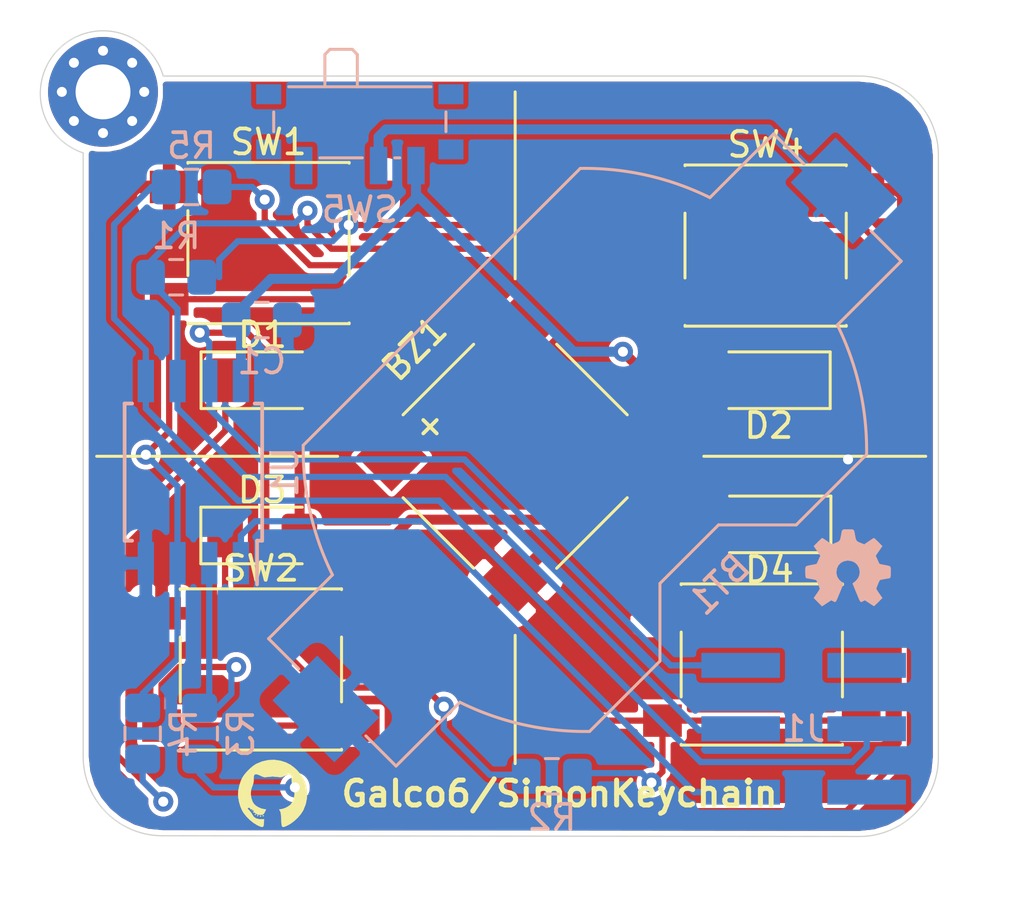
<source format=kicad_pcb>
(kicad_pcb (version 20171130) (host pcbnew 5.1.5)

  (general
    (thickness 1.6)
    (drawings 13)
    (tracks 165)
    (zones 0)
    (modules 22)
    (nets 18)
  )

  (page A4)
  (layers
    (0 F.Cu signal)
    (31 B.Cu signal)
    (32 B.Adhes user)
    (33 F.Adhes user)
    (34 B.Paste user)
    (35 F.Paste user)
    (36 B.SilkS user)
    (37 F.SilkS user)
    (38 B.Mask user)
    (39 F.Mask user)
    (40 Dwgs.User user)
    (41 Cmts.User user)
    (42 Eco1.User user)
    (43 Eco2.User user)
    (44 Edge.Cuts user)
    (45 Margin user)
    (46 B.CrtYd user)
    (47 F.CrtYd user)
    (48 B.Fab user)
    (49 F.Fab user)
  )

  (setup
    (last_trace_width 0.25)
    (user_trace_width 0.4)
    (trace_clearance 0.2)
    (zone_clearance 0.2)
    (zone_45_only no)
    (trace_min 0.2)
    (via_size 0.8)
    (via_drill 0.4)
    (via_min_size 0.4)
    (via_min_drill 0.3)
    (uvia_size 0.3)
    (uvia_drill 0.1)
    (uvias_allowed no)
    (uvia_min_size 0.2)
    (uvia_min_drill 0.1)
    (edge_width 0.05)
    (segment_width 0.2)
    (pcb_text_width 0.3)
    (pcb_text_size 1.5 1.5)
    (mod_edge_width 0.12)
    (mod_text_size 1 1)
    (mod_text_width 0.15)
    (pad_size 1.524 1.524)
    (pad_drill 0.762)
    (pad_to_mask_clearance 0.051)
    (solder_mask_min_width 0.25)
    (aux_axis_origin 0 0)
    (visible_elements FFFFFF7F)
    (pcbplotparams
      (layerselection 0x010fc_ffffffff)
      (usegerberextensions false)
      (usegerberattributes false)
      (usegerberadvancedattributes false)
      (creategerberjobfile false)
      (excludeedgelayer true)
      (linewidth 0.100000)
      (plotframeref false)
      (viasonmask false)
      (mode 1)
      (useauxorigin false)
      (hpglpennumber 1)
      (hpglpenspeed 20)
      (hpglpendiameter 15.000000)
      (psnegative false)
      (psa4output false)
      (plotreference true)
      (plotvalue true)
      (plotinvisibletext false)
      (padsonsilk false)
      (subtractmaskfromsilk false)
      (outputformat 1)
      (mirror false)
      (drillshape 1)
      (scaleselection 1)
      (outputdirectory ""))
  )

  (net 0 "")
  (net 1 "Net-(BZ1-Pad1)")
  (net 2 "Net-(D1-Pad1)")
  (net 3 "Net-(D2-Pad1)")
  (net 4 "Net-(D3-Pad1)")
  (net 5 "Net-(D4-Pad1)")
  (net 6 GND)
  (net 7 +3V3)
  (net 8 "Net-(R3-Pad2)")
  (net 9 "Net-(R4-Pad2)")
  (net 10 "Net-(J1-Pad6)")
  (net 11 "Net-(J1-Pad2)")
  (net 12 "Net-(SW5-Pad1)")
  (net 13 "Net-(BT1-Pad1)")
  (net 14 MISO)
  (net 15 SCK)
  (net 16 MOSI)
  (net 17 RST)

  (net_class Default "Esta es la clase de red por defecto."
    (clearance 0.2)
    (trace_width 0.25)
    (via_dia 0.8)
    (via_drill 0.4)
    (uvia_dia 0.3)
    (uvia_drill 0.1)
    (add_net +3V3)
    (add_net GND)
    (add_net MISO)
    (add_net MOSI)
    (add_net "Net-(BT1-Pad1)")
    (add_net "Net-(BZ1-Pad1)")
    (add_net "Net-(D1-Pad1)")
    (add_net "Net-(D2-Pad1)")
    (add_net "Net-(D3-Pad1)")
    (add_net "Net-(D4-Pad1)")
    (add_net "Net-(J1-Pad2)")
    (add_net "Net-(J1-Pad6)")
    (add_net "Net-(R3-Pad2)")
    (add_net "Net-(R4-Pad2)")
    (add_net "Net-(SW5-Pad1)")
    (add_net RST)
    (add_net SCK)
  )

  (module Symbol:OSHW-Logo_3x3mm_SilkScreen (layer B.Cu) (tedit 0) (tstamp 5E1DEFCD)
    (at 165.9255 85.852 180)
    (fp_text reference G*** (at 0 0) (layer B.SilkS) hide
      (effects (font (size 1.524 1.524) (thickness 0.3)) (justify mirror))
    )
    (fp_text value LOGO (at 0.75 0) (layer B.SilkS) hide
      (effects (font (size 1.524 1.524) (thickness 0.3)) (justify mirror))
    )
    (fp_poly (pts (xy 0.175773 1.63545) (xy 0.218141 1.61867) (xy 0.242742 1.581571) (xy 0.259011 1.516303)
      (xy 0.27638 1.415017) (xy 0.277503 1.408545) (xy 0.29788 1.300912) (xy 0.319275 1.228203)
      (xy 0.349313 1.179634) (xy 0.395619 1.144423) (xy 0.465815 1.111787) (xy 0.495963 1.099568)
      (xy 0.649511 1.038099) (xy 0.834596 1.165595) (xy 0.915287 1.220107) (xy 0.981719 1.262987)
      (xy 1.024845 1.288502) (xy 1.035779 1.293091) (xy 1.057894 1.277704) (xy 1.104391 1.236288)
      (xy 1.167496 1.17596) (xy 1.2117 1.132032) (xy 1.371525 0.970973) (xy 1.106755 0.585165)
      (xy 1.178212 0.425899) (xy 1.213553 0.348454) (xy 1.241692 0.289231) (xy 1.257349 0.259295)
      (xy 1.258395 0.257909) (xy 1.283709 0.249738) (xy 1.342539 0.236186) (xy 1.422935 0.21997)
      (xy 1.435969 0.217504) (xy 1.550689 0.1967) (xy 1.628051 0.180194) (xy 1.675327 0.160397)
      (xy 1.699784 0.12972) (xy 1.708693 0.080576) (xy 1.709321 0.005375) (xy 1.708728 -0.067242)
      (xy 1.706792 -0.181981) (xy 1.700496 -0.256471) (xy 1.689107 -0.296503) (xy 1.678379 -0.306887)
      (xy 1.641957 -0.316017) (xy 1.573633 -0.329432) (xy 1.487159 -0.344463) (xy 1.47328 -0.346723)
      (xy 1.386757 -0.36205) (xy 1.317813 -0.376792) (xy 1.27941 -0.388126) (xy 1.276864 -0.389502)
      (xy 1.258995 -0.416452) (xy 1.231182 -0.473498) (xy 1.198993 -0.547237) (xy 1.167999 -0.624267)
      (xy 1.143767 -0.691185) (xy 1.131866 -0.734589) (xy 1.131455 -0.739458) (xy 1.143901 -0.767577)
      (xy 1.17723 -0.823431) (xy 1.225427 -0.897214) (xy 1.251985 -0.935986) (xy 1.372515 -1.10936)
      (xy 1.20741 -1.274464) (xy 1.042306 -1.439569) (xy 0.858869 -1.31914) (xy 0.675433 -1.19871)
      (xy 0.590352 -1.239283) (xy 0.557059 -1.255665) (xy 0.531286 -1.265038) (xy 0.509448 -1.262458)
      (xy 0.487959 -1.242981) (xy 0.463236 -1.201662) (xy 0.431692 -1.133557) (xy 0.389744 -1.033723)
      (xy 0.333806 -0.897215) (xy 0.32272 -0.870184) (xy 0.182308 -0.528095) (xy 0.246773 -0.477639)
      (xy 0.357326 -0.375572) (xy 0.427224 -0.27064) (xy 0.46153 -0.153457) (xy 0.467147 -0.069273)
      (xy 0.446396 0.075734) (xy 0.387554 0.19938) (xy 0.295744 0.296602) (xy 0.176085 0.36234)
      (xy 0.033697 0.391531) (xy 0 0.392545) (xy -0.14668 0.372031) (xy -0.271752 0.313861)
      (xy -0.370096 0.223097) (xy -0.436593 0.104803) (xy -0.46612 -0.03596) (xy -0.467147 -0.069273)
      (xy -0.452631 -0.198966) (xy -0.405708 -0.310508) (xy -0.321315 -0.413282) (xy -0.246772 -0.477639)
      (xy -0.182307 -0.528095) (xy -0.32272 -0.870184) (xy -0.381375 -1.013374) (xy -0.425434 -1.119056)
      (xy -0.458484 -1.192173) (xy -0.484107 -1.23767) (xy -0.505891 -1.260489) (xy -0.527418 -1.265577)
      (xy -0.552275 -1.257876) (xy -0.584046 -1.24233) (xy -0.590351 -1.239283) (xy -0.675432 -1.19871)
      (xy -0.852827 -1.315173) (xy -0.931652 -1.3662) (xy -0.995019 -1.405864) (xy -1.033755 -1.428488)
      (xy -1.041048 -1.431636) (xy -1.060858 -1.416302) (xy -1.105456 -1.375013) (xy -1.167351 -1.314842)
      (xy -1.212023 -1.270251) (xy -1.372171 -1.108866) (xy -1.251813 -0.935739) (xy -1.19867 -0.856903)
      (xy -1.157524 -0.791306) (xy -1.134392 -0.748763) (xy -1.131454 -0.739458) (xy -1.14006 -0.70269)
      (xy -1.162167 -0.639594) (xy -1.192204 -0.563575) (xy -1.224604 -0.488034) (xy -1.253796 -0.426375)
      (xy -1.274214 -0.391999) (xy -1.276863 -0.389502) (xy -1.30883 -0.379022) (xy -1.373527 -0.364658)
      (xy -1.45799 -0.349231) (xy -1.473279 -0.346723) (xy -1.561309 -0.331681) (xy -1.63328 -0.317847)
      (xy -1.675441 -0.307893) (xy -1.678378 -0.306887) (xy -1.693552 -0.286523) (xy -1.703146 -0.235543)
      (xy -1.707893 -0.148159) (xy -1.708727 -0.067242) (xy -1.709567 0.030838) (xy -1.707242 0.097522)
      (xy -1.694481 0.140399) (xy -1.664017 0.167059) (xy -1.608579 0.185089) (xy -1.520899 0.202078)
      (xy -1.435968 0.217504) (xy -1.353391 0.233883) (xy -1.290607 0.248002) (xy -1.259566 0.257143)
      (xy -1.258394 0.257909) (xy -1.245402 0.281725) (xy -1.219024 0.336721) (xy -1.184541 0.411833)
      (xy -1.178212 0.425899) (xy -1.106754 0.585165) (xy -1.371524 0.970973) (xy -1.211699 1.132032)
      (xy -1.142186 1.200532) (xy -1.084445 1.254549) (xy -1.046249 1.286964) (xy -1.035778 1.293091)
      (xy -1.011016 1.280774) (xy -0.957509 1.247645) (xy -0.884305 1.199438) (xy -0.834596 1.165595)
      (xy -0.64951 1.038099) (xy -0.495963 1.099568) (xy -0.41607 1.13375) (xy -0.362619 1.166899)
      (xy -0.327986 1.209798) (xy -0.304547 1.273229) (xy -0.284678 1.367976) (xy -0.277502 1.408545)
      (xy -0.259814 1.511943) (xy -0.243722 1.578909) (xy -0.219794 1.617294) (xy -0.178595 1.634947)
      (xy -0.110692 1.639718) (xy -0.00665 1.639458) (xy 0 1.639454) (xy 0.106204 1.639761)
      (xy 0.175773 1.63545)) (layer B.SilkS) (width 0.01))
  )

  (module Button_Switch_SMD:SW_SPDT_PCM12 (layer B.Cu) (tedit 5E186851) (tstamp 5E171F72)
    (at 146.3675 68.199)
    (descr "Ultraminiature Surface Mount Slide Switch, right-angle, https://www.ckswitches.com/media/1424/pcm.pdf")
    (path /5E172D7C)
    (attr smd)
    (fp_text reference SW5 (at 0 3.2) (layer B.SilkS)
      (effects (font (size 1 1) (thickness 0.15)) (justify mirror))
    )
    (fp_text value SW_SPDT (at 0 -4.25) (layer B.Fab)
      (effects (font (size 1 1) (thickness 0.15)) (justify mirror))
    )
    (fp_line (start 3.45 -0.72) (end 3.45 0.07) (layer B.SilkS) (width 0.12))
    (fp_line (start -3.45 0.07) (end -3.45 -0.72) (layer B.SilkS) (width 0.12))
    (fp_line (start -1.6 1.12) (end 0.1 1.12) (layer B.SilkS) (width 0.12))
    (fp_line (start -2.85 -1.73) (end 2.85 -1.73) (layer B.SilkS) (width 0.12))
    (fp_line (start -0.1 -3.02) (end -0.1 -1.73) (layer B.SilkS) (width 0.12))
    (fp_line (start -1.2 -3.23) (end -0.3 -3.23) (layer B.SilkS) (width 0.12))
    (fp_line (start -1.4 -1.73) (end -1.4 -3.02) (layer B.SilkS) (width 0.12))
    (fp_line (start -0.1 -3.02) (end -0.3 -3.23) (layer B.SilkS) (width 0.12))
    (fp_line (start -1.4 -3.02) (end -1.2 -3.23) (layer B.SilkS) (width 0.12))
    (fp_line (start -4.4 -2.1) (end -4.4 2.45) (layer B.CrtYd) (width 0.05))
    (fp_line (start -1.65 -2.1) (end -4.4 -2.1) (layer B.CrtYd) (width 0.05))
    (fp_line (start -1.65 -3.4) (end -1.65 -2.1) (layer B.CrtYd) (width 0.05))
    (fp_line (start 1.65 -3.4) (end -1.65 -3.4) (layer B.CrtYd) (width 0.05))
    (fp_line (start 1.65 -2.1) (end 1.65 -3.4) (layer B.CrtYd) (width 0.05))
    (fp_line (start 4.4 -2.1) (end 1.65 -2.1) (layer B.CrtYd) (width 0.05))
    (fp_line (start 4.4 2.45) (end 4.4 -2.1) (layer B.CrtYd) (width 0.05))
    (fp_line (start -4.4 2.45) (end 4.4 2.45) (layer B.CrtYd) (width 0.05))
    (fp_line (start 1.4 1.12) (end 1.6 1.12) (layer B.SilkS) (width 0.12))
    (fp_line (start 3.35 1) (end -3.35 1) (layer B.Fab) (width 0.1))
    (fp_line (start 3.35 -1.6) (end 3.35 1) (layer B.Fab) (width 0.1))
    (fp_line (start -3.35 -1.6) (end 3.35 -1.6) (layer B.Fab) (width 0.1))
    (fp_line (start -3.35 1) (end -3.35 -1.6) (layer B.Fab) (width 0.1))
    (fp_line (start -0.1 -2.9) (end -0.1 -1.6) (layer B.Fab) (width 0.1))
    (fp_line (start -0.15 -2.95) (end -0.1 -2.9) (layer B.Fab) (width 0.1))
    (fp_line (start -0.35 -3.15) (end -0.15 -2.95) (layer B.Fab) (width 0.1))
    (fp_line (start -1.2 -3.15) (end -0.35 -3.15) (layer B.Fab) (width 0.1))
    (fp_line (start -1.4 -2.95) (end -1.2 -3.15) (layer B.Fab) (width 0.1))
    (fp_line (start -1.4 -1.65) (end -1.4 -2.95) (layer B.Fab) (width 0.1))
    (fp_text user %R (at 0 3.2) (layer B.Fab)
      (effects (font (size 1 1) (thickness 0.15)) (justify mirror))
    )
    (pad "" smd rect (at -3.65 0.78) (size 1 0.8) (layers B.Cu B.Paste B.Mask))
    (pad "" smd rect (at 3.65 0.78) (size 1 0.8) (layers B.Cu B.Paste B.Mask))
    (pad "" smd rect (at 3.65 -1.43) (size 1 0.8) (layers B.Cu B.Paste B.Mask))
    (pad "" smd rect (at -3.65 -1.43) (size 1 0.8) (layers B.Cu B.Paste B.Mask))
    (pad 3 smd rect (at 2.25 1.43) (size 0.7 1.5) (layers B.Cu B.Paste B.Mask)
      (net 7 +3V3))
    (pad 2 smd rect (at 0.75 1.43) (size 0.7 1.5) (layers B.Cu B.Paste B.Mask)
      (net 13 "Net-(BT1-Pad1)"))
    (pad 1 smd rect (at -2.25 1.43) (size 0.7 1.5) (layers B.Cu B.Paste B.Mask)
      (net 12 "Net-(SW5-Pad1)"))
    (model ${KISYS3DMOD}/Button_Switch_SMD.3dshapes/SW_SPDT_PCM12.wrl
      (at (xyz 0 0 0))
      (scale (xyz 1 1 1))
      (rotate (xyz 0 0 0))
    )
  )

  (module Symbol:Github_logo (layer F.Cu) (tedit 0) (tstamp 5E2B312C)
    (at 142.875 94.8055)
    (fp_text reference G*** (at 0 0) (layer F.SilkS) hide
      (effects (font (size 1.524 1.524) (thickness 0.3)))
    )
    (fp_text value LOGO (at 0.75 0) (layer F.SilkS) hide
      (effects (font (size 1.524 1.524) (thickness 0.3)))
    )
    (fp_poly (pts (xy -0.815879 0.654242) (xy -0.813115 0.681646) (xy -0.815879 0.68503) (xy -0.829606 0.681861)
      (xy -0.831273 0.669636) (xy -0.822824 0.65063) (xy -0.815879 0.654242)) (layer F.SilkS) (width 0.01))
    (fp_poly (pts (xy -0.670307 0.825753) (xy -0.669636 0.831273) (xy -0.687208 0.853693) (xy -0.692727 0.854364)
      (xy -0.715147 0.836792) (xy -0.715818 0.831273) (xy -0.698247 0.808853) (xy -0.692727 0.808182)
      (xy -0.670307 0.825753)) (layer F.SilkS) (width 0.01))
    (fp_poly (pts (xy -0.367859 0.866895) (xy -0.347384 0.889186) (xy -0.370704 0.900094) (xy -0.382363 0.900546)
      (xy -0.406145 0.889185) (xy -0.403858 0.877078) (xy -0.376185 0.863757) (xy -0.367859 0.866895)) (layer F.SilkS) (width 0.01))
    (fp_poly (pts (xy -0.577944 0.871935) (xy -0.577273 0.877455) (xy -0.594844 0.899875) (xy -0.600364 0.900546)
      (xy -0.622784 0.882974) (xy -0.623454 0.877455) (xy -0.605883 0.855035) (xy -0.600364 0.854364)
      (xy -0.577944 0.871935)) (layer F.SilkS) (width 0.01))
    (fp_poly (pts (xy -0.462489 0.895026) (xy -0.461818 0.900546) (xy -0.47939 0.922965) (xy -0.484909 0.923636)
      (xy -0.507329 0.906065) (xy -0.508 0.900546) (xy -0.490428 0.878126) (xy -0.484909 0.877455)
      (xy -0.462489 0.895026)) (layer F.SilkS) (width 0.01))
    (fp_poly (pts (xy 0.307419 -1.322924) (xy 0.332601 -1.316749) (xy 0.532521 -1.251691) (xy 0.707464 -1.162233)
      (xy 0.871058 -1.040488) (xy 0.970595 -0.947504) (xy 1.115784 -0.784153) (xy 1.223898 -0.617724)
      (xy 1.302825 -0.43459) (xy 1.33984 -0.30951) (xy 1.378329 -0.067496) (xy 1.37257 0.178032)
      (xy 1.32337 0.420457) (xy 1.231537 0.653161) (xy 1.219389 0.676886) (xy 1.127409 0.81903)
      (xy 1.003808 0.962542) (xy 0.861129 1.095279) (xy 0.711911 1.205097) (xy 0.62033 1.256981)
      (xy 0.520567 1.304867) (xy 0.449958 1.331407) (xy 0.403082 1.332262) (xy 0.374521 1.303096)
      (xy 0.358854 1.239572) (xy 0.350661 1.137352) (xy 0.346364 1.03773) (xy 0.339506 0.904342)
      (xy 0.330472 0.808773) (xy 0.318015 0.742666) (xy 0.30089 0.697669) (xy 0.293877 0.685838)
      (xy 0.267759 0.643001) (xy 0.270378 0.626326) (xy 0.304994 0.623458) (xy 0.310329 0.623455)
      (xy 0.399202 0.60903) (xy 0.504815 0.570965) (xy 0.610088 0.51707) (xy 0.697945 0.455156)
      (xy 0.717197 0.437349) (xy 0.799655 0.324305) (xy 0.853552 0.18526) (xy 0.877343 0.031665)
      (xy 0.869487 -0.12503) (xy 0.828442 -0.273375) (xy 0.816522 -0.300182) (xy 0.772964 -0.416124)
      (xy 0.760356 -0.52281) (xy 0.760756 -0.537314) (xy 0.76041 -0.620334) (xy 0.753886 -0.696244)
      (xy 0.750356 -0.716268) (xy 0.725328 -0.766195) (xy 0.676795 -0.784917) (xy 0.601398 -0.772464)
      (xy 0.495779 -0.728866) (xy 0.475336 -0.718743) (xy 0.405563 -0.685085) (xy 0.352575 -0.667259)
      (xy 0.298857 -0.662862) (xy 0.22689 -0.669495) (xy 0.1719 -0.677159) (xy -0.004559 -0.690368)
      (xy -0.1719 -0.677159) (xy -0.2618 -0.665384) (xy -0.323613 -0.663289) (xy -0.374854 -0.673277)
      (xy -0.433042 -0.697746) (xy -0.475336 -0.718743) (xy -0.586233 -0.767447) (xy -0.666357 -0.785011)
      (xy -0.719067 -0.771405) (xy -0.747721 -0.726599) (xy -0.750356 -0.716268) (xy -0.758692 -0.649893)
      (xy -0.761447 -0.566132) (xy -0.760756 -0.537314) (xy -0.769619 -0.430348) (xy -0.808807 -0.316784)
      (xy -0.816521 -0.300182) (xy -0.864144 -0.152113) (xy -0.877202 0.009097) (xy -0.856914 0.170363)
      (xy -0.804493 0.318599) (xy -0.750969 0.405469) (xy -0.672179 0.48093) (xy -0.564313 0.547638)
      (xy -0.444474 0.596368) (xy -0.362734 0.614828) (xy -0.263935 0.62837) (xy -0.310922 0.729834)
      (xy -0.348474 0.796985) (xy -0.388972 0.831934) (xy -0.431149 0.845062) (xy -0.533422 0.849064)
      (xy -0.624369 0.825088) (xy -0.680957 0.785339) (xy -0.722228 0.756783) (xy -0.752624 0.754482)
      (xy -0.780897 0.751603) (xy -0.785091 0.740017) (xy -0.77109 0.723932) (xy -0.762 0.727364)
      (xy -0.740327 0.733081) (xy -0.744729 0.711965) (xy -0.772041 0.672924) (xy -0.787549 0.655474)
      (xy -0.835334 0.620858) (xy -0.872155 0.617501) (xy -0.896142 0.619272) (xy -0.892453 0.60595)
      (xy -0.89635 0.58174) (xy -0.927976 0.564961) (xy -0.968913 0.561217) (xy -0.998551 0.573678)
      (xy -1.001728 0.601969) (xy -0.96569 0.645094) (xy -0.948909 0.659798) (xy -0.893105 0.719277)
      (xy -0.838755 0.796573) (xy -0.820836 0.828508) (xy -0.75336 0.927883) (xy -0.667603 0.989822)
      (xy -0.555844 1.018711) (xy -0.479879 1.022096) (xy -0.344363 1.020819) (xy -0.351136 1.174273)
      (xy -0.358235 1.259098) (xy -0.374857 1.311465) (xy -0.407458 1.333294) (xy -0.462491 1.326505)
      (xy -0.546413 1.293016) (xy -0.624225 1.255501) (xy -0.767342 1.167891) (xy -0.912843 1.050067)
      (xy -1.048228 0.914181) (xy -1.161 0.772384) (xy -1.219389 0.676886) (xy -1.290888 0.511122)
      (xy -1.345561 0.325786) (xy -1.378309 0.140963) (xy -1.385454 0.023091) (xy -1.371012 -0.149491)
      (xy -1.331087 -0.336589) (xy -1.27078 -0.518119) (xy -1.219389 -0.630704) (xy -1.143683 -0.748261)
      (xy -1.038894 -0.874741) (xy -0.917081 -0.998087) (xy -0.7903 -1.10624) (xy -0.67061 -1.187144)
      (xy -0.653795 -1.196298) (xy -0.422503 -1.292584) (xy -0.180792 -1.346323) (xy 0.064721 -1.356705)
      (xy 0.307419 -1.322924)) (layer F.SilkS) (width 0.01))
  )

  (module Battery:BatteryHolder_Keystone_1058_1x2032 (layer B.Cu) (tedit 589EE147) (tstamp 5DD357CF)
    (at 155.3845 81.026 225)
    (descr http://www.keyelco.com/product-pdf.cfm?p=14028)
    (tags "Keystone type 1058 coin cell retainer")
    (path /5DD3E89A)
    (attr smd)
    (fp_text reference BT1 (at 0 -7.62 45) (layer B.SilkS)
      (effects (font (size 1 1) (thickness 0.15)) (justify mirror))
    )
    (fp_text value Battery_Cell (at 0 9.398 45) (layer B.Fab)
      (effects (font (size 1 1) (thickness 0.15)) (justify mirror))
    )
    (fp_circle (center 0 0) (end 10 0) (layer Dwgs.User) (width 0.15))
    (fp_arc (start 0 0) (end -10.61275 3.5) (angle -27.4635) (layer B.Fab) (width 0.1))
    (fp_line (start -7.8026 8) (end 7.8026 8) (layer B.Fab) (width 0.1))
    (fp_line (start -3.9 -8) (end -7.8026 -8) (layer B.Fab) (width 0.1))
    (fp_line (start -14.2 3.5) (end -14.2 1.9) (layer B.Fab) (width 0.1))
    (fp_line (start -14.2 3.5) (end -10.61275 3.5) (layer B.Fab) (width 0.1))
    (fp_line (start -1.7 -5.8) (end 1.7 -5.8) (layer B.Fab) (width 0.1))
    (fp_line (start -1.7 -5.8) (end -3.9 -8) (layer B.Fab) (width 0.1))
    (fp_line (start 1.7 -5.8) (end 3.9 -8) (layer B.Fab) (width 0.1))
    (fp_line (start 3.9 -8) (end 7.8026 -8) (layer B.Fab) (width 0.1))
    (fp_line (start -14.2 -3.5) (end -10.61275 -3.5) (layer B.Fab) (width 0.1))
    (fp_line (start -14.2 -1.9) (end -14.2 -3.5) (layer B.Fab) (width 0.1))
    (fp_line (start 14.2 3.5) (end 14.2 1.9) (layer B.Fab) (width 0.1))
    (fp_line (start 10.61275 3.5) (end 14.2 3.5) (layer B.Fab) (width 0.1))
    (fp_line (start 14.2 -3.5) (end 10.61275 -3.5) (layer B.Fab) (width 0.1))
    (fp_line (start 14.2 -1.9) (end 14.2 -3.5) (layer B.Fab) (width 0.1))
    (fp_arc (start 0 0) (end 10.61275 -3.5) (angle -27.4635) (layer B.Fab) (width 0.1))
    (fp_arc (start 0 0) (end 10.61275 3.5) (angle 27.4635) (layer B.Fab) (width 0.1))
    (fp_arc (start 0 0) (end -10.61275 -3.5) (angle 27.4635) (layer B.Fab) (width 0.1))
    (fp_line (start -14.31 3.61) (end -10.692 3.61) (layer B.SilkS) (width 0.12))
    (fp_line (start -14.31 1.9) (end -14.31 3.61) (layer B.SilkS) (width 0.12))
    (fp_line (start -7.8473 8.11) (end 7.8473 8.11) (layer B.SilkS) (width 0.12))
    (fp_line (start 14.31 1.9) (end 14.31 3.61) (layer B.SilkS) (width 0.12))
    (fp_line (start 10.692 3.61) (end 14.31 3.61) (layer B.SilkS) (width 0.12))
    (fp_line (start 14.31 -3.61) (end 10.692 -3.61) (layer B.SilkS) (width 0.12))
    (fp_line (start 14.31 -1.9) (end 14.31 -3.61) (layer B.SilkS) (width 0.12))
    (fp_line (start 7.8473 -8.11) (end 3.86 -8.11) (layer B.SilkS) (width 0.12))
    (fp_line (start 1.66 -5.91) (end 3.86 -8.11) (layer B.SilkS) (width 0.12))
    (fp_line (start 1.66 -5.91) (end -1.66 -5.91) (layer B.SilkS) (width 0.12))
    (fp_line (start -1.66 -5.91) (end -3.86 -8.11) (layer B.SilkS) (width 0.12))
    (fp_line (start -3.86 -8.11) (end -7.8473 -8.11) (layer B.SilkS) (width 0.12))
    (fp_line (start -10.692 -3.61) (end -14.31 -3.61) (layer B.SilkS) (width 0.12))
    (fp_line (start -14.31 -1.9) (end -14.31 -3.61) (layer B.SilkS) (width 0.12))
    (fp_arc (start 0 0) (end -10.692 3.61) (angle -27.3) (layer B.SilkS) (width 0.12))
    (fp_arc (start 0 0) (end 10.692 -3.61) (angle -27.3) (layer B.SilkS) (width 0.12))
    (fp_arc (start 0 0) (end 10.692 3.61) (angle 27.3) (layer B.SilkS) (width 0.12))
    (fp_arc (start 0 0) (end -10.692 -3.61) (angle 27.3) (layer B.SilkS) (width 0.12))
    (fp_line (start -16.45 -4.11) (end -11.06 -4.11) (layer B.CrtYd) (width 0.05))
    (fp_line (start -16.45 4.11) (end -16.45 -4.11) (layer B.CrtYd) (width 0.05))
    (fp_line (start -16.45 4.11) (end -11.06 4.11) (layer B.CrtYd) (width 0.05))
    (fp_line (start 16.45 4.11) (end 11.06 4.11) (layer B.CrtYd) (width 0.05))
    (fp_line (start 16.45 -4.11) (end 16.45 4.11) (layer B.CrtYd) (width 0.05))
    (fp_line (start 11.06 -4.11) (end 16.45 -4.11) (layer B.CrtYd) (width 0.05))
    (fp_arc (start 0 0) (end -11.06 4.11) (angle -139.2) (layer B.CrtYd) (width 0.05))
    (fp_arc (start 0 0) (end 11.06 -4.11) (angle -139.2) (layer B.CrtYd) (width 0.05))
    (fp_text user %R (at 0 0 45) (layer B.Fab)
      (effects (font (size 1 1) (thickness 0.15)) (justify mirror))
    )
    (pad 2 smd rect (at 14.68 0 225) (size 2.54 3.51) (layers B.Cu B.Paste B.Mask)
      (net 6 GND))
    (pad 1 smd rect (at -14.68 0 225) (size 2.54 3.51) (layers B.Cu B.Paste B.Mask)
      (net 13 "Net-(BT1-Pad1)"))
    (model ${KISYS3DMOD}/Battery.3dshapes/BatteryHolder_Keystone_1058_1x2032.wrl
      (at (xyz 0 0 0))
      (scale (xyz 1 1 1))
      (rotate (xyz 0 0 0))
    )
  )

  (module Connector_PinHeader_2.54mm:PinHeader_2x03_P2.54mm_Vertical_SMD_ISP (layer B.Cu) (tedit 5E15B634) (tstamp 5E15C193)
    (at 164.1475 92.202)
    (descr "surface-mounted straight pin header, 2x03, 2.54mm pitch, double rows")
    (tags "Surface mounted pin header SMD 2x03 2.54mm double row")
    (path /5E164842)
    (attr smd)
    (fp_text reference J1 (at 0 0) (layer B.SilkS)
      (effects (font (size 1 1) (thickness 0.15)) (justify mirror))
    )
    (fp_text value AVR-ISP-6 (at 0 -4.87) (layer B.Fab)
      (effects (font (size 1 1) (thickness 0.15)) (justify mirror))
    )
    (fp_line (start 2.54 -3.81) (end -2.54 -3.81) (layer B.Fab) (width 0.1))
    (fp_line (start -1.59 3.81) (end 2.54 3.81) (layer B.Fab) (width 0.1))
    (fp_line (start -2.54 -3.81) (end -2.54 2.86) (layer B.Fab) (width 0.1))
    (fp_line (start -2.54 2.86) (end -1.59 3.81) (layer B.Fab) (width 0.1))
    (fp_line (start 2.54 3.81) (end 2.54 -3.81) (layer B.Fab) (width 0.1))
    (fp_line (start -2.54 2.86) (end -3.6 2.86) (layer B.Fab) (width 0.1))
    (fp_line (start -3.6 2.86) (end -3.6 2.22) (layer B.Fab) (width 0.1))
    (fp_line (start -3.6 2.22) (end -2.54 2.22) (layer B.Fab) (width 0.1))
    (fp_line (start 2.54 2.86) (end 3.6 2.86) (layer B.Fab) (width 0.1))
    (fp_line (start 3.6 2.86) (end 3.6 2.22) (layer B.Fab) (width 0.1))
    (fp_line (start 3.6 2.22) (end 2.54 2.22) (layer B.Fab) (width 0.1))
    (fp_line (start -2.54 0.32) (end -3.6 0.32) (layer B.Fab) (width 0.1))
    (fp_line (start -3.6 0.32) (end -3.6 -0.32) (layer B.Fab) (width 0.1))
    (fp_line (start -3.6 -0.32) (end -2.54 -0.32) (layer B.Fab) (width 0.1))
    (fp_line (start 2.54 0.32) (end 3.6 0.32) (layer B.Fab) (width 0.1))
    (fp_line (start 3.6 0.32) (end 3.6 -0.32) (layer B.Fab) (width 0.1))
    (fp_line (start 3.6 -0.32) (end 2.54 -0.32) (layer B.Fab) (width 0.1))
    (fp_line (start -2.54 -2.22) (end -3.6 -2.22) (layer B.Fab) (width 0.1))
    (fp_line (start -3.6 -2.22) (end -3.6 -2.86) (layer B.Fab) (width 0.1))
    (fp_line (start -3.6 -2.86) (end -2.54 -2.86) (layer B.Fab) (width 0.1))
    (fp_line (start 2.54 -2.22) (end 3.6 -2.22) (layer B.Fab) (width 0.1))
    (fp_line (start 3.6 -2.22) (end 3.6 -2.86) (layer B.Fab) (width 0.1))
    (fp_line (start 3.6 -2.86) (end 2.54 -2.86) (layer B.Fab) (width 0.1))
    (fp_text user %R (at 0 0 -90) (layer B.Fab)
      (effects (font (size 1 1) (thickness 0.15)) (justify mirror))
    )
    (pad 1 smd rect (at -2.525 2.54) (size 3.15 1) (layers B.Cu B.Paste B.Mask)
      (net 17 RST))
    (pad 2 smd rect (at 2.525 2.54) (size 3.15 1) (layers B.Cu B.Paste B.Mask)
      (net 11 "Net-(J1-Pad2)"))
    (pad 3 smd rect (at -2.525 0) (size 3.15 1) (layers B.Cu B.Paste B.Mask)
      (net 14 MISO))
    (pad 4 smd rect (at 2.525 0) (size 3.15 1) (layers B.Cu B.Paste B.Mask)
      (net 16 MOSI))
    (pad 5 smd rect (at -2.525 -2.54) (size 3.15 1) (layers B.Cu B.Paste B.Mask)
      (net 15 SCK))
    (pad 6 smd rect (at 2.525 -2.54) (size 3.15 1) (layers B.Cu B.Paste B.Mask)
      (net 10 "Net-(J1-Pad6)"))
  )

  (module Button_Switch_SMD:SW_SPST_PTS645 (layer F.Cu) (tedit 5A02FC95) (tstamp 5DD2FE40)
    (at 162.6235 72.8345)
    (descr "C&K Components SPST SMD PTS645 Series 6mm Tact Switch")
    (tags "SPST Button Switch")
    (path /5DD31ABB)
    (attr smd)
    (fp_text reference SW4 (at 0 -4.05) (layer F.SilkS)
      (effects (font (size 1 1) (thickness 0.15)))
    )
    (fp_text value SW_Push (at 0 4.15) (layer F.Fab)
      (effects (font (size 1 1) (thickness 0.15)))
    )
    (fp_circle (center 0 0) (end 1.75 -0.05) (layer F.Fab) (width 0.1))
    (fp_line (start -3.23 3.23) (end 3.23 3.23) (layer F.SilkS) (width 0.12))
    (fp_line (start -3.23 -1.3) (end -3.23 1.3) (layer F.SilkS) (width 0.12))
    (fp_line (start -3.23 -3.23) (end 3.23 -3.23) (layer F.SilkS) (width 0.12))
    (fp_line (start 3.23 -1.3) (end 3.23 1.3) (layer F.SilkS) (width 0.12))
    (fp_line (start -3.23 -3.2) (end -3.23 -3.23) (layer F.SilkS) (width 0.12))
    (fp_line (start -3.23 3.23) (end -3.23 3.2) (layer F.SilkS) (width 0.12))
    (fp_line (start 3.23 3.23) (end 3.23 3.2) (layer F.SilkS) (width 0.12))
    (fp_line (start 3.23 -3.23) (end 3.23 -3.2) (layer F.SilkS) (width 0.12))
    (fp_line (start -5.05 -3.4) (end 5.05 -3.4) (layer F.CrtYd) (width 0.05))
    (fp_line (start -5.05 3.4) (end 5.05 3.4) (layer F.CrtYd) (width 0.05))
    (fp_line (start -5.05 -3.4) (end -5.05 3.4) (layer F.CrtYd) (width 0.05))
    (fp_line (start 5.05 3.4) (end 5.05 -3.4) (layer F.CrtYd) (width 0.05))
    (fp_line (start 3 -3) (end -3 -3) (layer F.Fab) (width 0.1))
    (fp_line (start 3 3) (end 3 -3) (layer F.Fab) (width 0.1))
    (fp_line (start -3 3) (end 3 3) (layer F.Fab) (width 0.1))
    (fp_line (start -3 -3) (end -3 3) (layer F.Fab) (width 0.1))
    (fp_text user %R (at 0 -4.05) (layer F.Fab)
      (effects (font (size 1 1) (thickness 0.15)))
    )
    (pad 2 smd rect (at 3.98 2.25) (size 1.55 1.3) (layers F.Cu F.Paste F.Mask)
      (net 14 MISO))
    (pad 1 smd rect (at 3.98 -2.25) (size 1.55 1.3) (layers F.Cu F.Paste F.Mask)
      (net 6 GND))
    (pad 1 smd rect (at -3.98 -2.25) (size 1.55 1.3) (layers F.Cu F.Paste F.Mask)
      (net 6 GND))
    (pad 2 smd rect (at -3.98 2.25) (size 1.55 1.3) (layers F.Cu F.Paste F.Mask)
      (net 14 MISO))
    (model ${KISYS3DMOD}/Button_Switch_SMD.3dshapes/SW_SPST_PTS645.wrl
      (at (xyz 0 0 0))
      (scale (xyz 1 1 1))
      (rotate (xyz 0 0 0))
    )
  )

  (module Button_Switch_SMD:SW_SPST_PTS645 (layer F.Cu) (tedit 5A02FC95) (tstamp 5DD2FE26)
    (at 162.471 89.626)
    (descr "C&K Components SPST SMD PTS645 Series 6mm Tact Switch")
    (tags "SPST Button Switch")
    (path /5DD319B8)
    (attr smd)
    (fp_text reference SW3 (at 0.0255 -3.8375) (layer Dwgs.User)
      (effects (font (size 1 1) (thickness 0.15)))
    )
    (fp_text value SW_Push (at 0 4.15) (layer F.Fab)
      (effects (font (size 1 1) (thickness 0.15)))
    )
    (fp_circle (center 0 0) (end 1.75 -0.05) (layer F.Fab) (width 0.1))
    (fp_line (start -3.23 3.23) (end 3.23 3.23) (layer F.SilkS) (width 0.12))
    (fp_line (start -3.23 -1.3) (end -3.23 1.3) (layer F.SilkS) (width 0.12))
    (fp_line (start -3.23 -3.23) (end 3.23 -3.23) (layer F.SilkS) (width 0.12))
    (fp_line (start 3.23 -1.3) (end 3.23 1.3) (layer F.SilkS) (width 0.12))
    (fp_line (start -3.23 -3.2) (end -3.23 -3.23) (layer F.SilkS) (width 0.12))
    (fp_line (start -3.23 3.23) (end -3.23 3.2) (layer F.SilkS) (width 0.12))
    (fp_line (start 3.23 3.23) (end 3.23 3.2) (layer F.SilkS) (width 0.12))
    (fp_line (start 3.23 -3.23) (end 3.23 -3.2) (layer F.SilkS) (width 0.12))
    (fp_line (start -5.05 -3.4) (end 5.05 -3.4) (layer F.CrtYd) (width 0.05))
    (fp_line (start -5.05 3.4) (end 5.05 3.4) (layer F.CrtYd) (width 0.05))
    (fp_line (start -5.05 -3.4) (end -5.05 3.4) (layer F.CrtYd) (width 0.05))
    (fp_line (start 5.05 3.4) (end 5.05 -3.4) (layer F.CrtYd) (width 0.05))
    (fp_line (start 3 -3) (end -3 -3) (layer F.Fab) (width 0.1))
    (fp_line (start 3 3) (end 3 -3) (layer F.Fab) (width 0.1))
    (fp_line (start -3 3) (end 3 3) (layer F.Fab) (width 0.1))
    (fp_line (start -3 -3) (end -3 3) (layer F.Fab) (width 0.1))
    (pad 2 smd rect (at 3.98 2.25) (size 1.55 1.3) (layers F.Cu F.Paste F.Mask)
      (net 15 SCK))
    (pad 1 smd rect (at 3.98 -2.25) (size 1.55 1.3) (layers F.Cu F.Paste F.Mask)
      (net 6 GND))
    (pad 1 smd rect (at -3.98 -2.25) (size 1.55 1.3) (layers F.Cu F.Paste F.Mask)
      (net 6 GND))
    (pad 2 smd rect (at -3.98 2.25) (size 1.55 1.3) (layers F.Cu F.Paste F.Mask)
      (net 15 SCK))
    (model ${KISYS3DMOD}/Button_Switch_SMD.3dshapes/SW_SPST_PTS645.wrl
      (at (xyz 0 0 0))
      (scale (xyz 1 1 1))
      (rotate (xyz 0 0 0))
    )
  )

  (module Button_Switch_SMD:SW_SPST_PTS645 (layer F.Cu) (tedit 5A02FC95) (tstamp 5DD2FE0C)
    (at 142.405 89.825)
    (descr "C&K Components SPST SMD PTS645 Series 6mm Tact Switch")
    (tags "SPST Button Switch")
    (path /5DD318B1)
    (attr smd)
    (fp_text reference SW2 (at 0 -4.05) (layer F.SilkS)
      (effects (font (size 1 1) (thickness 0.15)))
    )
    (fp_text value SW_Push (at 0 4.15) (layer F.Fab)
      (effects (font (size 1 1) (thickness 0.15)))
    )
    (fp_circle (center 0 0) (end 1.75 -0.05) (layer F.Fab) (width 0.1))
    (fp_line (start -3.23 3.23) (end 3.23 3.23) (layer F.SilkS) (width 0.12))
    (fp_line (start -3.23 -1.3) (end -3.23 1.3) (layer F.SilkS) (width 0.12))
    (fp_line (start -3.23 -3.23) (end 3.23 -3.23) (layer F.SilkS) (width 0.12))
    (fp_line (start 3.23 -1.3) (end 3.23 1.3) (layer F.SilkS) (width 0.12))
    (fp_line (start -3.23 -3.2) (end -3.23 -3.23) (layer F.SilkS) (width 0.12))
    (fp_line (start -3.23 3.23) (end -3.23 3.2) (layer F.SilkS) (width 0.12))
    (fp_line (start 3.23 3.23) (end 3.23 3.2) (layer F.SilkS) (width 0.12))
    (fp_line (start 3.23 -3.23) (end 3.23 -3.2) (layer F.SilkS) (width 0.12))
    (fp_line (start -5.05 -3.4) (end 5.05 -3.4) (layer F.CrtYd) (width 0.05))
    (fp_line (start -5.05 3.4) (end 5.05 3.4) (layer F.CrtYd) (width 0.05))
    (fp_line (start -5.05 -3.4) (end -5.05 3.4) (layer F.CrtYd) (width 0.05))
    (fp_line (start 5.05 3.4) (end 5.05 -3.4) (layer F.CrtYd) (width 0.05))
    (fp_line (start 3 -3) (end -3 -3) (layer F.Fab) (width 0.1))
    (fp_line (start 3 3) (end 3 -3) (layer F.Fab) (width 0.1))
    (fp_line (start -3 3) (end 3 3) (layer F.Fab) (width 0.1))
    (fp_line (start -3 -3) (end -3 3) (layer F.Fab) (width 0.1))
    (fp_text user %R (at 0 -4.05) (layer F.Fab)
      (effects (font (size 1 1) (thickness 0.15)))
    )
    (pad 2 smd rect (at 3.98 2.25) (size 1.55 1.3) (layers F.Cu F.Paste F.Mask)
      (net 8 "Net-(R3-Pad2)"))
    (pad 1 smd rect (at 3.98 -2.25) (size 1.55 1.3) (layers F.Cu F.Paste F.Mask)
      (net 6 GND))
    (pad 1 smd rect (at -3.98 -2.25) (size 1.55 1.3) (layers F.Cu F.Paste F.Mask)
      (net 6 GND))
    (pad 2 smd rect (at -3.98 2.25) (size 1.55 1.3) (layers F.Cu F.Paste F.Mask)
      (net 8 "Net-(R3-Pad2)"))
    (model ${KISYS3DMOD}/Button_Switch_SMD.3dshapes/SW_SPST_PTS645.wrl
      (at (xyz 0 0 0))
      (scale (xyz 1 1 1))
      (rotate (xyz 0 0 0))
    )
  )

  (module Button_Switch_SMD:SW_SPST_PTS645 (layer F.Cu) (tedit 5A02FC95) (tstamp 5DD2FDF2)
    (at 142.71 72.735)
    (descr "C&K Components SPST SMD PTS645 Series 6mm Tact Switch")
    (tags "SPST Button Switch")
    (path /5DD30055)
    (attr smd)
    (fp_text reference SW1 (at 0 -4.05) (layer F.SilkS)
      (effects (font (size 1 1) (thickness 0.15)))
    )
    (fp_text value SW_Push (at 0 4.15) (layer F.Fab)
      (effects (font (size 1 1) (thickness 0.15)))
    )
    (fp_circle (center 0 0) (end 1.75 -0.05) (layer F.Fab) (width 0.1))
    (fp_line (start -3.23 3.23) (end 3.23 3.23) (layer F.SilkS) (width 0.12))
    (fp_line (start -3.23 -1.3) (end -3.23 1.3) (layer F.SilkS) (width 0.12))
    (fp_line (start -3.23 -3.23) (end 3.23 -3.23) (layer F.SilkS) (width 0.12))
    (fp_line (start 3.23 -1.3) (end 3.23 1.3) (layer F.SilkS) (width 0.12))
    (fp_line (start -3.23 -3.2) (end -3.23 -3.23) (layer F.SilkS) (width 0.12))
    (fp_line (start -3.23 3.23) (end -3.23 3.2) (layer F.SilkS) (width 0.12))
    (fp_line (start 3.23 3.23) (end 3.23 3.2) (layer F.SilkS) (width 0.12))
    (fp_line (start 3.23 -3.23) (end 3.23 -3.2) (layer F.SilkS) (width 0.12))
    (fp_line (start -5.05 -3.4) (end 5.05 -3.4) (layer F.CrtYd) (width 0.05))
    (fp_line (start -5.05 3.4) (end 5.05 3.4) (layer F.CrtYd) (width 0.05))
    (fp_line (start -5.05 -3.4) (end -5.05 3.4) (layer F.CrtYd) (width 0.05))
    (fp_line (start 5.05 3.4) (end 5.05 -3.4) (layer F.CrtYd) (width 0.05))
    (fp_line (start 3 -3) (end -3 -3) (layer F.Fab) (width 0.1))
    (fp_line (start 3 3) (end 3 -3) (layer F.Fab) (width 0.1))
    (fp_line (start -3 3) (end 3 3) (layer F.Fab) (width 0.1))
    (fp_line (start -3 -3) (end -3 3) (layer F.Fab) (width 0.1))
    (fp_text user %R (at 0 -4.05) (layer F.Fab)
      (effects (font (size 1 1) (thickness 0.15)))
    )
    (pad 2 smd rect (at 3.98 2.25) (size 1.55 1.3) (layers F.Cu F.Paste F.Mask)
      (net 9 "Net-(R4-Pad2)"))
    (pad 1 smd rect (at 3.98 -2.25) (size 1.55 1.3) (layers F.Cu F.Paste F.Mask)
      (net 6 GND))
    (pad 1 smd rect (at -3.98 -2.25) (size 1.55 1.3) (layers F.Cu F.Paste F.Mask)
      (net 6 GND))
    (pad 2 smd rect (at -3.98 2.25) (size 1.55 1.3) (layers F.Cu F.Paste F.Mask)
      (net 9 "Net-(R4-Pad2)"))
    (model ${KISYS3DMOD}/Button_Switch_SMD.3dshapes/SW_SPST_PTS645.wrl
      (at (xyz 0 0 0))
      (scale (xyz 1 1 1))
      (rotate (xyz 0 0 0))
    )
  )

  (module Buzzer_Beeper:PUIAudio_SMT_0825_S_4_R (layer F.Cu) (tedit 5BF326A3) (tstamp 5DD2FD8C)
    (at 152.59 81.28 45)
    (descr "SMD 8540, http://www.puiaudio.com/product-detail.aspx?partnumber=SMT-0825-S-4-R")
    (tags "SMD 8540")
    (path /5DD3F094)
    (attr smd)
    (fp_text reference BZ1 (at 0.2 -5.9 45) (layer F.SilkS)
      (effects (font (size 1 1) (thickness 0.15)))
    )
    (fp_text value Buzzer (at 0.1 6 45) (layer F.Fab)
      (effects (font (size 1 1) (thickness 0.15)))
    )
    (fp_text user %R (at 0.1 0.1 45) (layer F.Fab)
      (effects (font (size 1 1) (thickness 0.15)))
    )
    (fp_text user + (at -2.75 -2.75 315) (layer F.Fab)
      (effects (font (size 1 1) (thickness 0.15)))
    )
    (fp_text user + (at -1.5 -3.25 315) (layer F.SilkS)
      (effects (font (size 1 1) (thickness 0.15)))
    )
    (fp_line (start -2.75 -4.25) (end 2.75 -4.25) (layer F.Fab) (width 0.1))
    (fp_line (start 2.75 -4.25) (end 4.25 -2.75) (layer F.Fab) (width 0.1))
    (fp_line (start 4.25 -2.75) (end 4.25 2.75) (layer F.Fab) (width 0.1))
    (fp_line (start 4.25 2.75) (end 2.75 4.25) (layer F.Fab) (width 0.1))
    (fp_line (start 2.75 4.25) (end -2.75 4.25) (layer F.Fab) (width 0.1))
    (fp_line (start -2.75 4.25) (end -4.25 2.75) (layer F.Fab) (width 0.1))
    (fp_line (start -4.25 2.75) (end -4.25 -2.75) (layer F.Fab) (width 0.1))
    (fp_line (start -4.25 -2.75) (end -2.75 -4.25) (layer F.Fab) (width 0.1))
    (fp_line (start 2 -4.35) (end -2 -4.35) (layer F.SilkS) (width 0.12))
    (fp_line (start -4.35 -2) (end -4.35 2) (layer F.SilkS) (width 0.12))
    (fp_line (start -2 4.35) (end 2 4.35) (layer F.SilkS) (width 0.12))
    (fp_line (start 4.35 2) (end 4.35 -2) (layer F.SilkS) (width 0.12))
    (fp_line (start -4.75 -4.75) (end 4.75 -4.75) (layer F.CrtYd) (width 0.05))
    (fp_line (start 4.75 -4.75) (end 4.75 4.75) (layer F.CrtYd) (width 0.05))
    (fp_line (start 4.75 4.75) (end -4.75 4.75) (layer F.CrtYd) (width 0.05))
    (fp_line (start -4.75 4.75) (end -4.75 -4.75) (layer F.CrtYd) (width 0.05))
    (pad 1 smd rect (at -3.5 -3.5 315) (size 2 2) (layers F.Cu F.Paste F.Mask)
      (net 1 "Net-(BZ1-Pad1)"))
    (pad 2 smd rect (at -3.5 3.5 315) (size 2 2) (layers F.Cu F.Paste F.Mask)
      (net 6 GND))
    (pad 3 smd rect (at 3.5 3.5 315) (size 2 2) (layers F.Cu F.Paste F.Mask))
    (pad 4 smd rect (at 3.5 -3.5 315) (size 2 2) (layers F.Cu F.Paste F.Mask))
    (model ${KISYS3DMOD}/Buzzer_Beeper.3dshapes/PUIAudio_SMT_0825_S_4_R.wrl
      (at (xyz 0 0 0))
      (scale (xyz 1 1 1))
      (rotate (xyz 0 0 0))
    )
  )

  (module MountingHole:MountingHole_2.2mm_M2_Pad_Via (layer F.Cu) (tedit 56DDB9C7) (tstamp 5DEBB3AE)
    (at 136.0805 66.675)
    (descr "Mounting Hole 2.2mm, M2")
    (tags "mounting hole 2.2mm m2")
    (attr virtual)
    (fp_text reference REF** (at 4.2545 1.9685) (layer F.SilkS) hide
      (effects (font (size 1 1) (thickness 0.15)))
    )
    (fp_text value MountingHole_2.2mm_M2_Pad_Via (at 0 3.2) (layer F.Fab) hide
      (effects (font (size 1 1) (thickness 0.15)))
    )
    (fp_circle (center 0 0) (end 2.45 0) (layer F.CrtYd) (width 0.05))
    (fp_circle (center 0 0) (end 2.2 0) (layer Cmts.User) (width 0.15))
    (fp_text user %R (at 0.3 0) (layer F.Fab)
      (effects (font (size 1 1) (thickness 0.15)))
    )
    (pad 1 thru_hole circle (at 1.166726 -1.166726) (size 0.7 0.7) (drill 0.4) (layers *.Cu *.Mask))
    (pad 1 thru_hole circle (at 0 -1.65) (size 0.7 0.7) (drill 0.4) (layers *.Cu *.Mask))
    (pad 1 thru_hole circle (at -1.166726 -1.166726) (size 0.7 0.7) (drill 0.4) (layers *.Cu *.Mask))
    (pad 1 thru_hole circle (at -1.65 0) (size 0.7 0.7) (drill 0.4) (layers *.Cu *.Mask))
    (pad 1 thru_hole circle (at -1.166726 1.166726) (size 0.7 0.7) (drill 0.4) (layers *.Cu *.Mask))
    (pad 1 thru_hole circle (at 0 1.65) (size 0.7 0.7) (drill 0.4) (layers *.Cu *.Mask))
    (pad 1 thru_hole circle (at 1.166726 1.166726) (size 0.7 0.7) (drill 0.4) (layers *.Cu *.Mask))
    (pad 1 thru_hole circle (at 1.65 0) (size 0.7 0.7) (drill 0.4) (layers *.Cu *.Mask))
    (pad 1 thru_hole circle (at 0 0) (size 4.4 4.4) (drill 2.2) (layers *.Cu *.Mask))
  )

  (module Capacitor_SMD:C_0805_2012Metric_Pad1.15x1.40mm_HandSolder (layer B.Cu) (tedit 5B36C52B) (tstamp 5DD8898B)
    (at 142.4395 75.819)
    (descr "Capacitor SMD 0805 (2012 Metric), square (rectangular) end terminal, IPC_7351 nominal with elongated pad for handsoldering. (Body size source: https://docs.google.com/spreadsheets/d/1BsfQQcO9C6DZCsRaXUlFlo91Tg2WpOkGARC1WS5S8t0/edit?usp=sharing), generated with kicad-footprint-generator")
    (tags "capacitor handsolder")
    (path /5DD84A38)
    (attr smd)
    (fp_text reference C1 (at 0 1.65) (layer B.SilkS)
      (effects (font (size 1 1) (thickness 0.15)) (justify mirror))
    )
    (fp_text value C (at 0 -1.65) (layer B.Fab)
      (effects (font (size 1 1) (thickness 0.15)) (justify mirror))
    )
    (fp_text user %R (at 0 0) (layer B.Fab)
      (effects (font (size 0.5 0.5) (thickness 0.08)) (justify mirror))
    )
    (fp_line (start 1.85 -0.95) (end -1.85 -0.95) (layer B.CrtYd) (width 0.05))
    (fp_line (start 1.85 0.95) (end 1.85 -0.95) (layer B.CrtYd) (width 0.05))
    (fp_line (start -1.85 0.95) (end 1.85 0.95) (layer B.CrtYd) (width 0.05))
    (fp_line (start -1.85 -0.95) (end -1.85 0.95) (layer B.CrtYd) (width 0.05))
    (fp_line (start -0.261252 -0.71) (end 0.261252 -0.71) (layer B.SilkS) (width 0.12))
    (fp_line (start -0.261252 0.71) (end 0.261252 0.71) (layer B.SilkS) (width 0.12))
    (fp_line (start 1 -0.6) (end -1 -0.6) (layer B.Fab) (width 0.1))
    (fp_line (start 1 0.6) (end 1 -0.6) (layer B.Fab) (width 0.1))
    (fp_line (start -1 0.6) (end 1 0.6) (layer B.Fab) (width 0.1))
    (fp_line (start -1 -0.6) (end -1 0.6) (layer B.Fab) (width 0.1))
    (pad 2 smd roundrect (at 1.025 0) (size 1.15 1.4) (layers B.Cu B.Paste B.Mask) (roundrect_rratio 0.217391)
      (net 6 GND))
    (pad 1 smd roundrect (at -1.025 0) (size 1.15 1.4) (layers B.Cu B.Paste B.Mask) (roundrect_rratio 0.217391)
      (net 7 +3V3))
    (model ${KISYS3DMOD}/Capacitor_SMD.3dshapes/C_0805_2012Metric.wrl
      (at (xyz 0 0 0))
      (scale (xyz 1 1 1))
      (rotate (xyz 0 0 0))
    )
  )

  (module LED_SMD:LED_1206_3216Metric_Pad1.42x1.75mm_HandSolder (layer F.Cu) (tedit 5B4B45C9) (tstamp 5DD2FDD8)
    (at 162.7775 84.0105 180)
    (descr "LED SMD 1206 (3216 Metric), square (rectangular) end terminal, IPC_7351 nominal, (Body size source: http://www.tortai-tech.com/upload/download/2011102023233369053.pdf), generated with kicad-footprint-generator")
    (tags "LED handsolder")
    (path /5DD3C917)
    (attr smd)
    (fp_text reference D4 (at 0 -1.82) (layer F.SilkS)
      (effects (font (size 1 1) (thickness 0.15)))
    )
    (fp_text value LED (at 0 1.82) (layer F.Fab)
      (effects (font (size 1 1) (thickness 0.15)))
    )
    (fp_text user %R (at 0 0.0635) (layer F.Fab)
      (effects (font (size 0.8 0.8) (thickness 0.12)))
    )
    (fp_line (start 2.45 1.12) (end -2.45 1.12) (layer F.CrtYd) (width 0.05))
    (fp_line (start 2.45 -1.12) (end 2.45 1.12) (layer F.CrtYd) (width 0.05))
    (fp_line (start -2.45 -1.12) (end 2.45 -1.12) (layer F.CrtYd) (width 0.05))
    (fp_line (start -2.45 1.12) (end -2.45 -1.12) (layer F.CrtYd) (width 0.05))
    (fp_line (start -2.46 1.135) (end 1.6 1.135) (layer F.SilkS) (width 0.12))
    (fp_line (start -2.46 -1.135) (end -2.46 1.135) (layer F.SilkS) (width 0.12))
    (fp_line (start 1.6 -1.135) (end -2.46 -1.135) (layer F.SilkS) (width 0.12))
    (fp_line (start 1.6 0.8) (end 1.6 -0.8) (layer F.Fab) (width 0.1))
    (fp_line (start -1.6 0.8) (end 1.6 0.8) (layer F.Fab) (width 0.1))
    (fp_line (start -1.6 -0.4) (end -1.6 0.8) (layer F.Fab) (width 0.1))
    (fp_line (start -1.2 -0.8) (end -1.6 -0.4) (layer F.Fab) (width 0.1))
    (fp_line (start 1.6 -0.8) (end -1.2 -0.8) (layer F.Fab) (width 0.1))
    (pad 2 smd roundrect (at 1.4875 0 180) (size 1.425 1.75) (layers F.Cu F.Paste F.Mask) (roundrect_rratio 0.175439)
      (net 7 +3V3))
    (pad 1 smd roundrect (at -1.4875 0 180) (size 1.425 1.75) (layers F.Cu F.Paste F.Mask) (roundrect_rratio 0.175439)
      (net 5 "Net-(D4-Pad1)"))
    (model ${KISYS3DMOD}/LED_SMD.3dshapes/LED_1206_3216Metric.wrl
      (at (xyz 0 0 0))
      (scale (xyz 1 1 1))
      (rotate (xyz 0 0 0))
    )
  )

  (module LED_SMD:LED_1206_3216Metric_Pad1.42x1.75mm_HandSolder (layer F.Cu) (tedit 5B4B45C9) (tstamp 5DD2FDC5)
    (at 142.4575 84.455)
    (descr "LED SMD 1206 (3216 Metric), square (rectangular) end terminal, IPC_7351 nominal, (Body size source: http://www.tortai-tech.com/upload/download/2011102023233369053.pdf), generated with kicad-footprint-generator")
    (tags "LED handsolder")
    (path /5DD3C83F)
    (attr smd)
    (fp_text reference D3 (at 0 -1.82) (layer F.SilkS)
      (effects (font (size 1 1) (thickness 0.15)))
    )
    (fp_text value LED (at 0 1.82) (layer F.Fab)
      (effects (font (size 1 1) (thickness 0.15)))
    )
    (fp_text user %R (at 0 0) (layer F.Fab)
      (effects (font (size 0.8 0.8) (thickness 0.12)))
    )
    (fp_line (start 2.45 1.12) (end -2.45 1.12) (layer F.CrtYd) (width 0.05))
    (fp_line (start 2.45 -1.12) (end 2.45 1.12) (layer F.CrtYd) (width 0.05))
    (fp_line (start -2.45 -1.12) (end 2.45 -1.12) (layer F.CrtYd) (width 0.05))
    (fp_line (start -2.45 1.12) (end -2.45 -1.12) (layer F.CrtYd) (width 0.05))
    (fp_line (start -2.46 1.135) (end 1.6 1.135) (layer F.SilkS) (width 0.12))
    (fp_line (start -2.46 -1.135) (end -2.46 1.135) (layer F.SilkS) (width 0.12))
    (fp_line (start 1.6 -1.135) (end -2.46 -1.135) (layer F.SilkS) (width 0.12))
    (fp_line (start 1.6 0.8) (end 1.6 -0.8) (layer F.Fab) (width 0.1))
    (fp_line (start -1.6 0.8) (end 1.6 0.8) (layer F.Fab) (width 0.1))
    (fp_line (start -1.6 -0.4) (end -1.6 0.8) (layer F.Fab) (width 0.1))
    (fp_line (start -1.2 -0.8) (end -1.6 -0.4) (layer F.Fab) (width 0.1))
    (fp_line (start 1.6 -0.8) (end -1.2 -0.8) (layer F.Fab) (width 0.1))
    (pad 2 smd roundrect (at 1.4875 0) (size 1.425 1.75) (layers F.Cu F.Paste F.Mask) (roundrect_rratio 0.175439)
      (net 7 +3V3))
    (pad 1 smd roundrect (at -1.4875 0) (size 1.425 1.75) (layers F.Cu F.Paste F.Mask) (roundrect_rratio 0.175439)
      (net 4 "Net-(D3-Pad1)"))
    (model ${KISYS3DMOD}/LED_SMD.3dshapes/LED_1206_3216Metric.wrl
      (at (xyz 0 0 0))
      (scale (xyz 1 1 1))
      (rotate (xyz 0 0 0))
    )
  )

  (module LED_SMD:LED_1206_3216Metric_Pad1.42x1.75mm_HandSolder (layer F.Cu) (tedit 5B4B45C9) (tstamp 5DD2FDB2)
    (at 162.7505 78.232 180)
    (descr "LED SMD 1206 (3216 Metric), square (rectangular) end terminal, IPC_7351 nominal, (Body size source: http://www.tortai-tech.com/upload/download/2011102023233369053.pdf), generated with kicad-footprint-generator")
    (tags "LED handsolder")
    (path /5DD3C77B)
    (attr smd)
    (fp_text reference D2 (at 0 -1.82) (layer F.SilkS)
      (effects (font (size 1 1) (thickness 0.15)))
    )
    (fp_text value LED (at 0 1.82) (layer F.Fab)
      (effects (font (size 1 1) (thickness 0.15)))
    )
    (fp_text user %R (at 0 0) (layer F.Fab)
      (effects (font (size 0.8 0.8) (thickness 0.12)))
    )
    (fp_line (start 2.45 1.12) (end -2.45 1.12) (layer F.CrtYd) (width 0.05))
    (fp_line (start 2.45 -1.12) (end 2.45 1.12) (layer F.CrtYd) (width 0.05))
    (fp_line (start -2.45 -1.12) (end 2.45 -1.12) (layer F.CrtYd) (width 0.05))
    (fp_line (start -2.45 1.12) (end -2.45 -1.12) (layer F.CrtYd) (width 0.05))
    (fp_line (start -2.46 1.135) (end 1.6 1.135) (layer F.SilkS) (width 0.12))
    (fp_line (start -2.46 -1.135) (end -2.46 1.135) (layer F.SilkS) (width 0.12))
    (fp_line (start 1.6 -1.135) (end -2.46 -1.135) (layer F.SilkS) (width 0.12))
    (fp_line (start 1.6 0.8) (end 1.6 -0.8) (layer F.Fab) (width 0.1))
    (fp_line (start -1.6 0.8) (end 1.6 0.8) (layer F.Fab) (width 0.1))
    (fp_line (start -1.6 -0.4) (end -1.6 0.8) (layer F.Fab) (width 0.1))
    (fp_line (start -1.2 -0.8) (end -1.6 -0.4) (layer F.Fab) (width 0.1))
    (fp_line (start 1.6 -0.8) (end -1.2 -0.8) (layer F.Fab) (width 0.1))
    (pad 2 smd roundrect (at 1.4875 0 180) (size 1.425 1.75) (layers F.Cu F.Paste F.Mask) (roundrect_rratio 0.175439)
      (net 7 +3V3))
    (pad 1 smd roundrect (at -1.4875 0 180) (size 1.425 1.75) (layers F.Cu F.Paste F.Mask) (roundrect_rratio 0.175439)
      (net 3 "Net-(D2-Pad1)"))
    (model ${KISYS3DMOD}/LED_SMD.3dshapes/LED_1206_3216Metric.wrl
      (at (xyz 0 0 0))
      (scale (xyz 1 1 1))
      (rotate (xyz 0 0 0))
    )
  )

  (module LED_SMD:LED_1206_3216Metric_Pad1.42x1.75mm_HandSolder (layer F.Cu) (tedit 5B4B45C9) (tstamp 5DD2FD9F)
    (at 142.467 78.232)
    (descr "LED SMD 1206 (3216 Metric), square (rectangular) end terminal, IPC_7351 nominal, (Body size source: http://www.tortai-tech.com/upload/download/2011102023233369053.pdf), generated with kicad-footprint-generator")
    (tags "LED handsolder")
    (path /5DD3B50D)
    (attr smd)
    (fp_text reference D1 (at 0 -1.82) (layer F.SilkS)
      (effects (font (size 1 1) (thickness 0.15)))
    )
    (fp_text value LED (at 0 1.82) (layer F.Fab)
      (effects (font (size 1 1) (thickness 0.15)))
    )
    (fp_text user %R (at 0 0) (layer F.Fab)
      (effects (font (size 0.8 0.8) (thickness 0.12)))
    )
    (fp_line (start 2.45 1.12) (end -2.45 1.12) (layer F.CrtYd) (width 0.05))
    (fp_line (start 2.45 -1.12) (end 2.45 1.12) (layer F.CrtYd) (width 0.05))
    (fp_line (start -2.45 -1.12) (end 2.45 -1.12) (layer F.CrtYd) (width 0.05))
    (fp_line (start -2.45 1.12) (end -2.45 -1.12) (layer F.CrtYd) (width 0.05))
    (fp_line (start -2.46 1.135) (end 1.6 1.135) (layer F.SilkS) (width 0.12))
    (fp_line (start -2.46 -1.135) (end -2.46 1.135) (layer F.SilkS) (width 0.12))
    (fp_line (start 1.6 -1.135) (end -2.46 -1.135) (layer F.SilkS) (width 0.12))
    (fp_line (start 1.6 0.8) (end 1.6 -0.8) (layer F.Fab) (width 0.1))
    (fp_line (start -1.6 0.8) (end 1.6 0.8) (layer F.Fab) (width 0.1))
    (fp_line (start -1.6 -0.4) (end -1.6 0.8) (layer F.Fab) (width 0.1))
    (fp_line (start -1.2 -0.8) (end -1.6 -0.4) (layer F.Fab) (width 0.1))
    (fp_line (start 1.6 -0.8) (end -1.2 -0.8) (layer F.Fab) (width 0.1))
    (pad 2 smd roundrect (at 1.4875 0) (size 1.425 1.75) (layers F.Cu F.Paste F.Mask) (roundrect_rratio 0.175439)
      (net 7 +3V3))
    (pad 1 smd roundrect (at -1.4875 0) (size 1.425 1.75) (layers F.Cu F.Paste F.Mask) (roundrect_rratio 0.175439)
      (net 2 "Net-(D1-Pad1)"))
    (model ${KISYS3DMOD}/LED_SMD.3dshapes/LED_1206_3216Metric.wrl
      (at (xyz 0 0 0))
      (scale (xyz 1 1 1))
      (rotate (xyz 0 0 0))
    )
  )

  (module Resistor_SMD:R_0805_2012Metric_Pad1.15x1.40mm_HandSolder (layer B.Cu) (tedit 5B36C52B) (tstamp 5DD374A1)
    (at 139.6275 70.485 180)
    (descr "Resistor SMD 0805 (2012 Metric), square (rectangular) end terminal, IPC_7351 nominal with elongated pad for handsoldering. (Body size source: https://docs.google.com/spreadsheets/d/1BsfQQcO9C6DZCsRaXUlFlo91Tg2WpOkGARC1WS5S8t0/edit?usp=sharing), generated with kicad-footprint-generator")
    (tags "resistor handsolder")
    (path /5DE3B0A7)
    (attr smd)
    (fp_text reference R5 (at 0 1.65) (layer B.SilkS)
      (effects (font (size 1 1) (thickness 0.15)) (justify mirror))
    )
    (fp_text value R (at 0 -1.65) (layer B.Fab)
      (effects (font (size 1 1) (thickness 0.15)) (justify mirror))
    )
    (fp_text user %R (at 0 0) (layer B.Fab)
      (effects (font (size 0.5 0.5) (thickness 0.08)) (justify mirror))
    )
    (fp_line (start 1.85 -0.95) (end -1.85 -0.95) (layer B.CrtYd) (width 0.05))
    (fp_line (start 1.85 0.95) (end 1.85 -0.95) (layer B.CrtYd) (width 0.05))
    (fp_line (start -1.85 0.95) (end 1.85 0.95) (layer B.CrtYd) (width 0.05))
    (fp_line (start -1.85 -0.95) (end -1.85 0.95) (layer B.CrtYd) (width 0.05))
    (fp_line (start -0.261252 -0.71) (end 0.261252 -0.71) (layer B.SilkS) (width 0.12))
    (fp_line (start -0.261252 0.71) (end 0.261252 0.71) (layer B.SilkS) (width 0.12))
    (fp_line (start 1 -0.6) (end -1 -0.6) (layer B.Fab) (width 0.1))
    (fp_line (start 1 0.6) (end 1 -0.6) (layer B.Fab) (width 0.1))
    (fp_line (start -1 0.6) (end 1 0.6) (layer B.Fab) (width 0.1))
    (fp_line (start -1 -0.6) (end -1 0.6) (layer B.Fab) (width 0.1))
    (pad 2 smd roundrect (at 1.025 0 180) (size 1.15 1.4) (layers B.Cu B.Paste B.Mask) (roundrect_rratio 0.217391)
      (net 16 MOSI))
    (pad 1 smd roundrect (at -1.025 0 180) (size 1.15 1.4) (layers B.Cu B.Paste B.Mask) (roundrect_rratio 0.217391)
      (net 1 "Net-(BZ1-Pad1)"))
    (model ${KISYS3DMOD}/Resistor_SMD.3dshapes/R_0805_2012Metric.wrl
      (at (xyz 0 0 0))
      (scale (xyz 1 1 1))
      (rotate (xyz 0 0 0))
    )
  )

  (module Resistor_SMD:R_0805_2012Metric_Pad1.15x1.40mm_HandSolder (layer B.Cu) (tedit 5B36C52B) (tstamp 5DD36F01)
    (at 137.668 92.3925 90)
    (descr "Resistor SMD 0805 (2012 Metric), square (rectangular) end terminal, IPC_7351 nominal with elongated pad for handsoldering. (Body size source: https://docs.google.com/spreadsheets/d/1BsfQQcO9C6DZCsRaXUlFlo91Tg2WpOkGARC1WS5S8t0/edit?usp=sharing), generated with kicad-footprint-generator")
    (tags "resistor handsolder")
    (path /5DD716B0)
    (attr smd)
    (fp_text reference R4 (at 0 1.65 90) (layer B.SilkS)
      (effects (font (size 1 1) (thickness 0.15)) (justify mirror))
    )
    (fp_text value R (at 0 -1.65 90) (layer B.Fab)
      (effects (font (size 1 1) (thickness 0.15)) (justify mirror))
    )
    (fp_text user %R (at 0 -1.58 90) (layer B.Fab)
      (effects (font (size 0.5 0.5) (thickness 0.08)) (justify mirror))
    )
    (fp_line (start 1.85 -0.95) (end -1.85 -0.95) (layer B.CrtYd) (width 0.05))
    (fp_line (start 1.85 0.95) (end 1.85 -0.95) (layer B.CrtYd) (width 0.05))
    (fp_line (start -1.85 0.95) (end 1.85 0.95) (layer B.CrtYd) (width 0.05))
    (fp_line (start -1.85 -0.95) (end -1.85 0.95) (layer B.CrtYd) (width 0.05))
    (fp_line (start -0.261252 -0.71) (end 0.261252 -0.71) (layer B.SilkS) (width 0.12))
    (fp_line (start -0.261252 0.71) (end 0.261252 0.71) (layer B.SilkS) (width 0.12))
    (fp_line (start 1 -0.6) (end -1 -0.6) (layer B.Fab) (width 0.1))
    (fp_line (start 1 0.6) (end 1 -0.6) (layer B.Fab) (width 0.1))
    (fp_line (start -1 0.6) (end 1 0.6) (layer B.Fab) (width 0.1))
    (fp_line (start -1 -0.6) (end -1 0.6) (layer B.Fab) (width 0.1))
    (pad 2 smd roundrect (at 1.025 0 90) (size 1.15 1.4) (layers B.Cu B.Paste B.Mask) (roundrect_rratio 0.217391)
      (net 9 "Net-(R4-Pad2)"))
    (pad 1 smd roundrect (at -1.025 0 90) (size 1.15 1.4) (layers B.Cu B.Paste B.Mask) (roundrect_rratio 0.217391)
      (net 2 "Net-(D1-Pad1)"))
    (model ${KISYS3DMOD}/Resistor_SMD.3dshapes/R_0805_2012Metric.wrl
      (at (xyz 0 0 0))
      (scale (xyz 1 1 1))
      (rotate (xyz 0 0 0))
    )
  )

  (module Resistor_SMD:R_0805_2012Metric_Pad1.15x1.40mm_HandSolder (layer B.Cu) (tedit 5B36C52B) (tstamp 5DD36EF0)
    (at 139.954 92.3925 90)
    (descr "Resistor SMD 0805 (2012 Metric), square (rectangular) end terminal, IPC_7351 nominal with elongated pad for handsoldering. (Body size source: https://docs.google.com/spreadsheets/d/1BsfQQcO9C6DZCsRaXUlFlo91Tg2WpOkGARC1WS5S8t0/edit?usp=sharing), generated with kicad-footprint-generator")
    (tags "resistor handsolder")
    (path /5DD7148F)
    (attr smd)
    (fp_text reference R3 (at 0 1.65 90) (layer B.SilkS)
      (effects (font (size 1 1) (thickness 0.15)) (justify mirror))
    )
    (fp_text value R (at 0 -1.65 90) (layer B.Fab)
      (effects (font (size 1 1) (thickness 0.15)) (justify mirror))
    )
    (fp_text user %R (at 0 0 90) (layer B.Fab)
      (effects (font (size 0.5 0.5) (thickness 0.08)) (justify mirror))
    )
    (fp_line (start 1.85 -0.95) (end -1.85 -0.95) (layer B.CrtYd) (width 0.05))
    (fp_line (start 1.85 0.95) (end 1.85 -0.95) (layer B.CrtYd) (width 0.05))
    (fp_line (start -1.85 0.95) (end 1.85 0.95) (layer B.CrtYd) (width 0.05))
    (fp_line (start -1.85 -0.95) (end -1.85 0.95) (layer B.CrtYd) (width 0.05))
    (fp_line (start -0.261252 -0.71) (end 0.261252 -0.71) (layer B.SilkS) (width 0.12))
    (fp_line (start -0.261252 0.71) (end 0.261252 0.71) (layer B.SilkS) (width 0.12))
    (fp_line (start 1 -0.6) (end -1 -0.6) (layer B.Fab) (width 0.1))
    (fp_line (start 1 0.6) (end 1 -0.6) (layer B.Fab) (width 0.1))
    (fp_line (start -1 0.6) (end 1 0.6) (layer B.Fab) (width 0.1))
    (fp_line (start -1 -0.6) (end -1 0.6) (layer B.Fab) (width 0.1))
    (pad 2 smd roundrect (at 1.025 0 90) (size 1.15 1.4) (layers B.Cu B.Paste B.Mask) (roundrect_rratio 0.217391)
      (net 8 "Net-(R3-Pad2)"))
    (pad 1 smd roundrect (at -1.025 0 90) (size 1.15 1.4) (layers B.Cu B.Paste B.Mask) (roundrect_rratio 0.217391)
      (net 5 "Net-(D4-Pad1)"))
    (model ${KISYS3DMOD}/Resistor_SMD.3dshapes/R_0805_2012Metric.wrl
      (at (xyz 0 0 0))
      (scale (xyz 1 1 1))
      (rotate (xyz 0 0 0))
    )
  )

  (module Resistor_SMD:R_0805_2012Metric_Pad1.15x1.40mm_HandSolder (layer B.Cu) (tedit 5B36C52B) (tstamp 5DD36EDF)
    (at 154.06 94.107)
    (descr "Resistor SMD 0805 (2012 Metric), square (rectangular) end terminal, IPC_7351 nominal with elongated pad for handsoldering. (Body size source: https://docs.google.com/spreadsheets/d/1BsfQQcO9C6DZCsRaXUlFlo91Tg2WpOkGARC1WS5S8t0/edit?usp=sharing), generated with kicad-footprint-generator")
    (tags "resistor handsolder")
    (path /5DD712BE)
    (attr smd)
    (fp_text reference R2 (at 0 1.65) (layer B.SilkS)
      (effects (font (size 1 1) (thickness 0.15)) (justify mirror))
    )
    (fp_text value R (at 0 -1.65) (layer B.Fab)
      (effects (font (size 1 1) (thickness 0.15)) (justify mirror))
    )
    (fp_text user %R (at 0 0) (layer B.Fab)
      (effects (font (size 0.5 0.5) (thickness 0.08)) (justify mirror))
    )
    (fp_line (start 1.85 -0.95) (end -1.85 -0.95) (layer B.CrtYd) (width 0.05))
    (fp_line (start 1.85 0.95) (end 1.85 -0.95) (layer B.CrtYd) (width 0.05))
    (fp_line (start -1.85 0.95) (end 1.85 0.95) (layer B.CrtYd) (width 0.05))
    (fp_line (start -1.85 -0.95) (end -1.85 0.95) (layer B.CrtYd) (width 0.05))
    (fp_line (start -0.261252 -0.71) (end 0.261252 -0.71) (layer B.SilkS) (width 0.12))
    (fp_line (start -0.261252 0.71) (end 0.261252 0.71) (layer B.SilkS) (width 0.12))
    (fp_line (start 1 -0.6) (end -1 -0.6) (layer B.Fab) (width 0.1))
    (fp_line (start 1 0.6) (end 1 -0.6) (layer B.Fab) (width 0.1))
    (fp_line (start -1 0.6) (end 1 0.6) (layer B.Fab) (width 0.1))
    (fp_line (start -1 -0.6) (end -1 0.6) (layer B.Fab) (width 0.1))
    (pad 2 smd roundrect (at 1.025 0) (size 1.15 1.4) (layers B.Cu B.Paste B.Mask) (roundrect_rratio 0.217391)
      (net 15 SCK))
    (pad 1 smd roundrect (at -1.025 0) (size 1.15 1.4) (layers B.Cu B.Paste B.Mask) (roundrect_rratio 0.217391)
      (net 4 "Net-(D3-Pad1)"))
    (model ${KISYS3DMOD}/Resistor_SMD.3dshapes/R_0805_2012Metric.wrl
      (at (xyz 0 0 0))
      (scale (xyz 1 1 1))
      (rotate (xyz 0 0 0))
    )
  )

  (module Resistor_SMD:R_0805_2012Metric_Pad1.15x1.40mm_HandSolder (layer B.Cu) (tedit 5B36C52B) (tstamp 5DD36ECE)
    (at 139.0105 74.1045 180)
    (descr "Resistor SMD 0805 (2012 Metric), square (rectangular) end terminal, IPC_7351 nominal with elongated pad for handsoldering. (Body size source: https://docs.google.com/spreadsheets/d/1BsfQQcO9C6DZCsRaXUlFlo91Tg2WpOkGARC1WS5S8t0/edit?usp=sharing), generated with kicad-footprint-generator")
    (tags "resistor handsolder")
    (path /5DD6EDA4)
    (attr smd)
    (fp_text reference R1 (at 0 1.65) (layer B.SilkS)
      (effects (font (size 1 1) (thickness 0.15)) (justify mirror))
    )
    (fp_text value R (at 0 -1.65) (layer B.Fab)
      (effects (font (size 1 1) (thickness 0.15)) (justify mirror))
    )
    (fp_text user %R (at 0 0) (layer B.Fab)
      (effects (font (size 0.5 0.5) (thickness 0.08)) (justify mirror))
    )
    (fp_line (start 1.85 -0.95) (end -1.85 -0.95) (layer B.CrtYd) (width 0.05))
    (fp_line (start 1.85 0.95) (end 1.85 -0.95) (layer B.CrtYd) (width 0.05))
    (fp_line (start -1.85 0.95) (end 1.85 0.95) (layer B.CrtYd) (width 0.05))
    (fp_line (start -1.85 -0.95) (end -1.85 0.95) (layer B.CrtYd) (width 0.05))
    (fp_line (start -0.261252 -0.71) (end 0.261252 -0.71) (layer B.SilkS) (width 0.12))
    (fp_line (start -0.261252 0.71) (end 0.261252 0.71) (layer B.SilkS) (width 0.12))
    (fp_line (start 1 -0.6) (end -1 -0.6) (layer B.Fab) (width 0.1))
    (fp_line (start 1 0.6) (end 1 -0.6) (layer B.Fab) (width 0.1))
    (fp_line (start -1 0.6) (end 1 0.6) (layer B.Fab) (width 0.1))
    (fp_line (start -1 -0.6) (end -1 0.6) (layer B.Fab) (width 0.1))
    (pad 2 smd roundrect (at 1.025 0 180) (size 1.15 1.4) (layers B.Cu B.Paste B.Mask) (roundrect_rratio 0.217391)
      (net 14 MISO))
    (pad 1 smd roundrect (at -1.025 0 180) (size 1.15 1.4) (layers B.Cu B.Paste B.Mask) (roundrect_rratio 0.217391)
      (net 3 "Net-(D2-Pad1)"))
    (model ${KISYS3DMOD}/Resistor_SMD.3dshapes/R_0805_2012Metric.wrl
      (at (xyz 0 0 0))
      (scale (xyz 1 1 1))
      (rotate (xyz 0 0 0))
    )
  )

  (module Package_SO:SOIJ-8_5.3x5.3mm_P1.27mm (layer B.Cu) (tedit 5A02F2D3) (tstamp 5DBE3840)
    (at 139.7 81.915 90)
    (descr "8-Lead Plastic Small Outline (SM) - Medium, 5.28 mm Body [SOIC] (see Microchip Packaging Specification 00000049BS.pdf)")
    (tags "SOIC 1.27")
    (path /5DBE1CBB)
    (attr smd)
    (fp_text reference U1 (at 0 3.68 90) (layer B.SilkS)
      (effects (font (size 1 1) (thickness 0.15)) (justify mirror))
    )
    (fp_text value ATtiny85-20SU (at 0 3.81 90) (layer B.Fab)
      (effects (font (size 1 1) (thickness 0.15)) (justify mirror))
    )
    (fp_line (start -2.75 2.55) (end -4.5 2.55) (layer B.SilkS) (width 0.15))
    (fp_line (start -2.75 -2.755) (end 2.75 -2.755) (layer B.SilkS) (width 0.15))
    (fp_line (start -2.75 2.755) (end 2.75 2.755) (layer B.SilkS) (width 0.15))
    (fp_line (start -2.75 -2.755) (end -2.75 -2.455) (layer B.SilkS) (width 0.15))
    (fp_line (start 2.75 -2.755) (end 2.75 -2.455) (layer B.SilkS) (width 0.15))
    (fp_line (start 2.75 2.755) (end 2.75 2.455) (layer B.SilkS) (width 0.15))
    (fp_line (start -2.75 2.755) (end -2.75 2.55) (layer B.SilkS) (width 0.15))
    (fp_line (start -4.75 -2.95) (end 4.75 -2.95) (layer B.CrtYd) (width 0.05))
    (fp_line (start -4.75 2.95) (end 4.75 2.95) (layer B.CrtYd) (width 0.05))
    (fp_line (start 4.75 2.95) (end 4.75 -2.95) (layer B.CrtYd) (width 0.05))
    (fp_line (start -4.75 2.95) (end -4.75 -2.95) (layer B.CrtYd) (width 0.05))
    (fp_line (start -2.65 1.65) (end -1.65 2.65) (layer B.Fab) (width 0.15))
    (fp_line (start -2.65 -2.65) (end -2.65 1.65) (layer B.Fab) (width 0.15))
    (fp_line (start 2.65 -2.65) (end -2.65 -2.65) (layer B.Fab) (width 0.15))
    (fp_line (start 2.65 2.65) (end 2.65 -2.65) (layer B.Fab) (width 0.15))
    (fp_line (start -1.65 2.65) (end 2.65 2.65) (layer B.Fab) (width 0.15))
    (fp_text user %R (at 0 0 90) (layer F.Fab)
      (effects (font (size 1 1) (thickness 0.15)))
    )
    (pad 8 smd rect (at 3.65 1.905 90) (size 1.7 0.65) (layers B.Cu B.Paste B.Mask)
      (net 7 +3V3))
    (pad 7 smd rect (at 3.65 0.635 90) (size 1.7 0.65) (layers B.Cu B.Paste B.Mask)
      (net 15 SCK))
    (pad 6 smd rect (at 3.65 -0.635 90) (size 1.7 0.65) (layers B.Cu B.Paste B.Mask)
      (net 14 MISO))
    (pad 5 smd rect (at 3.65 -1.905 90) (size 1.7 0.65) (layers B.Cu B.Paste B.Mask)
      (net 16 MOSI))
    (pad 4 smd rect (at -3.65 -1.905 90) (size 1.7 0.65) (layers B.Cu B.Paste B.Mask)
      (net 6 GND))
    (pad 3 smd rect (at -3.65 -0.635 90) (size 1.7 0.65) (layers B.Cu B.Paste B.Mask)
      (net 9 "Net-(R4-Pad2)"))
    (pad 2 smd rect (at -3.65 0.635 90) (size 1.7 0.65) (layers B.Cu B.Paste B.Mask)
      (net 8 "Net-(R3-Pad2)"))
    (pad 1 smd rect (at -3.65 1.905 90) (size 1.7 0.65) (layers B.Cu B.Paste B.Mask)
      (net 17 RST))
    (model ${KISYS3DMOD}/Package_SO.3dshapes/SOIJ-8_5.3x5.3mm_P1.27mm.wrl
      (at (xyz 0 0 0))
      (scale (xyz 1 1 1))
      (rotate (xyz 0 0 0))
    )
  )

  (gr_line (start 160.147 81.28) (end 169.037 81.28) (layer F.SilkS) (width 0.12))
  (gr_line (start 152.5905 88.4555) (end 152.5905 93.599) (layer F.SilkS) (width 0.12))
  (gr_line (start 145.4785 81.28) (end 135.8265 81.28) (layer F.SilkS) (width 0.12))
  (gr_line (start 152.5905 74.168) (end 152.5905 66.675) (layer F.SilkS) (width 0.12))
  (gr_text Galco6/SimonKeychain (at 154.3685 94.8055) (layer F.SilkS)
    (effects (font (size 1 1) (thickness 0.2)))
  )
  (gr_arc (start 136.0805 66.7385) (end 138.493499 66.040001) (angle -235.4207124) (layer Edge.Cuts) (width 0.05))
  (gr_line (start 169.545 93.345) (end 169.545 69.215) (layer Edge.Cuts) (width 0.05) (tstamp 5DE6A8A6))
  (gr_line (start 138.46048 96.49014) (end 166.37 96.52) (layer Edge.Cuts) (width 0.05) (tstamp 5DE6A8A5))
  (gr_line (start 135.286115 69.121653) (end 135.28548 93.31514) (layer Edge.Cuts) (width 0.05) (tstamp 5DE6A8A4))
  (gr_line (start 166.37 66.04) (end 138.4935 66.04) (layer Edge.Cuts) (width 0.05))
  (gr_arc (start 138.46048 93.31514) (end 135.28548 93.31514) (angle -90) (layer Edge.Cuts) (width 0.05))
  (gr_arc (start 166.37 69.215) (end 169.545 69.215) (angle -90) (layer Edge.Cuts) (width 0.05))
  (gr_arc (start 166.37 93.345) (end 166.37 96.52) (angle -90) (layer Edge.Cuts) (width 0.05))

  (segment (start 140.6525 70.485) (end 141.2275 70.485) (width 0.25) (layer B.Cu) (net 1))
  (via (at 142.5575 70.993) (size 0.8) (drill 0.4) (layers F.Cu B.Cu) (net 1))
  (segment (start 141.2275 70.485) (end 142.0495 70.485) (width 0.25) (layer B.Cu) (net 1))
  (segment (start 142.0495 70.485) (end 142.5575 70.993) (width 0.25) (layer B.Cu) (net 1))
  (segment (start 142.5575 71.812004) (end 144.368498 73.623002) (width 0.25) (layer F.Cu) (net 1))
  (segment (start 149.7965 79.123753) (end 147.640253 81.28) (width 0.25) (layer F.Cu) (net 1))
  (segment (start 142.5575 70.993) (end 142.5575 71.812004) (width 0.25) (layer F.Cu) (net 1))
  (segment (start 144.368498 73.623002) (end 148.172002 73.623002) (width 0.25) (layer F.Cu) (net 1))
  (segment (start 148.172002 73.623002) (end 149.7965 75.2475) (width 0.25) (layer F.Cu) (net 1))
  (segment (start 149.7965 75.2475) (end 149.7965 79.123753) (width 0.25) (layer F.Cu) (net 1))
  (via (at 138.493498 95.123) (size 0.8) (drill 0.4) (layers F.Cu B.Cu) (net 2))
  (segment (start 137.668 93.4175) (end 137.668 94.297502) (width 0.25) (layer B.Cu) (net 2))
  (segment (start 137.668 94.297502) (end 138.093499 94.723001) (width 0.25) (layer B.Cu) (net 2))
  (segment (start 140.9795 80.2545) (end 136.652 84.582) (width 0.25) (layer F.Cu) (net 2))
  (segment (start 140.9795 78.232) (end 140.9795 80.2545) (width 0.25) (layer F.Cu) (net 2))
  (segment (start 138.093499 94.723001) (end 138.493498 95.123) (width 0.25) (layer F.Cu) (net 2))
  (segment (start 136.652 93.281502) (end 138.093499 94.723001) (width 0.25) (layer F.Cu) (net 2))
  (segment (start 136.652 84.582) (end 136.652 93.281502) (width 0.25) (layer F.Cu) (net 2))
  (segment (start 138.093499 94.723001) (end 138.493498 95.123) (width 0.25) (layer B.Cu) (net 2))
  (segment (start 164.238 78.232) (end 166.624 78.232) (width 0.25) (layer F.Cu) (net 3))
  (segment (start 145.269005 72.662999) (end 145.523001 72.409003) (width 0.25) (layer B.Cu) (net 3))
  (segment (start 140.734 74.1045) (end 140.734 73.4045) (width 0.25) (layer B.Cu) (net 3))
  (segment (start 166.433504 72.009004) (end 146.488685 72.009004) (width 0.25) (layer F.Cu) (net 3))
  (segment (start 140.734 73.4045) (end 141.475501 72.662999) (width 0.25) (layer B.Cu) (net 3))
  (segment (start 146.488685 72.009004) (end 145.923 72.009004) (width 0.25) (layer F.Cu) (net 3))
  (segment (start 145.523001 72.409003) (end 145.923 72.009004) (width 0.25) (layer B.Cu) (net 3))
  (segment (start 141.475501 72.662999) (end 145.269005 72.662999) (width 0.25) (layer B.Cu) (net 3))
  (segment (start 168.275 73.8505) (end 166.433504 72.009004) (width 0.25) (layer F.Cu) (net 3))
  (segment (start 166.624 78.232) (end 168.275 76.581) (width 0.25) (layer F.Cu) (net 3))
  (via (at 145.923 72.009004) (size 0.8) (drill 0.4) (layers F.Cu B.Cu) (net 3))
  (segment (start 168.275 76.581) (end 168.275 73.8505) (width 0.25) (layer F.Cu) (net 3))
  (via (at 149.733 91.313) (size 0.8) (drill 0.4) (layers F.Cu B.Cu) (net 4))
  (segment (start 148.971 90.551) (end 149.733 91.313) (width 0.25) (layer F.Cu) (net 4))
  (segment (start 144.78 90.551) (end 148.971 90.551) (width 0.25) (layer F.Cu) (net 4))
  (segment (start 140.97 84.455) (end 140.97 86.741) (width 0.25) (layer F.Cu) (net 4))
  (segment (start 140.97 86.741) (end 144.78 90.551) (width 0.25) (layer F.Cu) (net 4))
  (segment (start 151.5745 94.0435) (end 153.2255 94.0435) (width 0.25) (layer B.Cu) (net 4))
  (segment (start 149.733 91.313) (end 149.733 92.202) (width 0.25) (layer B.Cu) (net 4))
  (segment (start 149.733 92.202) (end 151.5745 94.0435) (width 0.25) (layer B.Cu) (net 4))
  (segment (start 164.265 84.0105) (end 164.265 84.8855) (width 0.25) (layer F.Cu) (net 5))
  (via (at 143.764 94.5515) (size 0.8) (drill 0.4) (layers F.Cu B.Cu) (net 5))
  (segment (start 140.513 94.5515) (end 139.954 93.9925) (width 0.25) (layer B.Cu) (net 5))
  (segment (start 139.954 93.9925) (end 139.954 93.4175) (width 0.25) (layer B.Cu) (net 5))
  (segment (start 143.764 94.5515) (end 140.513 94.5515) (width 0.25) (layer B.Cu) (net 5))
  (segment (start 144.163999 94.951499) (end 143.764 94.5515) (width 0.25) (layer F.Cu) (net 5))
  (segment (start 166.624 84.0105) (end 168.402 85.7885) (width 0.25) (layer F.Cu) (net 5))
  (segment (start 164.265 84.0105) (end 166.624 84.0105) (width 0.25) (layer F.Cu) (net 5))
  (segment (start 168.402 85.7885) (end 168.402 92.964) (width 0.25) (layer F.Cu) (net 5))
  (segment (start 168.402 92.964) (end 165.862 95.504) (width 0.25) (layer F.Cu) (net 5))
  (segment (start 144.7165 95.504) (end 144.163999 94.951499) (width 0.25) (layer F.Cu) (net 5))
  (segment (start 165.862 95.504) (end 144.7165 95.504) (width 0.25) (layer F.Cu) (net 5))
  (via (at 165.9255 81.407) (size 0.8) (drill 0.4) (layers F.Cu B.Cu) (net 6))
  (segment (start 141.732 78.138) (end 141.605 78.265) (width 0.4) (layer B.Cu) (net 7))
  (segment (start 143.9545 84.4455) (end 143.945 84.455) (width 0.4) (layer F.Cu) (net 7))
  (segment (start 143.9545 78.232) (end 143.9545 84.4455) (width 0.4) (layer F.Cu) (net 7))
  (segment (start 161.29 78.259) (end 161.263 78.232) (width 0.4) (layer F.Cu) (net 7))
  (segment (start 161.29 84.0105) (end 161.29 78.259) (width 0.4) (layer F.Cu) (net 7))
  (segment (start 160.387 83.82) (end 160.5775 84.0105) (width 0.4) (layer F.Cu) (net 7))
  (segment (start 148.3995 83.82) (end 160.387 83.82) (width 0.4) (layer F.Cu) (net 7))
  (segment (start 160.5775 84.0105) (end 161.29 84.0105) (width 0.4) (layer F.Cu) (net 7))
  (segment (start 143.945 84.455) (end 147.7645 84.455) (width 0.4) (layer F.Cu) (net 7))
  (segment (start 147.7645 84.455) (end 148.3995 83.82) (width 0.4) (layer F.Cu) (net 7))
  (segment (start 141.732 75.2475) (end 141.732 75.3745) (width 0.4) (layer B.Cu) (net 7))
  (segment (start 142.8115 74.168) (end 141.732 75.2475) (width 0.4) (layer B.Cu) (net 7))
  (segment (start 148.6175 69.629) (end 148.6175 70.923014) (width 0.4) (layer B.Cu) (net 7))
  (segment (start 145.372514 74.168) (end 142.8115 74.168) (width 0.4) (layer B.Cu) (net 7))
  (segment (start 148.6175 70.923014) (end 145.372514 74.168) (width 0.4) (layer B.Cu) (net 7))
  (segment (start 141.605 75.3745) (end 141.605 78.138) (width 0.4) (layer B.Cu) (net 7))
  (segment (start 148.6175 70.779) (end 154.9275 77.089) (width 0.4) (layer B.Cu) (net 7))
  (segment (start 156.342815 77.089) (end 156.9085 77.089) (width 0.4) (layer B.Cu) (net 7))
  (segment (start 154.9275 77.089) (end 156.342815 77.089) (width 0.4) (layer B.Cu) (net 7))
  (segment (start 158.0515 78.232) (end 156.9085 77.089) (width 0.4) (layer F.Cu) (net 7))
  (via (at 156.9085 77.089) (size 0.8) (drill 0.4) (layers F.Cu B.Cu) (net 7))
  (segment (start 161.263 78.232) (end 158.0515 78.232) (width 0.4) (layer F.Cu) (net 7))
  (segment (start 148.6175 69.629) (end 148.6175 70.779) (width 0.4) (layer B.Cu) (net 7))
  (segment (start 139.45 92.075) (end 146.385 92.075) (width 0.25) (layer F.Cu) (net 8))
  (segment (start 138.425 92.075) (end 139.45 92.075) (width 0.25) (layer F.Cu) (net 8))
  (segment (start 140.335 90.9865) (end 139.954 91.3675) (width 0.25) (layer B.Cu) (net 8))
  (segment (start 140.335 85.565) (end 140.335 90.9865) (width 0.25) (layer B.Cu) (net 8))
  (segment (start 140.654 91.3675) (end 141.224 90.7975) (width 0.25) (layer B.Cu) (net 8))
  (segment (start 139.954 91.3675) (end 140.654 91.3675) (width 0.25) (layer B.Cu) (net 8))
  (via (at 141.4145 89.7255) (size 0.8) (drill 0.4) (layers F.Cu B.Cu) (net 8))
  (segment (start 141.224 90.7975) (end 141.224 89.916) (width 0.25) (layer B.Cu) (net 8))
  (segment (start 141.224 89.916) (end 141.4145 89.7255) (width 0.25) (layer B.Cu) (net 8))
  (segment (start 141.4145 89.7255) (end 139.1285 89.7255) (width 0.25) (layer F.Cu) (net 8))
  (segment (start 138.425 90.429) (end 138.425 92.075) (width 0.25) (layer F.Cu) (net 8))
  (segment (start 139.1285 89.7255) (end 138.425 90.429) (width 0.25) (layer F.Cu) (net 8))
  (segment (start 139.755 74.985) (end 146.69 74.985) (width 0.25) (layer F.Cu) (net 9))
  (segment (start 138.73 74.985) (end 139.755 74.985) (width 0.25) (layer F.Cu) (net 9))
  (segment (start 139.065 86.665) (end 139.065 85.565) (width 0.25) (layer B.Cu) (net 9))
  (segment (start 139.065 89.3955) (end 139.065 86.665) (width 0.25) (layer B.Cu) (net 9))
  (segment (start 137.668 90.7925) (end 139.065 89.3955) (width 0.25) (layer B.Cu) (net 9))
  (segment (start 137.668 91.3675) (end 137.668 90.7925) (width 0.25) (layer B.Cu) (net 9))
  (segment (start 139.065 85.565) (end 139.065 82.4865) (width 0.25) (layer B.Cu) (net 9))
  (segment (start 138.73 74.985) (end 138.73 80.2815) (width 0.25) (layer F.Cu) (net 9))
  (segment (start 139.065 82.4865) (end 137.795 81.2165) (width 0.25) (layer B.Cu) (net 9))
  (segment (start 138.73 80.2815) (end 137.795 81.2165) (width 0.25) (layer F.Cu) (net 9))
  (via (at 137.795 81.2165) (size 0.8) (drill 0.4) (layers F.Cu B.Cu) (net 9))
  (segment (start 165.540656 70.679344) (end 164.642631 71.577369) (width 0.25) (layer B.Cu) (net 13))
  (segment (start 163.952356 69.4047) (end 165.193328 70.645672) (width 0.4) (layer B.Cu) (net 13))
  (segment (start 162.726655 68.178999) (end 163.952356 69.4047) (width 0.4) (layer B.Cu) (net 13))
  (segment (start 147.417501 68.178999) (end 162.726655 68.178999) (width 0.4) (layer B.Cu) (net 13))
  (segment (start 147.1175 68.479) (end 147.417501 68.178999) (width 0.4) (layer B.Cu) (net 13))
  (segment (start 147.1175 69.629) (end 147.1175 68.479) (width 0.4) (layer B.Cu) (net 13))
  (via (at 144.272 71.4375) (size 0.8) (drill 0.4) (layers F.Cu B.Cu) (net 14))
  (segment (start 159.6685 75.0845) (end 166.6035 75.0845) (width 0.25) (layer F.Cu) (net 14))
  (segment (start 158.6435 75.0845) (end 159.6685 75.0845) (width 0.25) (layer F.Cu) (net 14))
  (segment (start 161.559 92.2655) (end 161.6225 92.202) (width 0.25) (layer B.Cu) (net 14))
  (segment (start 149.7965 82.1055) (end 159.9565 92.2655) (width 0.25) (layer B.Cu) (net 14))
  (segment (start 139.065 79.365) (end 141.8055 82.1055) (width 0.25) (layer B.Cu) (net 14))
  (segment (start 139.065 78.265) (end 139.065 79.365) (width 0.25) (layer B.Cu) (net 14))
  (segment (start 141.8055 82.1055) (end 149.7965 82.1055) (width 0.25) (layer B.Cu) (net 14))
  (segment (start 159.9565 92.2655) (end 161.559 92.2655) (width 0.25) (layer B.Cu) (net 14))
  (segment (start 144.272 72.003185) (end 144.272 71.4375) (width 0.25) (layer F.Cu) (net 14))
  (segment (start 158.6435 75.0845) (end 158.6435 74.1845) (width 0.25) (layer F.Cu) (net 14))
  (segment (start 145.230315 72.9615) (end 144.272 72.003185) (width 0.25) (layer F.Cu) (net 14))
  (segment (start 157.4205 72.9615) (end 145.230315 72.9615) (width 0.25) (layer F.Cu) (net 14))
  (segment (start 158.6435 74.1845) (end 157.4205 72.9615) (width 0.25) (layer F.Cu) (net 14))
  (segment (start 139.065 75.3745) (end 139.065 78.265) (width 0.25) (layer B.Cu) (net 14))
  (segment (start 143.764 71.9455) (end 139.5095 71.9455) (width 0.25) (layer B.Cu) (net 14))
  (segment (start 144.272 71.4375) (end 143.764 71.9455) (width 0.25) (layer B.Cu) (net 14))
  (segment (start 139.5095 71.9455) (end 137.8585 73.5965) (width 0.25) (layer B.Cu) (net 14))
  (segment (start 137.8585 73.5965) (end 137.8585 74.168) (width 0.25) (layer B.Cu) (net 14))
  (segment (start 137.8585 74.168) (end 139.065 75.3745) (width 0.25) (layer B.Cu) (net 14))
  (segment (start 158.491 91.876) (end 166.451 91.876) (width 0.25) (layer F.Cu) (net 15))
  (segment (start 158.8135 89.662) (end 161.6225 89.662) (width 0.25) (layer B.Cu) (net 15))
  (segment (start 150.5585 81.407) (end 158.8135 89.662) (width 0.25) (layer B.Cu) (net 15))
  (segment (start 140.335 78.265) (end 140.335 79.365) (width 0.25) (layer B.Cu) (net 15))
  (segment (start 142.377 81.407) (end 150.5585 81.407) (width 0.25) (layer B.Cu) (net 15))
  (segment (start 140.335 79.365) (end 142.377 81.407) (width 0.25) (layer B.Cu) (net 15))
  (segment (start 142.621 80.5815) (end 142.621 80.899) (width 0.25) (layer F.Cu) (net 15))
  (via (at 158.0515 94.361) (size 0.8) (drill 0.4) (layers F.Cu B.Cu) (net 15))
  (segment (start 158.491 93.9215) (end 158.0515 94.361) (width 0.25) (layer F.Cu) (net 15))
  (segment (start 158.491 91.876) (end 158.491 93.9215) (width 0.25) (layer F.Cu) (net 15))
  (segment (start 157.6705 93.98) (end 155.321 93.98) (width 0.25) (layer B.Cu) (net 15))
  (segment (start 158.0515 94.361) (end 157.6705 93.98) (width 0.25) (layer B.Cu) (net 15))
  (segment (start 143.256 86.106) (end 147.64682 86.106) (width 0.25) (layer F.Cu) (net 15))
  (segment (start 153.41682 91.876) (end 158.491 91.876) (width 0.25) (layer F.Cu) (net 15))
  (segment (start 147.64682 86.106) (end 153.41682 91.876) (width 0.25) (layer F.Cu) (net 15))
  (segment (start 142.621 80.899) (end 142.621 85.471) (width 0.25) (layer F.Cu) (net 15))
  (segment (start 142.621 85.471) (end 143.256 86.106) (width 0.25) (layer F.Cu) (net 15))
  (via (at 139.954 76.327) (size 0.8) (drill 0.4) (layers F.Cu B.Cu) (net 15))
  (segment (start 142.621 80.899) (end 142.621 77.089) (width 0.25) (layer F.Cu) (net 15))
  (segment (start 142.621 77.089) (end 141.859 76.327) (width 0.25) (layer F.Cu) (net 15))
  (segment (start 141.859 76.327) (end 140.519685 76.327) (width 0.25) (layer F.Cu) (net 15))
  (segment (start 140.335 76.708) (end 139.954 76.327) (width 0.25) (layer B.Cu) (net 15))
  (segment (start 140.335 78.265) (end 140.335 76.708) (width 0.25) (layer B.Cu) (net 15))
  (segment (start 140.519685 76.327) (end 139.954 76.327) (width 0.25) (layer F.Cu) (net 15))
  (segment (start 149.543911 83.058) (end 141.488 83.058) (width 0.25) (layer B.Cu) (net 16))
  (segment (start 166.6725 92.952) (end 166.089 93.5355) (width 0.25) (layer B.Cu) (net 16))
  (segment (start 141.488 83.058) (end 137.795 79.365) (width 0.25) (layer B.Cu) (net 16))
  (segment (start 160.021411 93.5355) (end 149.543911 83.058) (width 0.25) (layer B.Cu) (net 16))
  (segment (start 166.6725 92.202) (end 166.6725 92.952) (width 0.25) (layer B.Cu) (net 16))
  (segment (start 137.795 79.365) (end 137.795 78.265) (width 0.25) (layer B.Cu) (net 16))
  (segment (start 166.089 93.5355) (end 160.021411 93.5355) (width 0.25) (layer B.Cu) (net 16))
  (segment (start 137.795 77.0255) (end 137.795 78.265) (width 0.25) (layer B.Cu) (net 16))
  (segment (start 136.525 75.7555) (end 137.795 77.0255) (width 0.25) (layer B.Cu) (net 16))
  (segment (start 138.6025 70.485) (end 138.0275 70.485) (width 0.25) (layer B.Cu) (net 16))
  (segment (start 136.525 71.9875) (end 136.525 75.7555) (width 0.25) (layer B.Cu) (net 16))
  (segment (start 138.0275 70.485) (end 136.525 71.9875) (width 0.25) (layer B.Cu) (net 16))
  (segment (start 159.766 94.742) (end 161.6225 94.742) (width 0.25) (layer B.Cu) (net 17))
  (segment (start 148.9075 83.8835) (end 159.766 94.742) (width 0.25) (layer B.Cu) (net 17))
  (segment (start 142.1765 83.8835) (end 148.9075 83.8835) (width 0.25) (layer B.Cu) (net 17))
  (segment (start 141.605 85.565) (end 141.605 84.455) (width 0.25) (layer B.Cu) (net 17))
  (segment (start 141.605 84.455) (end 142.1765 83.8835) (width 0.25) (layer B.Cu) (net 17))

  (zone (net 6) (net_name GND) (layer F.Cu) (tstamp 0) (hatch edge 0.508)
    (connect_pads (clearance 0.2))
    (min_thickness 0.254)
    (fill yes (arc_segments 32) (thermal_gap 0.508) (thermal_bridge_width 0.508))
    (polygon
      (pts
        (xy 171.704 97.663) (xy 133.1595 97.7265) (xy 133.0325 63.5635) (xy 171.6405 63.5635)
      )
    )
    (filled_polygon
      (pts
        (xy 166.917998 66.447419) (xy 167.445114 66.606565) (xy 167.931291 66.86507) (xy 168.357994 67.21308) (xy 168.708974 67.637344)
        (xy 168.970864 68.121697) (xy 169.133686 68.647695) (xy 169.192987 69.211894) (xy 169.193001 69.215935) (xy 169.193 93.327785)
        (xy 169.137581 93.892998) (xy 168.978434 94.420118) (xy 168.71993 94.90629) (xy 168.37192 95.332994) (xy 167.947658 95.683973)
        (xy 167.463301 95.945865) (xy 166.937305 96.108687) (xy 166.373106 96.167987) (xy 166.369484 96.168) (xy 138.477886 96.138159)
        (xy 137.912482 96.082721) (xy 137.385362 95.923574) (xy 136.89919 95.66507) (xy 136.472486 95.31706) (xy 136.121507 94.892798)
        (xy 135.859615 94.408441) (xy 135.696793 93.882445) (xy 135.637493 93.318246) (xy 135.637479 93.314342) (xy 135.637708 84.582)
        (xy 136.197813 84.582) (xy 136.2 84.604205) (xy 136.200001 93.259287) (xy 136.197813 93.281502) (xy 136.20654 93.370109)
        (xy 136.232386 93.455311) (xy 136.245773 93.480356) (xy 136.274358 93.533835) (xy 136.330842 93.602661) (xy 136.348096 93.616821)
        (xy 137.769181 95.037908) (xy 137.766498 95.051397) (xy 137.766498 95.194603) (xy 137.794436 95.335058) (xy 137.849239 95.467364)
        (xy 137.9288 95.586436) (xy 138.030062 95.687698) (xy 138.149134 95.767259) (xy 138.28144 95.822062) (xy 138.421895 95.85)
        (xy 138.565101 95.85) (xy 138.705556 95.822062) (xy 138.837862 95.767259) (xy 138.956934 95.687698) (xy 139.058196 95.586436)
        (xy 139.137757 95.467364) (xy 139.19256 95.335058) (xy 139.220498 95.194603) (xy 139.220498 95.051397) (xy 139.19256 94.910942)
        (xy 139.137757 94.778636) (xy 139.058196 94.659564) (xy 138.956934 94.558302) (xy 138.837862 94.478741) (xy 138.705556 94.423938)
        (xy 138.565101 94.396) (xy 138.421895 94.396) (xy 138.408406 94.398683) (xy 137.104 93.094279) (xy 137.104 91.425)
        (xy 137.321418 91.425) (xy 137.321418 92.725) (xy 137.327732 92.789103) (xy 137.34643 92.850743) (xy 137.376794 92.90755)
        (xy 137.417657 92.957343) (xy 137.46745 92.998206) (xy 137.524257 93.02857) (xy 137.585897 93.047268) (xy 137.65 93.053582)
        (xy 139.2 93.053582) (xy 139.264103 93.047268) (xy 139.325743 93.02857) (xy 139.38255 92.998206) (xy 139.432343 92.957343)
        (xy 139.473206 92.90755) (xy 139.50357 92.850743) (xy 139.522268 92.789103) (xy 139.528582 92.725) (xy 139.528582 92.527)
        (xy 145.281418 92.527) (xy 145.281418 92.725) (xy 145.287732 92.789103) (xy 145.30643 92.850743) (xy 145.336794 92.90755)
        (xy 145.377657 92.957343) (xy 145.42745 92.998206) (xy 145.484257 93.02857) (xy 145.545897 93.047268) (xy 145.61 93.053582)
        (xy 147.16 93.053582) (xy 147.224103 93.047268) (xy 147.285743 93.02857) (xy 147.34255 92.998206) (xy 147.392343 92.957343)
        (xy 147.433206 92.90755) (xy 147.46357 92.850743) (xy 147.482268 92.789103) (xy 147.488582 92.725) (xy 147.488582 91.425)
        (xy 147.482268 91.360897) (xy 147.46357 91.299257) (xy 147.433206 91.24245) (xy 147.392343 91.192657) (xy 147.34255 91.151794)
        (xy 147.285743 91.12143) (xy 147.224103 91.102732) (xy 147.16 91.096418) (xy 145.61 91.096418) (xy 145.545897 91.102732)
        (xy 145.484257 91.12143) (xy 145.42745 91.151794) (xy 145.377657 91.192657) (xy 145.336794 91.24245) (xy 145.30643 91.299257)
        (xy 145.287732 91.360897) (xy 145.281418 91.425) (xy 145.281418 91.623) (xy 139.528582 91.623) (xy 139.528582 91.425)
        (xy 139.522268 91.360897) (xy 139.50357 91.299257) (xy 139.473206 91.24245) (xy 139.432343 91.192657) (xy 139.38255 91.151794)
        (xy 139.325743 91.12143) (xy 139.264103 91.102732) (xy 139.2 91.096418) (xy 138.877 91.096418) (xy 138.877 90.616223)
        (xy 139.315725 90.1775) (xy 140.842161 90.1775) (xy 140.849802 90.188936) (xy 140.951064 90.290198) (xy 141.070136 90.369759)
        (xy 141.202442 90.424562) (xy 141.342897 90.4525) (xy 141.486103 90.4525) (xy 141.626558 90.424562) (xy 141.758864 90.369759)
        (xy 141.877936 90.290198) (xy 141.979198 90.188936) (xy 142.058759 90.069864) (xy 142.113562 89.937558) (xy 142.1415 89.797103)
        (xy 142.1415 89.653897) (xy 142.113562 89.513442) (xy 142.058759 89.381136) (xy 141.979198 89.262064) (xy 141.877936 89.160802)
        (xy 141.758864 89.081241) (xy 141.626558 89.026438) (xy 141.486103 88.9985) (xy 141.342897 88.9985) (xy 141.202442 89.026438)
        (xy 141.070136 89.081241) (xy 140.951064 89.160802) (xy 140.849802 89.262064) (xy 140.842161 89.2735) (xy 139.150704 89.2735)
        (xy 139.128499 89.271313) (xy 139.039892 89.28004) (xy 139.020062 89.286056) (xy 138.95469 89.305886) (xy 138.876167 89.347857)
        (xy 138.807341 89.404341) (xy 138.793185 89.42159) (xy 138.1211 90.093677) (xy 138.103841 90.107841) (xy 138.047357 90.176668)
        (xy 138.0408 90.188936) (xy 138.005386 90.255191) (xy 137.97954 90.340393) (xy 137.970813 90.429) (xy 137.973 90.451205)
        (xy 137.973 91.096418) (xy 137.65 91.096418) (xy 137.585897 91.102732) (xy 137.524257 91.12143) (xy 137.46745 91.151794)
        (xy 137.417657 91.192657) (xy 137.376794 91.24245) (xy 137.34643 91.299257) (xy 137.327732 91.360897) (xy 137.321418 91.425)
        (xy 137.104 91.425) (xy 137.104 88.550565) (xy 137.119463 88.579494) (xy 137.198815 88.676185) (xy 137.295506 88.755537)
        (xy 137.40582 88.814502) (xy 137.525518 88.850812) (xy 137.65 88.863072) (xy 138.13925 88.86) (xy 138.298 88.70125)
        (xy 138.298 87.702) (xy 138.552 87.702) (xy 138.552 88.70125) (xy 138.71075 88.86) (xy 139.2 88.863072)
        (xy 139.324482 88.850812) (xy 139.44418 88.814502) (xy 139.554494 88.755537) (xy 139.651185 88.676185) (xy 139.730537 88.579494)
        (xy 139.789502 88.46918) (xy 139.825812 88.349482) (xy 139.838072 88.225) (xy 139.835 87.86075) (xy 139.67625 87.702)
        (xy 138.552 87.702) (xy 138.298 87.702) (xy 138.278 87.702) (xy 138.278 87.448) (xy 138.298 87.448)
        (xy 138.298 86.44875) (xy 138.552 86.44875) (xy 138.552 87.448) (xy 139.67625 87.448) (xy 139.835 87.28925)
        (xy 139.838072 86.925) (xy 139.825812 86.800518) (xy 139.789502 86.68082) (xy 139.730537 86.570506) (xy 139.651185 86.473815)
        (xy 139.554494 86.394463) (xy 139.44418 86.335498) (xy 139.324482 86.299188) (xy 139.2 86.286928) (xy 138.71075 86.29)
        (xy 138.552 86.44875) (xy 138.298 86.44875) (xy 138.13925 86.29) (xy 137.65 86.286928) (xy 137.525518 86.299188)
        (xy 137.40582 86.335498) (xy 137.295506 86.394463) (xy 137.198815 86.473815) (xy 137.119463 86.570506) (xy 137.104 86.599435)
        (xy 137.104 84.769223) (xy 138.043223 83.83) (xy 139.928918 83.83) (xy 139.928918 85.08) (xy 139.940035 85.192876)
        (xy 139.97296 85.301414) (xy 140.026427 85.401443) (xy 140.098381 85.489119) (xy 140.186057 85.561073) (xy 140.286086 85.61454)
        (xy 140.394624 85.647465) (xy 140.5075 85.658582) (xy 140.518001 85.658582) (xy 140.518001 86.718785) (xy 140.515813 86.741)
        (xy 140.52454 86.829607) (xy 140.550386 86.914809) (xy 140.592358 86.993333) (xy 140.648842 87.062159) (xy 140.666096 87.076319)
        (xy 144.444681 90.854905) (xy 144.458841 90.872159) (xy 144.527667 90.928643) (xy 144.602489 90.968636) (xy 144.60619 90.970614)
        (xy 144.691392 90.99646) (xy 144.78 91.005187) (xy 144.802205 91.003) (xy 148.783777 91.003) (xy 149.008683 91.227907)
        (xy 149.006 91.241397) (xy 149.006 91.384603) (xy 149.033938 91.525058) (xy 149.088741 91.657364) (xy 149.168302 91.776436)
        (xy 149.269564 91.877698) (xy 149.388636 91.957259) (xy 149.520942 92.012062) (xy 149.661397 92.04) (xy 149.804603 92.04)
        (xy 149.945058 92.012062) (xy 150.077364 91.957259) (xy 150.196436 91.877698) (xy 150.297698 91.776436) (xy 150.377259 91.657364)
        (xy 150.432062 91.525058) (xy 150.46 91.384603) (xy 150.46 91.241397) (xy 150.432062 91.100942) (xy 150.377259 90.968636)
        (xy 150.297698 90.849564) (xy 150.196436 90.748302) (xy 150.077364 90.668741) (xy 149.945058 90.613938) (xy 149.804603 90.586)
        (xy 149.661397 90.586) (xy 149.647907 90.588683) (xy 149.306323 90.2471) (xy 149.292159 90.229841) (xy 149.223333 90.173357)
        (xy 149.14481 90.131386) (xy 149.059607 90.10554) (xy 148.993205 90.099) (xy 148.971 90.096813) (xy 148.948795 90.099)
        (xy 144.967224 90.099) (xy 143.093224 88.225) (xy 144.971928 88.225) (xy 144.984188 88.349482) (xy 145.020498 88.46918)
        (xy 145.079463 88.579494) (xy 145.158815 88.676185) (xy 145.255506 88.755537) (xy 145.36582 88.814502) (xy 145.485518 88.850812)
        (xy 145.61 88.863072) (xy 146.09925 88.86) (xy 146.258 88.70125) (xy 146.258 87.702) (xy 146.512 87.702)
        (xy 146.512 88.70125) (xy 146.67075 88.86) (xy 147.16 88.863072) (xy 147.284482 88.850812) (xy 147.40418 88.814502)
        (xy 147.514494 88.755537) (xy 147.611185 88.676185) (xy 147.690537 88.579494) (xy 147.749502 88.46918) (xy 147.785812 88.349482)
        (xy 147.798072 88.225) (xy 147.795 87.86075) (xy 147.63625 87.702) (xy 146.512 87.702) (xy 146.258 87.702)
        (xy 145.13375 87.702) (xy 144.975 87.86075) (xy 144.971928 88.225) (xy 143.093224 88.225) (xy 141.422 86.553777)
        (xy 141.422 85.658582) (xy 141.4325 85.658582) (xy 141.545376 85.647465) (xy 141.653914 85.61454) (xy 141.753943 85.561073)
        (xy 141.841619 85.489119) (xy 141.913573 85.401443) (xy 141.96704 85.301414) (xy 141.999965 85.192876) (xy 142.011082 85.08)
        (xy 142.011082 83.83) (xy 141.999965 83.717124) (xy 141.96704 83.608586) (xy 141.913573 83.508557) (xy 141.841619 83.420881)
        (xy 141.753943 83.348927) (xy 141.653914 83.29546) (xy 141.545376 83.262535) (xy 141.4325 83.251418) (xy 140.5075 83.251418)
        (xy 140.394624 83.262535) (xy 140.286086 83.29546) (xy 140.186057 83.348927) (xy 140.098381 83.420881) (xy 140.026427 83.508557)
        (xy 139.97296 83.608586) (xy 139.940035 83.717124) (xy 139.928918 83.83) (xy 138.043223 83.83) (xy 141.283411 80.589814)
        (xy 141.300659 80.575659) (xy 141.357143 80.506833) (xy 141.399114 80.42831) (xy 141.42496 80.343107) (xy 141.4315 80.276705)
        (xy 141.433687 80.254501) (xy 141.4315 80.232296) (xy 141.4315 79.435582) (xy 141.442 79.435582) (xy 141.554876 79.424465)
        (xy 141.663414 79.39154) (xy 141.763443 79.338073) (xy 141.851119 79.266119) (xy 141.923073 79.178443) (xy 141.97654 79.078414)
        (xy 142.009465 78.969876) (xy 142.020582 78.857) (xy 142.020582 77.607) (xy 142.009465 77.494124) (xy 141.97654 77.385586)
        (xy 141.923073 77.285557) (xy 141.851119 77.197881) (xy 141.763443 77.125927) (xy 141.663414 77.07246) (xy 141.554876 77.039535)
        (xy 141.442 77.028418) (xy 140.517 77.028418) (xy 140.404124 77.039535) (xy 140.295586 77.07246) (xy 140.195557 77.125927)
        (xy 140.107881 77.197881) (xy 140.035927 77.285557) (xy 139.98246 77.385586) (xy 139.949535 77.494124) (xy 139.938418 77.607)
        (xy 139.938418 78.857) (xy 139.949535 78.969876) (xy 139.98246 79.078414) (xy 140.035927 79.178443) (xy 140.107881 79.266119)
        (xy 140.195557 79.338073) (xy 140.295586 79.39154) (xy 140.404124 79.424465) (xy 140.517 79.435582) (xy 140.527501 79.435582)
        (xy 140.527501 80.067274) (xy 136.3481 84.246677) (xy 136.330841 84.260841) (xy 136.274357 84.329668) (xy 136.254727 84.366394)
        (xy 136.232386 84.408191) (xy 136.20654 84.493393) (xy 136.197813 84.582) (xy 135.637708 84.582) (xy 135.637798 81.144897)
        (xy 137.068 81.144897) (xy 137.068 81.288103) (xy 137.095938 81.428558) (xy 137.150741 81.560864) (xy 137.230302 81.679936)
        (xy 137.331564 81.781198) (xy 137.450636 81.860759) (xy 137.582942 81.915562) (xy 137.723397 81.9435) (xy 137.866603 81.9435)
        (xy 138.007058 81.915562) (xy 138.139364 81.860759) (xy 138.258436 81.781198) (xy 138.359698 81.679936) (xy 138.439259 81.560864)
        (xy 138.494062 81.428558) (xy 138.522 81.288103) (xy 138.522 81.144897) (xy 138.519317 81.131407) (xy 139.033905 80.616819)
        (xy 139.051159 80.602659) (xy 139.107643 80.533833) (xy 139.149614 80.45531) (xy 139.164059 80.407691) (xy 139.17546 80.370108)
        (xy 139.184187 80.2815) (xy 139.182 80.259295) (xy 139.182 75.963582) (xy 139.322472 75.963582) (xy 139.309741 75.982636)
        (xy 139.254938 76.114942) (xy 139.227 76.255397) (xy 139.227 76.398603) (xy 139.254938 76.539058) (xy 139.309741 76.671364)
        (xy 139.389302 76.790436) (xy 139.490564 76.891698) (xy 139.609636 76.971259) (xy 139.741942 77.026062) (xy 139.882397 77.054)
        (xy 140.025603 77.054) (xy 140.166058 77.026062) (xy 140.298364 76.971259) (xy 140.417436 76.891698) (xy 140.518698 76.790436)
        (xy 140.526339 76.779) (xy 141.671777 76.779) (xy 142.169001 77.276225) (xy 142.169 80.876795) (xy 142.169 80.876796)
        (xy 142.169001 85.448785) (xy 142.166813 85.471) (xy 142.17554 85.559607) (xy 142.201386 85.644809) (xy 142.230829 85.699892)
        (xy 142.243358 85.723333) (xy 142.299842 85.792159) (xy 142.317096 85.806319) (xy 142.920681 86.409905) (xy 142.934841 86.427159)
        (xy 143.003667 86.483643) (xy 143.08219 86.525614) (xy 143.167392 86.55146) (xy 143.256 86.560187) (xy 143.278205 86.558)
        (xy 145.089726 86.558) (xy 145.079463 86.570506) (xy 145.020498 86.68082) (xy 144.984188 86.800518) (xy 144.971928 86.925)
        (xy 144.975 87.28925) (xy 145.13375 87.448) (xy 146.258 87.448) (xy 146.258 87.428) (xy 146.512 87.428)
        (xy 146.512 87.448) (xy 147.63625 87.448) (xy 147.795 87.28925) (xy 147.798072 86.925) (xy 147.794956 86.893359)
        (xy 153.081506 92.179911) (xy 153.095661 92.197159) (xy 153.164487 92.253643) (xy 153.24301 92.295614) (xy 153.308382 92.315444)
        (xy 153.328212 92.32146) (xy 153.416819 92.330187) (xy 153.439024 92.328) (xy 157.387418 92.328) (xy 157.387418 92.526)
        (xy 157.393732 92.590103) (xy 157.41243 92.651743) (xy 157.442794 92.70855) (xy 157.483657 92.758343) (xy 157.53345 92.799206)
        (xy 157.590257 92.82957) (xy 157.651897 92.848268) (xy 157.716 92.854582) (xy 158.039 92.854582) (xy 158.039001 93.634)
        (xy 157.979897 93.634) (xy 157.839442 93.661938) (xy 157.707136 93.716741) (xy 157.588064 93.796302) (xy 157.486802 93.897564)
        (xy 157.407241 94.016636) (xy 157.352438 94.148942) (xy 157.3245 94.289397) (xy 157.3245 94.432603) (xy 157.352438 94.573058)
        (xy 157.407241 94.705364) (xy 157.486802 94.824436) (xy 157.588064 94.925698) (xy 157.707136 95.005259) (xy 157.819979 95.052)
        (xy 144.903724 95.052) (xy 144.499316 94.647593) (xy 144.499312 94.647588) (xy 144.488317 94.636593) (xy 144.491 94.623103)
        (xy 144.491 94.479897) (xy 144.463062 94.339442) (xy 144.408259 94.207136) (xy 144.328698 94.088064) (xy 144.227436 93.986802)
        (xy 144.108364 93.907241) (xy 143.976058 93.852438) (xy 143.835603 93.8245) (xy 143.692397 93.8245) (xy 143.551942 93.852438)
        (xy 143.419636 93.907241) (xy 143.300564 93.986802) (xy 143.199302 94.088064) (xy 143.119741 94.207136) (xy 143.064938 94.339442)
        (xy 143.037 94.479897) (xy 143.037 94.623103) (xy 143.064938 94.763558) (xy 143.119741 94.895864) (xy 143.199302 95.014936)
        (xy 143.300564 95.116198) (xy 143.419636 95.195759) (xy 143.551942 95.250562) (xy 143.692397 95.2785) (xy 143.835603 95.2785)
        (xy 143.849093 95.275817) (xy 143.860088 95.286812) (xy 143.860093 95.286816) (xy 144.381185 95.80791) (xy 144.395341 95.825159)
        (xy 144.464167 95.881643) (xy 144.54269 95.923614) (xy 144.606083 95.942844) (xy 144.627892 95.94946) (xy 144.716499 95.958187)
        (xy 144.738704 95.956) (xy 165.839795 95.956) (xy 165.862 95.958187) (xy 165.884205 95.956) (xy 165.950607 95.94946)
        (xy 166.03581 95.923614) (xy 166.114333 95.881643) (xy 166.183159 95.825159) (xy 166.197323 95.8079) (xy 168.705911 93.299314)
        (xy 168.723159 93.285159) (xy 168.779643 93.216333) (xy 168.821614 93.13781) (xy 168.84746 93.052607) (xy 168.854 92.986205)
        (xy 168.854 92.986204) (xy 168.856187 92.964001) (xy 168.854 92.941798) (xy 168.854 85.810705) (xy 168.856187 85.7885)
        (xy 168.84746 85.699892) (xy 168.821614 85.61469) (xy 168.792955 85.561073) (xy 168.779643 85.536167) (xy 168.723159 85.467341)
        (xy 168.705906 85.453182) (xy 166.959323 83.7066) (xy 166.945159 83.689341) (xy 166.876333 83.632857) (xy 166.79781 83.590886)
        (xy 166.712607 83.56504) (xy 166.646205 83.5585) (xy 166.624 83.556313) (xy 166.601795 83.5585) (xy 165.306082 83.5585)
        (xy 165.306082 83.3855) (xy 165.294965 83.272624) (xy 165.26204 83.164086) (xy 165.208573 83.064057) (xy 165.136619 82.976381)
        (xy 165.048943 82.904427) (xy 164.948914 82.85096) (xy 164.840376 82.818035) (xy 164.7275 82.806918) (xy 163.8025 82.806918)
        (xy 163.689624 82.818035) (xy 163.581086 82.85096) (xy 163.481057 82.904427) (xy 163.393381 82.976381) (xy 163.321427 83.064057)
        (xy 163.26796 83.164086) (xy 163.235035 83.272624) (xy 163.223918 83.3855) (xy 163.223918 84.6355) (xy 163.235035 84.748376)
        (xy 163.26796 84.856914) (xy 163.321427 84.956943) (xy 163.393381 85.044619) (xy 163.481057 85.116573) (xy 163.581086 85.17004)
        (xy 163.689624 85.202965) (xy 163.8025 85.214082) (xy 163.952887 85.214082) (xy 164.012668 85.263143) (xy 164.091191 85.305114)
        (xy 164.176394 85.33096) (xy 164.265 85.339687) (xy 164.353607 85.33096) (xy 164.43881 85.305114) (xy 164.517333 85.263143)
        (xy 164.577114 85.214082) (xy 164.7275 85.214082) (xy 164.840376 85.202965) (xy 164.948914 85.17004) (xy 165.048943 85.116573)
        (xy 165.136619 85.044619) (xy 165.208573 84.956943) (xy 165.26204 84.856914) (xy 165.294965 84.748376) (xy 165.306082 84.6355)
        (xy 165.306082 84.4625) (xy 166.436777 84.4625) (xy 167.95 85.975724) (xy 167.950001 92.776774) (xy 165.674777 95.052)
        (xy 158.283021 95.052) (xy 158.395864 95.005259) (xy 158.514936 94.925698) (xy 158.616198 94.824436) (xy 158.695759 94.705364)
        (xy 158.750562 94.573058) (xy 158.7785 94.432603) (xy 158.7785 94.289397) (xy 158.775817 94.275907) (xy 158.794905 94.256819)
        (xy 158.812159 94.242659) (xy 158.868643 94.173833) (xy 158.910614 94.09531) (xy 158.91886 94.068128) (xy 158.93646 94.010108)
        (xy 158.945187 93.9215) (xy 158.943 93.899295) (xy 158.943 92.854582) (xy 159.266 92.854582) (xy 159.330103 92.848268)
        (xy 159.391743 92.82957) (xy 159.44855 92.799206) (xy 159.498343 92.758343) (xy 159.539206 92.70855) (xy 159.56957 92.651743)
        (xy 159.588268 92.590103) (xy 159.594582 92.526) (xy 159.594582 92.328) (xy 165.347418 92.328) (xy 165.347418 92.526)
        (xy 165.353732 92.590103) (xy 165.37243 92.651743) (xy 165.402794 92.70855) (xy 165.443657 92.758343) (xy 165.49345 92.799206)
        (xy 165.550257 92.82957) (xy 165.611897 92.848268) (xy 165.676 92.854582) (xy 167.226 92.854582) (xy 167.290103 92.848268)
        (xy 167.351743 92.82957) (xy 167.40855 92.799206) (xy 167.458343 92.758343) (xy 167.499206 92.70855) (xy 167.52957 92.651743)
        (xy 167.548268 92.590103) (xy 167.554582 92.526) (xy 167.554582 91.226) (xy 167.548268 91.161897) (xy 167.52957 91.100257)
        (xy 167.499206 91.04345) (xy 167.458343 90.993657) (xy 167.40855 90.952794) (xy 167.351743 90.92243) (xy 167.290103 90.903732)
        (xy 167.226 90.897418) (xy 165.676 90.897418) (xy 165.611897 90.903732) (xy 165.550257 90.92243) (xy 165.49345 90.952794)
        (xy 165.443657 90.993657) (xy 165.402794 91.04345) (xy 165.37243 91.100257) (xy 165.353732 91.161897) (xy 165.347418 91.226)
        (xy 165.347418 91.424) (xy 159.594582 91.424) (xy 159.594582 91.226) (xy 159.588268 91.161897) (xy 159.56957 91.100257)
        (xy 159.539206 91.04345) (xy 159.498343 90.993657) (xy 159.44855 90.952794) (xy 159.391743 90.92243) (xy 159.330103 90.903732)
        (xy 159.266 90.897418) (xy 157.716 90.897418) (xy 157.651897 90.903732) (xy 157.590257 90.92243) (xy 157.53345 90.952794)
        (xy 157.483657 90.993657) (xy 157.442794 91.04345) (xy 157.41243 91.100257) (xy 157.393732 91.161897) (xy 157.387418 91.226)
        (xy 157.387418 91.424) (xy 153.604045 91.424) (xy 149.543461 87.363416) (xy 151.635936 87.363416) (xy 151.635936 87.587922)
        (xy 152.138815 88.095146) (xy 152.235506 88.174499) (xy 152.34582 88.233463) (xy 152.465519 88.269772) (xy 152.59 88.282033)
        (xy 152.714481 88.269772) (xy 152.83418 88.233463) (xy 152.944494 88.174499) (xy 153.041185 88.095146) (xy 153.109738 88.026)
        (xy 157.077928 88.026) (xy 157.090188 88.150482) (xy 157.126498 88.27018) (xy 157.185463 88.380494) (xy 157.264815 88.477185)
        (xy 157.361506 88.556537) (xy 157.47182 88.615502) (xy 157.591518 88.651812) (xy 157.716 88.664072) (xy 158.20525 88.661)
        (xy 158.364 88.50225) (xy 158.364 87.503) (xy 158.618 87.503) (xy 158.618 88.50225) (xy 158.77675 88.661)
        (xy 159.266 88.664072) (xy 159.390482 88.651812) (xy 159.51018 88.615502) (xy 159.620494 88.556537) (xy 159.717185 88.477185)
        (xy 159.796537 88.380494) (xy 159.855502 88.27018) (xy 159.891812 88.150482) (xy 159.904072 88.026) (xy 165.037928 88.026)
        (xy 165.050188 88.150482) (xy 165.086498 88.27018) (xy 165.145463 88.380494) (xy 165.224815 88.477185) (xy 165.321506 88.556537)
        (xy 165.43182 88.615502) (xy 165.551518 88.651812) (xy 165.676 88.664072) (xy 166.16525 88.661) (xy 166.324 88.50225)
        (xy 166.324 87.503) (xy 166.578 87.503) (xy 166.578 88.50225) (xy 166.73675 88.661) (xy 167.226 88.664072)
        (xy 167.350482 88.651812) (xy 167.47018 88.615502) (xy 167.580494 88.556537) (xy 167.677185 88.477185) (xy 167.756537 88.380494)
        (xy 167.815502 88.27018) (xy 167.851812 88.150482) (xy 167.864072 88.026) (xy 167.861 87.66175) (xy 167.70225 87.503)
        (xy 166.578 87.503) (xy 166.324 87.503) (xy 165.19975 87.503) (xy 165.041 87.66175) (xy 165.037928 88.026)
        (xy 159.904072 88.026) (xy 159.901 87.66175) (xy 159.74225 87.503) (xy 158.618 87.503) (xy 158.364 87.503)
        (xy 157.23975 87.503) (xy 157.081 87.66175) (xy 157.077928 88.026) (xy 153.109738 88.026) (xy 153.544064 87.587922)
        (xy 153.544064 87.363416) (xy 152.59 86.409352) (xy 151.635936 87.363416) (xy 149.543461 87.363416) (xy 148.409791 86.229747)
        (xy 150.537714 86.229747) (xy 150.549975 86.354228) (xy 150.586284 86.473927) (xy 150.645248 86.584241) (xy 150.724601 86.680932)
        (xy 151.231825 87.183811) (xy 151.456331 87.183811) (xy 152.410395 86.229747) (xy 152.769605 86.229747) (xy 153.723669 87.183811)
        (xy 153.948175 87.183811) (xy 154.409941 86.726) (xy 157.077928 86.726) (xy 157.081 87.09025) (xy 157.23975 87.249)
        (xy 158.364 87.249) (xy 158.364 86.24975) (xy 158.618 86.24975) (xy 158.618 87.249) (xy 159.74225 87.249)
        (xy 159.901 87.09025) (xy 159.904072 86.726) (xy 165.037928 86.726) (xy 165.041 87.09025) (xy 165.19975 87.249)
        (xy 166.324 87.249) (xy 166.324 86.24975) (xy 166.578 86.24975) (xy 166.578 87.249) (xy 167.70225 87.249)
        (xy 167.861 87.09025) (xy 167.864072 86.726) (xy 167.851812 86.601518) (xy 167.815502 86.48182) (xy 167.756537 86.371506)
        (xy 167.677185 86.274815) (xy 167.580494 86.195463) (xy 167.47018 86.136498) (xy 167.350482 86.100188) (xy 167.226 86.087928)
        (xy 166.73675 86.091) (xy 166.578 86.24975) (xy 166.324 86.24975) (xy 166.16525 86.091) (xy 165.676 86.087928)
        (xy 165.551518 86.100188) (xy 165.43182 86.136498) (xy 165.321506 86.195463) (xy 165.224815 86.274815) (xy 165.145463 86.371506)
        (xy 165.086498 86.48182) (xy 165.050188 86.601518) (xy 165.037928 86.726) (xy 159.904072 86.726) (xy 159.891812 86.601518)
        (xy 159.855502 86.48182) (xy 159.796537 86.371506) (xy 159.717185 86.274815) (xy 159.620494 86.195463) (xy 159.51018 86.136498)
        (xy 159.390482 86.100188) (xy 159.266 86.087928) (xy 158.77675 86.091) (xy 158.618 86.24975) (xy 158.364 86.24975)
        (xy 158.20525 86.091) (xy 157.716 86.087928) (xy 157.591518 86.100188) (xy 157.47182 86.136498) (xy 157.361506 86.195463)
        (xy 157.264815 86.274815) (xy 157.185463 86.371506) (xy 157.126498 86.48182) (xy 157.090188 86.601518) (xy 157.077928 86.726)
        (xy 154.409941 86.726) (xy 154.455399 86.680932) (xy 154.534752 86.584241) (xy 154.593716 86.473927) (xy 154.630025 86.354228)
        (xy 154.642286 86.229747) (xy 154.630025 86.105266) (xy 154.593716 85.985567) (xy 154.534752 85.875253) (xy 154.455399 85.778562)
        (xy 153.948175 85.275683) (xy 153.723669 85.275683) (xy 152.769605 86.229747) (xy 152.410395 86.229747) (xy 151.456331 85.275683)
        (xy 151.231825 85.275683) (xy 150.724601 85.778562) (xy 150.645248 85.875253) (xy 150.586284 85.985567) (xy 150.549975 86.105266)
        (xy 150.537714 86.229747) (xy 148.409791 86.229747) (xy 147.982143 85.8021) (xy 147.967979 85.784841) (xy 147.899153 85.728357)
        (xy 147.82063 85.686386) (xy 147.735427 85.66054) (xy 147.669025 85.654) (xy 147.64682 85.651813) (xy 147.624615 85.654)
        (xy 144.454023 85.654) (xy 144.520376 85.647465) (xy 144.628914 85.61454) (xy 144.728943 85.561073) (xy 144.816619 85.489119)
        (xy 144.888573 85.401443) (xy 144.94204 85.301414) (xy 144.974965 85.192876) (xy 144.986082 85.08) (xy 144.986082 84.982)
        (xy 147.738619 84.982) (xy 147.7645 84.984549) (xy 147.790381 84.982) (xy 147.86781 84.974374) (xy 147.96715 84.944239)
        (xy 148.058702 84.895304) (xy 148.138948 84.829448) (xy 148.155455 84.809334) (xy 148.61779 84.347) (xy 152.159953 84.347)
        (xy 152.138815 84.364348) (xy 151.635936 84.871572) (xy 151.635936 85.096078) (xy 152.59 86.050142) (xy 153.544064 85.096078)
        (xy 153.544064 84.871572) (xy 153.041185 84.364348) (xy 153.020047 84.347) (xy 160.16871 84.347) (xy 160.186548 84.364838)
        (xy 160.203052 84.384948) (xy 160.248918 84.422589) (xy 160.248918 84.6355) (xy 160.260035 84.748376) (xy 160.29296 84.856914)
        (xy 160.346427 84.956943) (xy 160.418381 85.044619) (xy 160.506057 85.116573) (xy 160.606086 85.17004) (xy 160.714624 85.202965)
        (xy 160.8275 85.214082) (xy 161.7525 85.214082) (xy 161.865376 85.202965) (xy 161.973914 85.17004) (xy 162.073943 85.116573)
        (xy 162.161619 85.044619) (xy 162.233573 84.956943) (xy 162.28704 84.856914) (xy 162.319965 84.748376) (xy 162.331082 84.6355)
        (xy 162.331082 83.3855) (xy 162.319965 83.272624) (xy 162.28704 83.164086) (xy 162.233573 83.064057) (xy 162.161619 82.976381)
        (xy 162.073943 82.904427) (xy 161.973914 82.85096) (xy 161.865376 82.818035) (xy 161.817 82.813271) (xy 161.817 79.42657)
        (xy 161.838376 79.424465) (xy 161.946914 79.39154) (xy 162.046943 79.338073) (xy 162.134619 79.266119) (xy 162.206573 79.178443)
        (xy 162.26004 79.078414) (xy 162.292965 78.969876) (xy 162.304082 78.857) (xy 162.304082 77.607) (xy 162.292965 77.494124)
        (xy 162.26004 77.385586) (xy 162.206573 77.285557) (xy 162.134619 77.197881) (xy 162.046943 77.125927) (xy 161.946914 77.07246)
        (xy 161.838376 77.039535) (xy 161.7255 77.028418) (xy 160.8005 77.028418) (xy 160.687624 77.039535) (xy 160.579086 77.07246)
        (xy 160.479057 77.125927) (xy 160.391381 77.197881) (xy 160.319427 77.285557) (xy 160.26596 77.385586) (xy 160.233035 77.494124)
        (xy 160.221918 77.607) (xy 160.221918 77.705) (xy 158.26979 77.705) (xy 157.6355 77.070711) (xy 157.6355 77.017397)
        (xy 157.607562 76.876942) (xy 157.552759 76.744636) (xy 157.473198 76.625564) (xy 157.371936 76.524302) (xy 157.252864 76.444741)
        (xy 157.120558 76.389938) (xy 156.980103 76.362) (xy 156.836897 76.362) (xy 156.696442 76.389938) (xy 156.564136 76.444741)
        (xy 156.445064 76.524302) (xy 156.343802 76.625564) (xy 156.264241 76.744636) (xy 156.209438 76.876942) (xy 156.1815 77.017397)
        (xy 156.1815 77.160603) (xy 156.209438 77.301058) (xy 156.264241 77.433364) (xy 156.343802 77.552436) (xy 156.445064 77.653698)
        (xy 156.564136 77.733259) (xy 156.696442 77.788062) (xy 156.836897 77.816) (xy 156.890211 77.816) (xy 157.660549 78.586339)
        (xy 157.677052 78.606448) (xy 157.753962 78.669566) (xy 157.757298 78.672304) (xy 157.84885 78.721239) (xy 157.94819 78.751374)
        (xy 158.051499 78.761549) (xy 158.07738 78.759) (xy 160.221918 78.759) (xy 160.221918 78.857) (xy 160.233035 78.969876)
        (xy 160.26596 79.078414) (xy 160.319427 79.178443) (xy 160.391381 79.266119) (xy 160.479057 79.338073) (xy 160.579086 79.39154)
        (xy 160.687624 79.424465) (xy 160.763001 79.431889) (xy 160.763 82.81327) (xy 160.714624 82.818035) (xy 160.606086 82.85096)
        (xy 160.506057 82.904427) (xy 160.418381 82.976381) (xy 160.346427 83.064057) (xy 160.29296 83.164086) (xy 160.260035 83.272624)
        (xy 160.258028 83.293) (xy 148.425381 83.293) (xy 148.3995 83.290451) (xy 148.373619 83.293) (xy 148.29619 83.300626)
        (xy 148.19685 83.330761) (xy 148.105298 83.379696) (xy 148.025052 83.445552) (xy 148.008553 83.465656) (xy 147.54621 83.928)
        (xy 144.986082 83.928) (xy 144.986082 83.83) (xy 144.974965 83.717124) (xy 144.94204 83.608586) (xy 144.888573 83.508557)
        (xy 144.816619 83.420881) (xy 144.728943 83.348927) (xy 144.628914 83.29546) (xy 144.520376 83.262535) (xy 144.4815 83.258706)
        (xy 144.4815 79.429229) (xy 144.529876 79.424465) (xy 144.638414 79.39154) (xy 144.738443 79.338073) (xy 144.826119 79.266119)
        (xy 144.898073 79.178443) (xy 144.95154 79.078414) (xy 144.984465 78.969876) (xy 144.995582 78.857) (xy 144.995582 77.607)
        (xy 144.984465 77.494124) (xy 144.95154 77.385586) (xy 144.898073 77.285557) (xy 144.826119 77.197881) (xy 144.738443 77.125927)
        (xy 144.638414 77.07246) (xy 144.529876 77.039535) (xy 144.417 77.028418) (xy 143.492 77.028418) (xy 143.379124 77.039535)
        (xy 143.270586 77.07246) (xy 143.170557 77.125927) (xy 143.082881 77.197881) (xy 143.073 77.209921) (xy 143.073 77.111205)
        (xy 143.075187 77.089) (xy 143.06646 77.000392) (xy 143.040614 76.91519) (xy 143.025199 76.886351) (xy 142.998643 76.836667)
        (xy 142.942159 76.767841) (xy 142.924905 76.753681) (xy 142.194323 76.0231) (xy 142.180159 76.005841) (xy 142.111333 75.949357)
        (xy 142.03281 75.907386) (xy 141.947607 75.88154) (xy 141.881205 75.875) (xy 141.859 75.872813) (xy 141.836795 75.875)
        (xy 140.526339 75.875) (xy 140.518698 75.863564) (xy 140.417436 75.762302) (xy 140.298364 75.682741) (xy 140.166058 75.627938)
        (xy 140.025603 75.6) (xy 139.882397 75.6) (xy 139.833582 75.60971) (xy 139.833582 75.437) (xy 145.586418 75.437)
        (xy 145.586418 75.635) (xy 145.592732 75.699103) (xy 145.61143 75.760743) (xy 145.641794 75.81755) (xy 145.682657 75.867343)
        (xy 145.73245 75.908206) (xy 145.789257 75.93857) (xy 145.850897 75.957268) (xy 145.915 75.963582) (xy 147.465 75.963582)
        (xy 147.529103 75.957268) (xy 147.590743 75.93857) (xy 147.64755 75.908206) (xy 147.697343 75.867343) (xy 147.738206 75.81755)
        (xy 147.76857 75.760743) (xy 147.787268 75.699103) (xy 147.793582 75.635) (xy 147.793582 74.335) (xy 147.787268 74.270897)
        (xy 147.76857 74.209257) (xy 147.738206 74.15245) (xy 147.697343 74.102657) (xy 147.663644 74.075002) (xy 147.984779 74.075002)
        (xy 149.3445 75.434725) (xy 149.344501 78.936528) (xy 148.260091 80.020938) (xy 147.872596 79.633443) (xy 147.822803 79.59258)
        (xy 147.765996 79.562216) (xy 147.704356 79.543518) (xy 147.640253 79.537204) (xy 147.57615 79.543518) (xy 147.51451 79.562216)
        (xy 147.457703 79.59258) (xy 147.40791 79.633443) (xy 145.993696 81.047657) (xy 145.952833 81.09745) (xy 145.922469 81.154257)
        (xy 145.903771 81.215897) (xy 145.897457 81.28) (xy 145.903771 81.344103) (xy 145.922469 81.405743) (xy 145.952833 81.46255)
        (xy 145.993696 81.512343) (xy 147.40791 82.926557) (xy 147.457703 82.96742) (xy 147.51451 82.997784) (xy 147.57615 83.016482)
        (xy 147.640253 83.022796) (xy 147.704356 83.016482) (xy 147.765996 82.997784) (xy 147.822803 82.96742) (xy 147.872596 82.926557)
        (xy 149.28681 81.512343) (xy 149.327673 81.46255) (xy 149.358037 81.405743) (xy 149.376735 81.344103) (xy 149.383049 81.28)
        (xy 155.796951 81.28) (xy 155.803265 81.344103) (xy 155.821963 81.405743) (xy 155.852327 81.46255) (xy 155.89319 81.512343)
        (xy 157.307404 82.926557) (xy 157.357197 82.96742) (xy 157.414004 82.997784) (xy 157.475644 83.016482) (xy 157.539747 83.022796)
        (xy 157.60385 83.016482) (xy 157.66549 82.997784) (xy 157.722297 82.96742) (xy 157.77209 82.926557) (xy 159.186304 81.512343)
        (xy 159.227167 81.46255) (xy 159.257531 81.405743) (xy 159.276229 81.344103) (xy 159.282543 81.28) (xy 159.276229 81.215897)
        (xy 159.257531 81.154257) (xy 159.227167 81.09745) (xy 159.186304 81.047657) (xy 157.77209 79.633443) (xy 157.722297 79.59258)
        (xy 157.66549 79.562216) (xy 157.60385 79.543518) (xy 157.539747 79.537204) (xy 157.475644 79.543518) (xy 157.414004 79.562216)
        (xy 157.357197 79.59258) (xy 157.307404 79.633443) (xy 155.89319 81.047657) (xy 155.852327 81.09745) (xy 155.821963 81.154257)
        (xy 155.803265 81.215897) (xy 155.796951 81.28) (xy 149.383049 81.28) (xy 149.376735 81.215897) (xy 149.358037 81.154257)
        (xy 149.327673 81.09745) (xy 149.28681 81.047657) (xy 148.899315 80.660162) (xy 150.100405 79.459072) (xy 150.117659 79.444912)
        (xy 150.174143 79.376086) (xy 150.216114 79.297563) (xy 150.24196 79.212361) (xy 150.250687 79.123753) (xy 150.2485 79.101548)
        (xy 150.2485 76.330253) (xy 150.847204 76.330253) (xy 150.853518 76.394356) (xy 150.872216 76.455996) (xy 150.90258 76.512803)
        (xy 150.943443 76.562596) (xy 152.357657 77.97681) (xy 152.40745 78.017673) (xy 152.464257 78.048037) (xy 152.525897 78.066735)
        (xy 152.59 78.073049) (xy 152.654103 78.066735) (xy 152.715743 78.048037) (xy 152.77255 78.017673) (xy 152.822343 77.97681)
        (xy 154.236557 76.562596) (xy 154.27742 76.512803) (xy 154.307784 76.455996) (xy 154.326482 76.394356) (xy 154.332796 76.330253)
        (xy 154.326482 76.26615) (xy 154.307784 76.20451) (xy 154.27742 76.147703) (xy 154.236557 76.09791) (xy 152.822343 74.683696)
        (xy 152.77255 74.642833) (xy 152.715743 74.612469) (xy 152.654103 74.593771) (xy 152.59 74.587457) (xy 152.525897 74.593771)
        (xy 152.464257 74.612469) (xy 152.40745 74.642833) (xy 152.357657 74.683696) (xy 150.943443 76.09791) (xy 150.90258 76.147703)
        (xy 150.872216 76.20451) (xy 150.853518 76.26615) (xy 150.847204 76.330253) (xy 150.2485 76.330253) (xy 150.2485 75.269704)
        (xy 150.250687 75.247499) (xy 150.24196 75.158892) (xy 150.216114 75.07369) (xy 150.174531 74.995893) (xy 150.174143 74.995167)
        (xy 150.117659 74.926341) (xy 150.100412 74.912187) (xy 148.601723 73.4135) (xy 157.233277 73.4135) (xy 157.925694 74.105918)
        (xy 157.8685 74.105918) (xy 157.804397 74.112232) (xy 157.742757 74.13093) (xy 157.68595 74.161294) (xy 157.636157 74.202157)
        (xy 157.595294 74.25195) (xy 157.56493 74.308757) (xy 157.546232 74.370397) (xy 157.539918 74.4345) (xy 157.539918 75.7345)
        (xy 157.546232 75.798603) (xy 157.56493 75.860243) (xy 157.595294 75.91705) (xy 157.636157 75.966843) (xy 157.68595 76.007706)
        (xy 157.742757 76.03807) (xy 157.804397 76.056768) (xy 157.8685 76.063082) (xy 159.4185 76.063082) (xy 159.482603 76.056768)
        (xy 159.544243 76.03807) (xy 159.60105 76.007706) (xy 159.650843 75.966843) (xy 159.691706 75.91705) (xy 159.72207 75.860243)
        (xy 159.740768 75.798603) (xy 159.747082 75.7345) (xy 159.747082 75.5365) (xy 165.499918 75.5365) (xy 165.499918 75.7345)
        (xy 165.506232 75.798603) (xy 165.52493 75.860243) (xy 165.555294 75.91705) (xy 165.596157 75.966843) (xy 165.64595 76.007706)
        (xy 165.702757 76.03807) (xy 165.764397 76.056768) (xy 165.8285 76.063082) (xy 167.3785 76.063082) (xy 167.442603 76.056768)
        (xy 167.504243 76.03807) (xy 167.56105 76.007706) (xy 167.610843 75.966843) (xy 167.651706 75.91705) (xy 167.68207 75.860243)
        (xy 167.700768 75.798603) (xy 167.707082 75.7345) (xy 167.707082 74.4345) (xy 167.700768 74.370397) (xy 167.68207 74.308757)
        (xy 167.651706 74.25195) (xy 167.610843 74.202157) (xy 167.56105 74.161294) (xy 167.504243 74.13093) (xy 167.442603 74.112232)
        (xy 167.3785 74.105918) (xy 165.8285 74.105918) (xy 165.764397 74.112232) (xy 165.702757 74.13093) (xy 165.64595 74.161294)
        (xy 165.596157 74.202157) (xy 165.555294 74.25195) (xy 165.52493 74.308757) (xy 165.506232 74.370397) (xy 165.499918 74.4345)
        (xy 165.499918 74.6325) (xy 159.747082 74.6325) (xy 159.747082 74.4345) (xy 159.740768 74.370397) (xy 159.72207 74.308757)
        (xy 159.691706 74.25195) (xy 159.650843 74.202157) (xy 159.60105 74.161294) (xy 159.544243 74.13093) (xy 159.482603 74.112232)
        (xy 159.4185 74.105918) (xy 159.089947 74.105918) (xy 159.08896 74.095892) (xy 159.063114 74.01069) (xy 159.035119 73.958315)
        (xy 159.021143 73.932167) (xy 158.964659 73.863341) (xy 158.94741 73.849185) (xy 157.755823 72.6576) (xy 157.741659 72.640341)
        (xy 157.672833 72.583857) (xy 157.59431 72.541886) (xy 157.509107 72.51604) (xy 157.442705 72.5095) (xy 157.4205 72.507313)
        (xy 157.398295 72.5095) (xy 146.450638 72.5095) (xy 146.487698 72.47244) (xy 146.495339 72.461004) (xy 166.246281 72.461004)
        (xy 167.823001 74.037725) (xy 167.823 76.393776) (xy 166.436777 77.78) (xy 165.279082 77.78) (xy 165.279082 77.607)
        (xy 165.267965 77.494124) (xy 165.23504 77.385586) (xy 165.181573 77.285557) (xy 165.109619 77.197881) (xy 165.021943 77.125927)
        (xy 164.921914 77.07246) (xy 164.813376 77.039535) (xy 164.7005 77.028418) (xy 163.7755 77.028418) (xy 163.662624 77.039535)
        (xy 163.554086 77.07246) (xy 163.454057 77.125927) (xy 163.366381 77.197881) (xy 163.294427 77.285557) (xy 163.24096 77.385586)
        (xy 163.208035 77.494124) (xy 163.196918 77.607) (xy 163.196918 78.857) (xy 163.208035 78.969876) (xy 163.24096 79.078414)
        (xy 163.294427 79.178443) (xy 163.366381 79.266119) (xy 163.454057 79.338073) (xy 163.554086 79.39154) (xy 163.662624 79.424465)
        (xy 163.7755 79.435582) (xy 164.7005 79.435582) (xy 164.813376 79.424465) (xy 164.921914 79.39154) (xy 165.021943 79.338073)
        (xy 165.109619 79.266119) (xy 165.181573 79.178443) (xy 165.23504 79.078414) (xy 165.267965 78.969876) (xy 165.279082 78.857)
        (xy 165.279082 78.684) (xy 166.601795 78.684) (xy 166.624 78.686187) (xy 166.646205 78.684) (xy 166.712607 78.67746)
        (xy 166.79781 78.651614) (xy 166.876333 78.609643) (xy 166.945159 78.553159) (xy 166.959323 78.5359) (xy 168.578906 76.916318)
        (xy 168.596159 76.902159) (xy 168.652643 76.833333) (xy 168.694614 76.75481) (xy 168.709832 76.704643) (xy 168.72046 76.669608)
        (xy 168.729187 76.581) (xy 168.727 76.558795) (xy 168.727 73.872705) (xy 168.729187 73.8505) (xy 168.72046 73.761892)
        (xy 168.694614 73.67669) (xy 168.665917 73.623002) (xy 168.652643 73.598167) (xy 168.596159 73.529341) (xy 168.578905 73.515181)
        (xy 166.933501 71.869778) (xy 167.3785 71.872572) (xy 167.502982 71.860312) (xy 167.62268 71.824002) (xy 167.732994 71.765037)
        (xy 167.829685 71.685685) (xy 167.909037 71.588994) (xy 167.968002 71.47868) (xy 168.004312 71.358982) (xy 168.016572 71.2345)
        (xy 168.0135 70.87025) (xy 167.85475 70.7115) (xy 166.7305 70.7115) (xy 166.7305 70.7315) (xy 166.4765 70.7315)
        (xy 166.4765 70.7115) (xy 165.35225 70.7115) (xy 165.1935 70.87025) (xy 165.190428 71.2345) (xy 165.202688 71.358982)
        (xy 165.238998 71.47868) (xy 165.280864 71.557004) (xy 159.966136 71.557004) (xy 160.008002 71.47868) (xy 160.044312 71.358982)
        (xy 160.056572 71.2345) (xy 160.0535 70.87025) (xy 159.89475 70.7115) (xy 158.7705 70.7115) (xy 158.7705 70.7315)
        (xy 158.5165 70.7315) (xy 158.5165 70.7115) (xy 157.39225 70.7115) (xy 157.2335 70.87025) (xy 157.230428 71.2345)
        (xy 157.242688 71.358982) (xy 157.278998 71.47868) (xy 157.320864 71.557004) (xy 147.940133 71.557004) (xy 147.995537 71.489494)
        (xy 148.054502 71.37918) (xy 148.090812 71.259482) (xy 148.103072 71.135) (xy 148.1 70.77075) (xy 147.94125 70.612)
        (xy 146.817 70.612) (xy 146.817 70.632) (xy 146.563 70.632) (xy 146.563 70.612) (xy 145.43875 70.612)
        (xy 145.28 70.77075) (xy 145.276928 71.135) (xy 145.289188 71.259482) (xy 145.325498 71.37918) (xy 145.384463 71.489494)
        (xy 145.397946 71.505924) (xy 145.358302 71.545568) (xy 145.278741 71.66464) (xy 145.223938 71.796946) (xy 145.196 71.937401)
        (xy 145.196 72.080607) (xy 145.223938 72.221062) (xy 145.278741 72.353368) (xy 145.313644 72.405605) (xy 144.822836 71.914798)
        (xy 144.836698 71.900936) (xy 144.916259 71.781864) (xy 144.971062 71.649558) (xy 144.999 71.509103) (xy 144.999 71.365897)
        (xy 144.971062 71.225442) (xy 144.916259 71.093136) (xy 144.836698 70.974064) (xy 144.735436 70.872802) (xy 144.616364 70.793241)
        (xy 144.484058 70.738438) (xy 144.343603 70.7105) (xy 144.200397 70.7105) (xy 144.059942 70.738438) (xy 143.927636 70.793241)
        (xy 143.808564 70.872802) (xy 143.707302 70.974064) (xy 143.627741 71.093136) (xy 143.572938 71.225442) (xy 143.545 71.365897)
        (xy 143.545 71.509103) (xy 143.572938 71.649558) (xy 143.627741 71.781864) (xy 143.707302 71.900936) (xy 143.808564 72.002198)
        (xy 143.81836 72.008744) (xy 143.82654 72.091792) (xy 143.83909 72.133163) (xy 143.852386 72.176994) (xy 143.894357 72.255517)
        (xy 143.950841 72.324344) (xy 143.9681 72.338508) (xy 144.800592 73.171002) (xy 144.555722 73.171002) (xy 143.0095 71.624781)
        (xy 143.0095 71.565339) (xy 143.020936 71.557698) (xy 143.122198 71.456436) (xy 143.201759 71.337364) (xy 143.256562 71.205058)
        (xy 143.2845 71.064603) (xy 143.2845 70.921397) (xy 143.256562 70.780942) (xy 143.201759 70.648636) (xy 143.122198 70.529564)
        (xy 143.020936 70.428302) (xy 142.901864 70.348741) (xy 142.769558 70.293938) (xy 142.629103 70.266) (xy 142.485897 70.266)
        (xy 142.345442 70.293938) (xy 142.213136 70.348741) (xy 142.094064 70.428302) (xy 141.992802 70.529564) (xy 141.913241 70.648636)
        (xy 141.858438 70.780942) (xy 141.8305 70.921397) (xy 141.8305 71.064603) (xy 141.858438 71.205058) (xy 141.913241 71.337364)
        (xy 141.992802 71.456436) (xy 142.094064 71.557698) (xy 142.105501 71.56534) (xy 142.105501 71.789789) (xy 142.103313 71.812004)
        (xy 142.11204 71.900611) (xy 142.137886 71.985813) (xy 142.179858 72.064337) (xy 142.236342 72.133163) (xy 142.253596 72.147323)
        (xy 144.033179 73.926907) (xy 144.047339 73.944161) (xy 144.116165 74.000645) (xy 144.160438 74.024309) (xy 144.194688 74.042616)
        (xy 144.27989 74.068462) (xy 144.368498 74.077189) (xy 144.390703 74.075002) (xy 145.716356 74.075002) (xy 145.682657 74.102657)
        (xy 145.641794 74.15245) (xy 145.61143 74.209257) (xy 145.592732 74.270897) (xy 145.586418 74.335) (xy 145.586418 74.533)
        (xy 139.833582 74.533) (xy 139.833582 74.335) (xy 139.827268 74.270897) (xy 139.80857 74.209257) (xy 139.778206 74.15245)
        (xy 139.737343 74.102657) (xy 139.68755 74.061794) (xy 139.630743 74.03143) (xy 139.569103 74.012732) (xy 139.505 74.006418)
        (xy 137.955 74.006418) (xy 137.890897 74.012732) (xy 137.829257 74.03143) (xy 137.77245 74.061794) (xy 137.722657 74.102657)
        (xy 137.681794 74.15245) (xy 137.65143 74.209257) (xy 137.632732 74.270897) (xy 137.626418 74.335) (xy 137.626418 75.635)
        (xy 137.632732 75.699103) (xy 137.65143 75.760743) (xy 137.681794 75.81755) (xy 137.722657 75.867343) (xy 137.77245 75.908206)
        (xy 137.829257 75.93857) (xy 137.890897 75.957268) (xy 137.955 75.963582) (xy 138.278 75.963582) (xy 138.278001 80.094275)
        (xy 137.880093 80.492183) (xy 137.866603 80.4895) (xy 137.723397 80.4895) (xy 137.582942 80.517438) (xy 137.450636 80.572241)
        (xy 137.331564 80.651802) (xy 137.230302 80.753064) (xy 137.150741 80.872136) (xy 137.095938 81.004442) (xy 137.068 81.144897)
        (xy 135.637798 81.144897) (xy 135.638061 71.135) (xy 137.316928 71.135) (xy 137.329188 71.259482) (xy 137.365498 71.37918)
        (xy 137.424463 71.489494) (xy 137.503815 71.586185) (xy 137.600506 71.665537) (xy 137.71082 71.724502) (xy 137.830518 71.760812)
        (xy 137.955 71.773072) (xy 138.44425 71.77) (xy 138.603 71.61125) (xy 138.603 70.612) (xy 138.857 70.612)
        (xy 138.857 71.61125) (xy 139.01575 71.77) (xy 139.505 71.773072) (xy 139.629482 71.760812) (xy 139.74918 71.724502)
        (xy 139.859494 71.665537) (xy 139.956185 71.586185) (xy 140.035537 71.489494) (xy 140.094502 71.37918) (xy 140.130812 71.259482)
        (xy 140.143072 71.135) (xy 140.14 70.77075) (xy 139.98125 70.612) (xy 138.857 70.612) (xy 138.603 70.612)
        (xy 137.47875 70.612) (xy 137.32 70.77075) (xy 137.316928 71.135) (xy 135.638061 71.135) (xy 135.638095 69.835)
        (xy 137.316928 69.835) (xy 137.32 70.19925) (xy 137.47875 70.358) (xy 138.603 70.358) (xy 138.603 69.35875)
        (xy 138.857 69.35875) (xy 138.857 70.358) (xy 139.98125 70.358) (xy 140.14 70.19925) (xy 140.143072 69.835)
        (xy 145.276928 69.835) (xy 145.28 70.19925) (xy 145.43875 70.358) (xy 146.563 70.358) (xy 146.563 69.35875)
        (xy 146.817 69.35875) (xy 146.817 70.358) (xy 147.94125 70.358) (xy 148.1 70.19925) (xy 148.102232 69.9345)
        (xy 157.230428 69.9345) (xy 157.2335 70.29875) (xy 157.39225 70.4575) (xy 158.5165 70.4575) (xy 158.5165 69.45825)
        (xy 158.7705 69.45825) (xy 158.7705 70.4575) (xy 159.89475 70.4575) (xy 160.0535 70.29875) (xy 160.056572 69.9345)
        (xy 165.190428 69.9345) (xy 165.1935 70.29875) (xy 165.35225 70.4575) (xy 166.4765 70.4575) (xy 166.4765 69.45825)
        (xy 166.7305 69.45825) (xy 166.7305 70.4575) (xy 167.85475 70.4575) (xy 168.0135 70.29875) (xy 168.016572 69.9345)
        (xy 168.004312 69.810018) (xy 167.968002 69.69032) (xy 167.909037 69.580006) (xy 167.829685 69.483315) (xy 167.732994 69.403963)
        (xy 167.62268 69.344998) (xy 167.502982 69.308688) (xy 167.3785 69.296428) (xy 166.88925 69.2995) (xy 166.7305 69.45825)
        (xy 166.4765 69.45825) (xy 166.31775 69.2995) (xy 165.8285 69.296428) (xy 165.704018 69.308688) (xy 165.58432 69.344998)
        (xy 165.474006 69.403963) (xy 165.377315 69.483315) (xy 165.297963 69.580006) (xy 165.238998 69.69032) (xy 165.202688 69.810018)
        (xy 165.190428 69.9345) (xy 160.056572 69.9345) (xy 160.044312 69.810018) (xy 160.008002 69.69032) (xy 159.949037 69.580006)
        (xy 159.869685 69.483315) (xy 159.772994 69.403963) (xy 159.66268 69.344998) (xy 159.542982 69.308688) (xy 159.4185 69.296428)
        (xy 158.92925 69.2995) (xy 158.7705 69.45825) (xy 158.5165 69.45825) (xy 158.35775 69.2995) (xy 157.8685 69.296428)
        (xy 157.744018 69.308688) (xy 157.62432 69.344998) (xy 157.514006 69.403963) (xy 157.417315 69.483315) (xy 157.337963 69.580006)
        (xy 157.278998 69.69032) (xy 157.242688 69.810018) (xy 157.230428 69.9345) (xy 148.102232 69.9345) (xy 148.103072 69.835)
        (xy 148.090812 69.710518) (xy 148.054502 69.59082) (xy 147.995537 69.480506) (xy 147.916185 69.383815) (xy 147.819494 69.304463)
        (xy 147.70918 69.245498) (xy 147.589482 69.209188) (xy 147.465 69.196928) (xy 146.97575 69.2) (xy 146.817 69.35875)
        (xy 146.563 69.35875) (xy 146.40425 69.2) (xy 145.915 69.196928) (xy 145.790518 69.209188) (xy 145.67082 69.245498)
        (xy 145.560506 69.304463) (xy 145.463815 69.383815) (xy 145.384463 69.480506) (xy 145.325498 69.59082) (xy 145.289188 69.710518)
        (xy 145.276928 69.835) (xy 140.143072 69.835) (xy 140.130812 69.710518) (xy 140.094502 69.59082) (xy 140.035537 69.480506)
        (xy 139.956185 69.383815) (xy 139.859494 69.304463) (xy 139.74918 69.245498) (xy 139.629482 69.209188) (xy 139.505 69.196928)
        (xy 139.01575 69.2) (xy 138.857 69.35875) (xy 138.603 69.35875) (xy 138.44425 69.2) (xy 137.955 69.196928)
        (xy 137.830518 69.209188) (xy 137.71082 69.245498) (xy 137.600506 69.304463) (xy 137.503815 69.383815) (xy 137.424463 69.480506)
        (xy 137.365498 69.59082) (xy 137.329188 69.710518) (xy 137.316928 69.835) (xy 135.638095 69.835) (xy 135.638113 69.163511)
        (xy 135.831612 69.202) (xy 136.329388 69.202) (xy 136.817599 69.104889) (xy 137.277483 68.914398) (xy 137.691369 68.637849)
        (xy 138.043349 68.285869) (xy 138.319898 67.871983) (xy 138.510389 67.412099) (xy 138.6075 66.923888) (xy 138.6075 66.426112)
        (xy 138.600715 66.392) (xy 166.352785 66.392)
      )
    )
  )
  (zone (net 6) (net_name GND) (layer B.Cu) (tstamp 0) (hatch edge 0.508)
    (connect_pads (clearance 0.2))
    (min_thickness 0.254)
    (fill yes (arc_segments 32) (thermal_gap 0.508) (thermal_bridge_width 0.508))
    (polygon
      (pts
        (xy 172.974 99.06) (xy 131.953 99.06) (xy 131.953 62.992) (xy 172.974 62.992)
      )
    )
    (filled_polygon
      (pts
        (xy 141.888918 67.169) (xy 141.895232 67.233103) (xy 141.91393 67.294743) (xy 141.944294 67.35155) (xy 141.985157 67.401343)
        (xy 142.03495 67.442206) (xy 142.091757 67.47257) (xy 142.153397 67.491268) (xy 142.2175 67.497582) (xy 143.2175 67.497582)
        (xy 143.281603 67.491268) (xy 143.343243 67.47257) (xy 143.40005 67.442206) (xy 143.449843 67.401343) (xy 143.490706 67.35155)
        (xy 143.52107 67.294743) (xy 143.539768 67.233103) (xy 143.546082 67.169) (xy 143.546082 66.392) (xy 149.188918 66.392)
        (xy 149.188918 67.169) (xy 149.195232 67.233103) (xy 149.21393 67.294743) (xy 149.244294 67.35155) (xy 149.285157 67.401343)
        (xy 149.33495 67.442206) (xy 149.391757 67.47257) (xy 149.453397 67.491268) (xy 149.5175 67.497582) (xy 150.5175 67.497582)
        (xy 150.581603 67.491268) (xy 150.643243 67.47257) (xy 150.70005 67.442206) (xy 150.749843 67.401343) (xy 150.790706 67.35155)
        (xy 150.82107 67.294743) (xy 150.839768 67.233103) (xy 150.846082 67.169) (xy 150.846082 66.392) (xy 166.352785 66.392)
        (xy 166.917998 66.447419) (xy 167.445114 66.606565) (xy 167.931291 66.86507) (xy 168.357994 67.21308) (xy 168.708974 67.637344)
        (xy 168.970864 68.121697) (xy 169.133686 68.647695) (xy 169.192987 69.211894) (xy 169.193001 69.215935) (xy 169.193 93.327785)
        (xy 169.137581 93.892998) (xy 168.978434 94.420118) (xy 168.71993 94.90629) (xy 168.576082 95.082666) (xy 168.576082 94.242)
        (xy 168.569768 94.177897) (xy 168.55107 94.116257) (xy 168.520706 94.05945) (xy 168.479843 94.009657) (xy 168.43005 93.968794)
        (xy 168.373243 93.93843) (xy 168.311603 93.919732) (xy 168.2475 93.913418) (xy 166.340819 93.913418) (xy 166.341333 93.913143)
        (xy 166.410159 93.856659) (xy 166.424323 93.8394) (xy 166.976405 93.287319) (xy 166.993659 93.273159) (xy 167.050143 93.204333)
        (xy 167.092114 93.12581) (xy 167.09602 93.112933) (xy 167.11796 93.040608) (xy 167.118947 93.030582) (xy 168.2475 93.030582)
        (xy 168.311603 93.024268) (xy 168.373243 93.00557) (xy 168.43005 92.975206) (xy 168.479843 92.934343) (xy 168.520706 92.88455)
        (xy 168.55107 92.827743) (xy 168.569768 92.766103) (xy 168.576082 92.702) (xy 168.576082 91.702) (xy 168.569768 91.637897)
        (xy 168.55107 91.576257) (xy 168.520706 91.51945) (xy 168.479843 91.469657) (xy 168.43005 91.428794) (xy 168.373243 91.39843)
        (xy 168.311603 91.379732) (xy 168.2475 91.373418) (xy 165.0975 91.373418) (xy 165.033397 91.379732) (xy 164.971757 91.39843)
        (xy 164.91495 91.428794) (xy 164.865157 91.469657) (xy 164.824294 91.51945) (xy 164.79393 91.576257) (xy 164.775232 91.637897)
        (xy 164.768918 91.702) (xy 164.768918 92.702) (xy 164.775232 92.766103) (xy 164.79393 92.827743) (xy 164.824294 92.88455)
        (xy 164.865157 92.934343) (xy 164.91495 92.975206) (xy 164.971757 93.00557) (xy 165.033397 93.024268) (xy 165.0975 93.030582)
        (xy 165.954695 93.030582) (xy 165.901777 93.0835) (xy 160.208635 93.0835) (xy 160.155717 93.030582) (xy 163.1975 93.030582)
        (xy 163.261603 93.024268) (xy 163.323243 93.00557) (xy 163.38005 92.975206) (xy 163.429843 92.934343) (xy 163.470706 92.88455)
        (xy 163.50107 92.827743) (xy 163.519768 92.766103) (xy 163.526082 92.702) (xy 163.526082 91.702) (xy 163.519768 91.637897)
        (xy 163.50107 91.576257) (xy 163.470706 91.51945) (xy 163.429843 91.469657) (xy 163.38005 91.428794) (xy 163.323243 91.39843)
        (xy 163.261603 91.379732) (xy 163.1975 91.373418) (xy 160.0475 91.373418) (xy 159.983397 91.379732) (xy 159.921757 91.39843)
        (xy 159.86495 91.428794) (xy 159.815157 91.469657) (xy 159.808271 91.478047) (xy 150.189223 81.859) (xy 150.371277 81.859)
        (xy 158.478181 89.965905) (xy 158.492341 89.983159) (xy 158.561167 90.039643) (xy 158.617707 90.069864) (xy 158.63969 90.081614)
        (xy 158.724892 90.10746) (xy 158.8135 90.116187) (xy 158.835705 90.114) (xy 159.718918 90.114) (xy 159.718918 90.162)
        (xy 159.725232 90.226103) (xy 159.74393 90.287743) (xy 159.774294 90.34455) (xy 159.815157 90.394343) (xy 159.86495 90.435206)
        (xy 159.921757 90.46557) (xy 159.983397 90.484268) (xy 160.0475 90.490582) (xy 163.1975 90.490582) (xy 163.261603 90.484268)
        (xy 163.323243 90.46557) (xy 163.38005 90.435206) (xy 163.429843 90.394343) (xy 163.470706 90.34455) (xy 163.50107 90.287743)
        (xy 163.519768 90.226103) (xy 163.526082 90.162) (xy 163.526082 89.162) (xy 164.768918 89.162) (xy 164.768918 90.162)
        (xy 164.775232 90.226103) (xy 164.79393 90.287743) (xy 164.824294 90.34455) (xy 164.865157 90.394343) (xy 164.91495 90.435206)
        (xy 164.971757 90.46557) (xy 165.033397 90.484268) (xy 165.0975 90.490582) (xy 168.2475 90.490582) (xy 168.311603 90.484268)
        (xy 168.373243 90.46557) (xy 168.43005 90.435206) (xy 168.479843 90.394343) (xy 168.520706 90.34455) (xy 168.55107 90.287743)
        (xy 168.569768 90.226103) (xy 168.576082 90.162) (xy 168.576082 89.162) (xy 168.569768 89.097897) (xy 168.55107 89.036257)
        (xy 168.520706 88.97945) (xy 168.479843 88.929657) (xy 168.43005 88.888794) (xy 168.373243 88.85843) (xy 168.311603 88.839732)
        (xy 168.2475 88.833418) (xy 165.0975 88.833418) (xy 165.033397 88.839732) (xy 164.971757 88.85843) (xy 164.91495 88.888794)
        (xy 164.865157 88.929657) (xy 164.824294 88.97945) (xy 164.79393 89.036257) (xy 164.775232 89.097897) (xy 164.768918 89.162)
        (xy 163.526082 89.162) (xy 163.519768 89.097897) (xy 163.50107 89.036257) (xy 163.470706 88.97945) (xy 163.429843 88.929657)
        (xy 163.38005 88.888794) (xy 163.323243 88.85843) (xy 163.261603 88.839732) (xy 163.1975 88.833418) (xy 160.0475 88.833418)
        (xy 159.983397 88.839732) (xy 159.921757 88.85843) (xy 159.86495 88.888794) (xy 159.815157 88.929657) (xy 159.774294 88.97945)
        (xy 159.74393 89.036257) (xy 159.725232 89.097897) (xy 159.718918 89.162) (xy 159.718918 89.21) (xy 159.000724 89.21)
        (xy 150.893823 81.1031) (xy 150.879659 81.085841) (xy 150.810833 81.029357) (xy 150.73231 80.987386) (xy 150.647107 80.96154)
        (xy 150.580705 80.955) (xy 150.5585 80.952813) (xy 150.536295 80.955) (xy 142.564225 80.955) (xy 140.921292 79.312068)
        (xy 140.933206 79.29755) (xy 140.96357 79.240743) (xy 140.97 79.219546) (xy 140.97643 79.240743) (xy 141.006794 79.29755)
        (xy 141.047657 79.347343) (xy 141.09745 79.388206) (xy 141.154257 79.41857) (xy 141.215897 79.437268) (xy 141.28 79.443582)
        (xy 141.93 79.443582) (xy 141.994103 79.437268) (xy 142.055743 79.41857) (xy 142.11255 79.388206) (xy 142.162343 79.347343)
        (xy 142.203206 79.29755) (xy 142.23357 79.240743) (xy 142.252268 79.179103) (xy 142.258582 79.115) (xy 142.258582 78.168126)
        (xy 142.261549 78.138001) (xy 142.258582 78.107876) (xy 142.258582 77.415) (xy 142.252268 77.350897) (xy 142.23357 77.289257)
        (xy 142.203206 77.23245) (xy 142.162343 77.182657) (xy 142.132 77.157756) (xy 142.132 76.69176) (xy 142.14862 76.67812)
        (xy 142.220574 76.590443) (xy 142.252569 76.530584) (xy 142.263688 76.643482) (xy 142.299998 76.76318) (xy 142.358963 76.873494)
        (xy 142.438315 76.970185) (xy 142.535006 77.049537) (xy 142.64532 77.108502) (xy 142.765018 77.144812) (xy 142.8895 77.157072)
        (xy 143.17875 77.154) (xy 143.3375 76.99525) (xy 143.3375 75.946) (xy 143.5915 75.946) (xy 143.5915 76.99525)
        (xy 143.75025 77.154) (xy 144.0395 77.157072) (xy 144.163982 77.144812) (xy 144.28368 77.108502) (xy 144.393994 77.049537)
        (xy 144.490685 76.970185) (xy 144.570037 76.873494) (xy 144.629002 76.76318) (xy 144.665312 76.643482) (xy 144.677572 76.519)
        (xy 144.6745 76.10475) (xy 144.51575 75.946) (xy 143.5915 75.946) (xy 143.3375 75.946) (xy 143.3175 75.946)
        (xy 143.3175 75.692) (xy 143.3375 75.692) (xy 143.3375 75.672) (xy 143.5915 75.672) (xy 143.5915 75.692)
        (xy 144.51575 75.692) (xy 144.6745 75.53325) (xy 144.677572 75.119) (xy 144.665312 74.994518) (xy 144.629002 74.87482)
        (xy 144.570037 74.764506) (xy 144.512995 74.695) (xy 145.346633 74.695) (xy 145.372514 74.697549) (xy 145.398395 74.695)
        (xy 145.475824 74.687374) (xy 145.575164 74.657239) (xy 145.666716 74.608304) (xy 145.746962 74.542448) (xy 145.763469 74.522334)
        (xy 148.689507 71.596297) (xy 154.536554 77.443345) (xy 154.553052 77.463448) (xy 154.633298 77.529304) (xy 154.72485 77.578239)
        (xy 154.82419 77.608374) (xy 154.9275 77.618549) (xy 154.953381 77.616) (xy 156.407366 77.616) (xy 156.445064 77.653698)
        (xy 156.564136 77.733259) (xy 156.696442 77.788062) (xy 156.836897 77.816) (xy 156.980103 77.816) (xy 157.120558 77.788062)
        (xy 157.252864 77.733259) (xy 157.371936 77.653698) (xy 157.473198 77.552436) (xy 157.552759 77.433364) (xy 157.607562 77.301058)
        (xy 157.6355 77.160603) (xy 157.6355 77.017397) (xy 157.607562 76.876942) (xy 157.552759 76.744636) (xy 157.473198 76.625564)
        (xy 157.371936 76.524302) (xy 157.252864 76.444741) (xy 157.120558 76.389938) (xy 156.980103 76.362) (xy 156.836897 76.362)
        (xy 156.696442 76.389938) (xy 156.564136 76.444741) (xy 156.445064 76.524302) (xy 156.407366 76.562) (xy 155.145791 76.562)
        (xy 149.197256 70.613466) (xy 149.199843 70.611343) (xy 149.240706 70.56155) (xy 149.27107 70.504743) (xy 149.289768 70.443103)
        (xy 149.296082 70.379) (xy 149.296082 69.620309) (xy 149.33495 69.652206) (xy 149.391757 69.68257) (xy 149.453397 69.701268)
        (xy 149.5175 69.707582) (xy 150.5175 69.707582) (xy 150.581603 69.701268) (xy 150.643243 69.68257) (xy 150.70005 69.652206)
        (xy 150.749843 69.611343) (xy 150.790706 69.56155) (xy 150.82107 69.504743) (xy 150.839768 69.443103) (xy 150.846082 69.379)
        (xy 150.846082 68.705999) (xy 162.508366 68.705999) (xy 163.598011 69.795645) (xy 163.598016 69.795649) (xy 163.633118 69.830751)
        (xy 163.393487 70.070382) (xy 163.352624 70.120175) (xy 163.32226 70.176982) (xy 163.303562 70.238622) (xy 163.297248 70.302725)
        (xy 163.303562 70.366828) (xy 163.32226 70.428468) (xy 163.352624 70.485275) (xy 163.393487 70.535068) (xy 164.236589 71.37817)
        (xy 164.223017 71.40356) (xy 164.197171 71.488762) (xy 164.188444 71.577369) (xy 164.197171 71.665976) (xy 164.223017 71.751178)
        (xy 164.264989 71.829702) (xy 164.321473 71.898527) (xy 164.390298 71.955011) (xy 164.468822 71.996983) (xy 164.554024 72.022829)
        (xy 164.642631 72.031556) (xy 164.731238 72.022829) (xy 164.81644 71.996983) (xy 164.84183 71.983411) (xy 165.875432 73.017013)
        (xy 165.925225 73.057876) (xy 165.982032 73.08824) (xy 166.043672 73.106938) (xy 166.107775 73.113252) (xy 166.171878 73.106938)
        (xy 166.233518 73.08824) (xy 166.290325 73.057876) (xy 166.340118 73.017013) (xy 168.136169 71.220962) (xy 168.177032 71.171169)
        (xy 168.207396 71.114362) (xy 168.226094 71.052722) (xy 168.232408 70.988619) (xy 168.226094 70.924516) (xy 168.207396 70.862876)
        (xy 168.177032 70.806069) (xy 168.136169 70.756276) (xy 165.654224 68.274331) (xy 165.604431 68.233468) (xy 165.547624 68.203104)
        (xy 165.485984 68.184406) (xy 165.421881 68.178092) (xy 165.357778 68.184406) (xy 165.296138 68.203104) (xy 165.239331 68.233468)
        (xy 165.189538 68.274331) (xy 164.378407 69.085462) (xy 164.343305 69.05036) (xy 164.343301 69.050355) (xy 163.11761 67.824665)
        (xy 163.101103 67.804551) (xy 163.020857 67.738695) (xy 162.929305 67.68976) (xy 162.829965 67.659625) (xy 162.752536 67.651999)
        (xy 162.726655 67.64945) (xy 162.700774 67.651999) (xy 147.443378 67.651999) (xy 147.4175 67.64945) (xy 147.391622 67.651999)
        (xy 147.39162 67.651999) (xy 147.314191 67.659625) (xy 147.214851 67.68976) (xy 147.123299 67.738695) (xy 147.043053 67.804551)
        (xy 147.026546 67.824665) (xy 146.763162 68.088049) (xy 146.743053 68.104552) (xy 146.715386 68.138265) (xy 146.677196 68.184799)
        (xy 146.628261 68.276351) (xy 146.598126 68.375691) (xy 146.587951 68.479) (xy 146.590501 68.50489) (xy 146.590501 68.602827)
        (xy 146.58495 68.605794) (xy 146.535157 68.646657) (xy 146.494294 68.69645) (xy 146.46393 68.753257) (xy 146.445232 68.814897)
        (xy 146.438918 68.879) (xy 146.438918 70.379) (xy 146.445232 70.443103) (xy 146.46393 70.504743) (xy 146.494294 70.56155)
        (xy 146.535157 70.611343) (xy 146.58495 70.652206) (xy 146.641757 70.68257) (xy 146.703397 70.701268) (xy 146.7675 70.707582)
        (xy 147.4675 70.707582) (xy 147.531603 70.701268) (xy 147.593243 70.68257) (xy 147.65005 70.652206) (xy 147.699843 70.611343)
        (xy 147.740706 70.56155) (xy 147.77107 70.504743) (xy 147.789768 70.443103) (xy 147.796082 70.379) (xy 147.796082 68.879)
        (xy 147.789768 68.814897) (xy 147.77107 68.753257) (xy 147.74581 68.705999) (xy 147.98919 68.705999) (xy 147.96393 68.753257)
        (xy 147.945232 68.814897) (xy 147.938918 68.879) (xy 147.938918 70.379) (xy 147.945232 70.443103) (xy 147.96393 70.504743)
        (xy 147.994294 70.56155) (xy 148.035157 70.611343) (xy 148.08495 70.652206) (xy 148.090501 70.655173) (xy 148.090501 70.704723)
        (xy 146.633955 72.161269) (xy 146.65 72.080607) (xy 146.65 71.937401) (xy 146.622062 71.796946) (xy 146.567259 71.66464)
        (xy 146.487698 71.545568) (xy 146.386436 71.444306) (xy 146.267364 71.364745) (xy 146.135058 71.309942) (xy 145.994603 71.282004)
        (xy 145.851397 71.282004) (xy 145.710942 71.309942) (xy 145.578636 71.364745) (xy 145.459564 71.444306) (xy 145.358302 71.545568)
        (xy 145.278741 71.66464) (xy 145.223938 71.796946) (xy 145.196 71.937401) (xy 145.196 72.080607) (xy 145.198683 72.094098)
        (xy 145.081782 72.210999) (xy 144.137724 72.210999) (xy 144.186907 72.161817) (xy 144.200397 72.1645) (xy 144.343603 72.1645)
        (xy 144.484058 72.136562) (xy 144.616364 72.081759) (xy 144.735436 72.002198) (xy 144.836698 71.900936) (xy 144.916259 71.781864)
        (xy 144.971062 71.649558) (xy 144.999 71.509103) (xy 144.999 71.365897) (xy 144.971062 71.225442) (xy 144.916259 71.093136)
        (xy 144.836698 70.974064) (xy 144.735436 70.872802) (xy 144.616364 70.793241) (xy 144.484058 70.738438) (xy 144.343603 70.7105)
        (xy 144.200397 70.7105) (xy 144.059942 70.738438) (xy 143.927636 70.793241) (xy 143.808564 70.872802) (xy 143.707302 70.974064)
        (xy 143.627741 71.093136) (xy 143.572938 71.225442) (xy 143.545 71.365897) (xy 143.545 71.4935) (xy 143.085134 71.4935)
        (xy 143.122198 71.456436) (xy 143.201759 71.337364) (xy 143.256562 71.205058) (xy 143.2845 71.064603) (xy 143.2845 70.921397)
        (xy 143.256562 70.780942) (xy 143.201759 70.648636) (xy 143.122198 70.529564) (xy 143.020936 70.428302) (xy 142.901864 70.348741)
        (xy 142.769558 70.293938) (xy 142.629103 70.266) (xy 142.485897 70.266) (xy 142.472407 70.268683) (xy 142.384823 70.1811)
        (xy 142.370659 70.163841) (xy 142.301833 70.107357) (xy 142.22331 70.065386) (xy 142.138107 70.03954) (xy 142.071705 70.033)
        (xy 142.0495 70.030813) (xy 142.027295 70.033) (xy 141.555885 70.033) (xy 141.544965 69.922123) (xy 141.51204 69.813586)
        (xy 141.458574 69.713557) (xy 141.38662 69.62588) (xy 141.298943 69.553926) (xy 141.198914 69.50046) (xy 141.090377 69.467535)
        (xy 140.977501 69.456418) (xy 140.327499 69.456418) (xy 140.214623 69.467535) (xy 140.106086 69.50046) (xy 140.006057 69.553926)
        (xy 139.91838 69.62588) (xy 139.846426 69.713557) (xy 139.79296 69.813586) (xy 139.760035 69.922123) (xy 139.748918 70.034999)
        (xy 139.748918 70.935001) (xy 139.760035 71.047877) (xy 139.79296 71.156414) (xy 139.846426 71.256443) (xy 139.91838 71.34412)
        (xy 140.006057 71.416074) (xy 140.106086 71.46954) (xy 140.18507 71.4935) (xy 139.531705 71.4935) (xy 139.5095 71.491313)
        (xy 139.420892 71.50004) (xy 139.33569 71.525886) (xy 139.257167 71.567857) (xy 139.188341 71.624341) (xy 139.174181 71.641595)
        (xy 137.739859 73.075918) (xy 137.660499 73.075918) (xy 137.547623 73.087035) (xy 137.439086 73.11996) (xy 137.339057 73.173426)
        (xy 137.25138 73.24538) (xy 137.179426 73.333057) (xy 137.12596 73.433086) (xy 137.093035 73.541623) (xy 137.081918 73.654499)
        (xy 137.081918 74.554501) (xy 137.093035 74.667377) (xy 137.12596 74.775914) (xy 137.179426 74.875943) (xy 137.25138 74.96362)
        (xy 137.339057 75.035574) (xy 137.439086 75.08904) (xy 137.547623 75.121965) (xy 137.660499 75.133082) (xy 138.184358 75.133082)
        (xy 138.613 75.561724) (xy 138.613001 77.112102) (xy 138.55745 77.141794) (xy 138.507657 77.182657) (xy 138.466794 77.23245)
        (xy 138.43643 77.289257) (xy 138.43 77.310454) (xy 138.42357 77.289257) (xy 138.393206 77.23245) (xy 138.352343 77.182657)
        (xy 138.30255 77.141794) (xy 138.247 77.112102) (xy 138.247 77.047704) (xy 138.249187 77.025499) (xy 138.24046 76.936892)
        (xy 138.22375 76.881809) (xy 138.214614 76.85169) (xy 138.172643 76.773167) (xy 138.116159 76.704341) (xy 138.098912 76.690187)
        (xy 136.977 75.568277) (xy 136.977 72.174723) (xy 137.840985 71.310739) (xy 137.86838 71.34412) (xy 137.956057 71.416074)
        (xy 138.056086 71.46954) (xy 138.164623 71.502465) (xy 138.277499 71.513582) (xy 138.927501 71.513582) (xy 139.040377 71.502465)
        (xy 139.148914 71.46954) (xy 139.248943 71.416074) (xy 139.33662 71.34412) (xy 139.408574 71.256443) (xy 139.46204 71.156414)
        (xy 139.494965 71.047877) (xy 139.506082 70.935001) (xy 139.506082 70.034999) (xy 139.494965 69.922123) (xy 139.46204 69.813586)
        (xy 139.408574 69.713557) (xy 139.33662 69.62588) (xy 139.248943 69.553926) (xy 139.148914 69.50046) (xy 139.040377 69.467535)
        (xy 138.927501 69.456418) (xy 138.277499 69.456418) (xy 138.164623 69.467535) (xy 138.056086 69.50046) (xy 137.956057 69.553926)
        (xy 137.86838 69.62588) (xy 137.796426 69.713557) (xy 137.74296 69.813586) (xy 137.710035 69.922123) (xy 137.698918 70.034999)
        (xy 137.698918 70.172886) (xy 137.692181 70.181095) (xy 136.2211 71.652177) (xy 136.203841 71.666341) (xy 136.159805 71.72)
        (xy 136.147358 71.735167) (xy 136.105386 71.813691) (xy 136.07954 71.898893) (xy 136.070813 71.9875) (xy 136.073 72.009705)
        (xy 136.073001 75.733285) (xy 136.070813 75.7555) (xy 136.07954 75.844107) (xy 136.105386 75.929309) (xy 136.13389 75.982636)
        (xy 136.147358 76.007833) (xy 136.203842 76.076659) (xy 136.221096 76.090819) (xy 137.279002 77.148727) (xy 137.237657 77.182657)
        (xy 137.196794 77.23245) (xy 137.16643 77.289257) (xy 137.147732 77.350897) (xy 137.141418 77.415) (xy 137.141418 79.115)
        (xy 137.147732 79.179103) (xy 137.16643 79.240743) (xy 137.196794 79.29755) (xy 137.237657 79.347343) (xy 137.28745 79.388206)
        (xy 137.344257 79.41857) (xy 137.346146 79.419143) (xy 137.34954 79.453606) (xy 137.375386 79.538809) (xy 137.417357 79.617332)
        (xy 137.473841 79.686159) (xy 137.4911 79.700323) (xy 141.152681 83.361905) (xy 141.166841 83.379159) (xy 141.235667 83.435643)
        (xy 141.31419 83.477614) (xy 141.399392 83.50346) (xy 141.488 83.512187) (xy 141.510205 83.51) (xy 141.919119 83.51)
        (xy 141.855341 83.562341) (xy 141.841181 83.579595) (xy 141.301096 84.119681) (xy 141.283842 84.133841) (xy 141.227358 84.202667)
        (xy 141.185386 84.281191) (xy 141.15954 84.366393) (xy 141.15513 84.411165) (xy 141.154257 84.41143) (xy 141.09745 84.441794)
        (xy 141.047657 84.482657) (xy 141.006794 84.53245) (xy 140.97643 84.589257) (xy 140.97 84.610454) (xy 140.96357 84.589257)
        (xy 140.933206 84.53245) (xy 140.892343 84.482657) (xy 140.84255 84.441794) (xy 140.785743 84.41143) (xy 140.724103 84.392732)
        (xy 140.66 84.386418) (xy 140.01 84.386418) (xy 139.945897 84.392732) (xy 139.884257 84.41143) (xy 139.82745 84.441794)
        (xy 139.777657 84.482657) (xy 139.736794 84.53245) (xy 139.70643 84.589257) (xy 139.7 84.610454) (xy 139.69357 84.589257)
        (xy 139.663206 84.53245) (xy 139.622343 84.482657) (xy 139.57255 84.441794) (xy 139.517 84.412102) (xy 139.517 82.508704)
        (xy 139.519187 82.486499) (xy 139.51046 82.397892) (xy 139.498308 82.357833) (xy 139.484614 82.31269) (xy 139.442643 82.234167)
        (xy 139.386159 82.165341) (xy 139.36891 82.151185) (xy 138.519317 81.301593) (xy 138.522 81.288103) (xy 138.522 81.144897)
        (xy 138.494062 81.004442) (xy 138.439259 80.872136) (xy 138.359698 80.753064) (xy 138.258436 80.651802) (xy 138.139364 80.572241)
        (xy 138.007058 80.517438) (xy 137.866603 80.4895) (xy 137.723397 80.4895) (xy 137.582942 80.517438) (xy 137.450636 80.572241)
        (xy 137.331564 80.651802) (xy 137.230302 80.753064) (xy 137.150741 80.872136) (xy 137.095938 81.004442) (xy 137.068 81.144897)
        (xy 137.068 81.288103) (xy 137.095938 81.428558) (xy 137.150741 81.560864) (xy 137.230302 81.679936) (xy 137.331564 81.781198)
        (xy 137.450636 81.860759) (xy 137.582942 81.915562) (xy 137.723397 81.9435) (xy 137.866603 81.9435) (xy 137.880093 81.940817)
        (xy 138.613001 82.673726) (xy 138.613 84.314767) (xy 138.571185 84.263815) (xy 138.474494 84.184463) (xy 138.36418 84.125498)
        (xy 138.244482 84.089188) (xy 138.12 84.076928) (xy 138.08075 84.08) (xy 137.922 84.23875) (xy 137.922 85.438)
        (xy 137.942 85.438) (xy 137.942 85.692) (xy 137.922 85.692) (xy 137.922 86.89125) (xy 138.08075 87.05)
        (xy 138.12 87.053072) (xy 138.244482 87.040812) (xy 138.36418 87.004502) (xy 138.474494 86.945537) (xy 138.571185 86.866185)
        (xy 138.613001 86.815232) (xy 138.613 89.208275) (xy 137.364096 90.457181) (xy 137.355887 90.463918) (xy 137.217999 90.463918)
        (xy 137.105123 90.475035) (xy 136.996586 90.50796) (xy 136.896557 90.561426) (xy 136.80888 90.63338) (xy 136.736926 90.721057)
        (xy 136.68346 90.821086) (xy 136.650535 90.929623) (xy 136.639418 91.042499) (xy 136.639418 91.692501) (xy 136.650535 91.805377)
        (xy 136.68346 91.913914) (xy 136.736926 92.013943) (xy 136.80888 92.10162) (xy 136.896557 92.173574) (xy 136.996586 92.22704)
        (xy 137.105123 92.259965) (xy 137.217999 92.271082) (xy 138.118001 92.271082) (xy 138.230877 92.259965) (xy 138.339414 92.22704)
        (xy 138.439443 92.173574) (xy 138.52712 92.10162) (xy 138.599074 92.013943) (xy 138.65254 91.913914) (xy 138.685465 91.805377)
        (xy 138.696582 91.692501) (xy 138.696582 91.042499) (xy 138.685465 90.929623) (xy 138.65254 90.821086) (xy 138.599074 90.721057)
        (xy 138.52712 90.63338) (xy 138.493739 90.605985) (xy 139.368912 89.730813) (xy 139.386159 89.716659) (xy 139.442643 89.647833)
        (xy 139.484614 89.56931) (xy 139.506735 89.496386) (xy 139.51046 89.484108) (xy 139.519187 89.395501) (xy 139.517 89.373296)
        (xy 139.517 86.717898) (xy 139.57255 86.688206) (xy 139.622343 86.647343) (xy 139.663206 86.59755) (xy 139.69357 86.540743)
        (xy 139.7 86.519546) (xy 139.70643 86.540743) (xy 139.736794 86.59755) (xy 139.777657 86.647343) (xy 139.82745 86.688206)
        (xy 139.883 86.717898) (xy 139.883001 90.463918) (xy 139.503999 90.463918) (xy 139.391123 90.475035) (xy 139.282586 90.50796)
        (xy 139.182557 90.561426) (xy 139.09488 90.63338) (xy 139.022926 90.721057) (xy 138.96946 90.821086) (xy 138.936535 90.929623)
        (xy 138.925418 91.042499) (xy 138.925418 91.692501) (xy 138.936535 91.805377) (xy 138.96946 91.913914) (xy 139.022926 92.013943)
        (xy 139.09488 92.10162) (xy 139.182557 92.173574) (xy 139.282586 92.22704) (xy 139.391123 92.259965) (xy 139.503999 92.271082)
        (xy 140.404001 92.271082) (xy 140.516877 92.259965) (xy 140.625414 92.22704) (xy 140.725443 92.173574) (xy 140.81312 92.10162)
        (xy 140.885074 92.013943) (xy 140.93854 91.913914) (xy 140.971465 91.805377) (xy 140.982582 91.692501) (xy 140.982582 91.679614)
        (xy 140.989323 91.6714) (xy 141.527906 91.132818) (xy 141.545159 91.118659) (xy 141.590524 91.063381) (xy 142.227102 91.063381)
        (xy 142.239363 91.187862) (xy 142.275672 91.307561) (xy 142.334636 91.417875) (xy 142.413989 91.514566) (xy 143.455078 92.551311)
        (xy 143.679584 92.551311) (xy 144.824567 91.406328) (xy 145.183777 91.406328) (xy 146.671707 92.894257) (xy 146.896213 92.894257)
        (xy 147.594355 92.20046) (xy 147.673708 92.103769) (xy 147.732672 91.993454) (xy 147.768981 91.873756) (xy 147.781242 91.749275)
        (xy 147.768981 91.624794) (xy 147.732672 91.505095) (xy 147.673708 91.394781) (xy 147.594355 91.29809) (xy 147.537425 91.241397)
        (xy 149.006 91.241397) (xy 149.006 91.384603) (xy 149.033938 91.525058) (xy 149.088741 91.657364) (xy 149.168302 91.776436)
        (xy 149.269564 91.877698) (xy 149.281001 91.88534) (xy 149.281001 92.179785) (xy 149.278813 92.202) (xy 149.28754 92.290607)
        (xy 149.313386 92.375809) (xy 149.347328 92.43931) (xy 149.355358 92.454333) (xy 149.411842 92.523159) (xy 149.429096 92.537319)
        (xy 151.239186 94.34741) (xy 151.253341 94.364659) (xy 151.322167 94.421143) (xy 151.40069 94.463114) (xy 151.466062 94.482944)
        (xy 151.485892 94.48896) (xy 151.574499 94.497687) (xy 151.596704 94.4955) (xy 152.131418 94.4955) (xy 152.131418 94.557001)
        (xy 152.142535 94.669877) (xy 152.17546 94.778414) (xy 152.228926 94.878443) (xy 152.30088 94.96612) (xy 152.388557 95.038074)
        (xy 152.488586 95.09154) (xy 152.597123 95.124465) (xy 152.709999 95.135582) (xy 153.360001 95.135582) (xy 153.472877 95.124465)
        (xy 153.581414 95.09154) (xy 153.681443 95.038074) (xy 153.76912 94.96612) (xy 153.841074 94.878443) (xy 153.89454 94.778414)
        (xy 153.927465 94.669877) (xy 153.938582 94.557001) (xy 153.938582 93.656999) (xy 153.927465 93.544123) (xy 153.89454 93.435586)
        (xy 153.841074 93.335557) (xy 153.76912 93.24788) (xy 153.681443 93.175926) (xy 153.581414 93.12246) (xy 153.472877 93.089535)
        (xy 153.360001 93.078418) (xy 152.709999 93.078418) (xy 152.597123 93.089535) (xy 152.488586 93.12246) (xy 152.388557 93.175926)
        (xy 152.30088 93.24788) (xy 152.228926 93.335557) (xy 152.17546 93.435586) (xy 152.142535 93.544123) (xy 152.137869 93.5915)
        (xy 151.761725 93.5915) (xy 150.185 92.014777) (xy 150.185 91.885339) (xy 150.196436 91.877698) (xy 150.297698 91.776436)
        (xy 150.377259 91.657364) (xy 150.432062 91.525058) (xy 150.46 91.384603) (xy 150.46 91.241397) (xy 150.432062 91.100942)
        (xy 150.377259 90.968636) (xy 150.297698 90.849564) (xy 150.196436 90.748302) (xy 150.077364 90.668741) (xy 149.945058 90.613938)
        (xy 149.804603 90.586) (xy 149.661397 90.586) (xy 149.520942 90.613938) (xy 149.388636 90.668741) (xy 149.269564 90.748302)
        (xy 149.168302 90.849564) (xy 149.088741 90.968636) (xy 149.033938 91.100942) (xy 149.006 91.241397) (xy 147.537425 91.241397)
        (xy 146.553266 90.261345) (xy 146.32876 90.261345) (xy 145.183777 91.406328) (xy 144.824567 91.406328) (xy 143.336637 89.918399)
        (xy 143.112131 89.918399) (xy 142.413989 90.612196) (xy 142.334636 90.708887) (xy 142.275672 90.819202) (xy 142.239363 90.9389)
        (xy 142.227102 91.063381) (xy 141.590524 91.063381) (xy 141.601643 91.049833) (xy 141.643614 90.97131) (xy 141.65072 90.947886)
        (xy 141.66946 90.886108) (xy 141.678187 90.7975) (xy 141.676 90.775295) (xy 141.676 90.404082) (xy 141.758864 90.369759)
        (xy 141.877936 90.290198) (xy 141.979198 90.188936) (xy 142.058759 90.069864) (xy 142.113562 89.937558) (xy 142.1415 89.797103)
        (xy 142.1415 89.653897) (xy 142.113731 89.514287) (xy 143.516243 89.514287) (xy 143.516243 89.738793) (xy 145.004172 91.226723)
        (xy 146.149155 90.08174) (xy 146.149155 89.857234) (xy 145.11241 88.816145) (xy 145.015719 88.736792) (xy 144.905405 88.677828)
        (xy 144.785706 88.641519) (xy 144.661225 88.629258) (xy 144.536744 88.641519) (xy 144.417046 88.677828) (xy 144.306731 88.736792)
        (xy 144.21004 88.816145) (xy 143.516243 89.514287) (xy 142.113731 89.514287) (xy 142.113562 89.513442) (xy 142.058759 89.381136)
        (xy 141.979198 89.262064) (xy 141.877936 89.160802) (xy 141.758864 89.081241) (xy 141.626558 89.026438) (xy 141.486103 88.9985)
        (xy 141.342897 88.9985) (xy 141.202442 89.026438) (xy 141.070136 89.081241) (xy 140.951064 89.160802) (xy 140.849802 89.262064)
        (xy 140.787 89.356054) (xy 140.787 86.717898) (xy 140.84255 86.688206) (xy 140.892343 86.647343) (xy 140.933206 86.59755)
        (xy 140.96357 86.540743) (xy 140.97 86.519546) (xy 140.97643 86.540743) (xy 141.006794 86.59755) (xy 141.047657 86.647343)
        (xy 141.09745 86.688206) (xy 141.154257 86.71857) (xy 141.215897 86.737268) (xy 141.28 86.743582) (xy 141.93 86.743582)
        (xy 141.994103 86.737268) (xy 142.055743 86.71857) (xy 142.11255 86.688206) (xy 142.162343 86.647343) (xy 142.203206 86.59755)
        (xy 142.23357 86.540743) (xy 142.252268 86.479103) (xy 142.258582 86.415) (xy 142.258582 84.715) (xy 142.252268 84.650897)
        (xy 142.23357 84.589257) (xy 142.203206 84.53245) (xy 142.186784 84.512439) (xy 142.363724 84.3355) (xy 148.720277 84.3355)
        (xy 158.018776 93.634) (xy 157.979897 93.634) (xy 157.965001 93.636963) (xy 157.922833 93.602357) (xy 157.84431 93.560386)
        (xy 157.759107 93.53454) (xy 157.692705 93.528) (xy 157.6705 93.525813) (xy 157.648295 93.528) (xy 155.972574 93.528)
        (xy 155.94454 93.435586) (xy 155.891074 93.335557) (xy 155.81912 93.24788) (xy 155.731443 93.175926) (xy 155.631414 93.12246)
        (xy 155.522877 93.089535) (xy 155.410001 93.078418) (xy 154.759999 93.078418) (xy 154.647123 93.089535) (xy 154.538586 93.12246)
        (xy 154.438557 93.175926) (xy 154.35088 93.24788) (xy 154.278926 93.335557) (xy 154.22546 93.435586) (xy 154.192535 93.544123)
        (xy 154.181418 93.656999) (xy 154.181418 94.557001) (xy 154.192535 94.669877) (xy 154.22546 94.778414) (xy 154.278926 94.878443)
        (xy 154.35088 94.96612) (xy 154.438557 95.038074) (xy 154.538586 95.09154) (xy 154.647123 95.124465) (xy 154.759999 95.135582)
        (xy 155.410001 95.135582) (xy 155.522877 95.124465) (xy 155.631414 95.09154) (xy 155.731443 95.038074) (xy 155.81912 94.96612)
        (xy 155.891074 94.878443) (xy 155.94454 94.778414) (xy 155.977465 94.669877) (xy 155.988582 94.557001) (xy 155.988582 94.432)
        (xy 157.3245 94.432) (xy 157.3245 94.432603) (xy 157.352438 94.573058) (xy 157.407241 94.705364) (xy 157.486802 94.824436)
        (xy 157.588064 94.925698) (xy 157.707136 95.005259) (xy 157.839442 95.060062) (xy 157.979897 95.088) (xy 158.123103 95.088)
        (xy 158.263558 95.060062) (xy 158.395864 95.005259) (xy 158.514936 94.925698) (xy 158.616198 94.824436) (xy 158.695759 94.705364)
        (xy 158.750562 94.573058) (xy 158.7785 94.432603) (xy 158.7785 94.393724) (xy 159.430681 95.045905) (xy 159.444841 95.063159)
        (xy 159.513667 95.119643) (xy 159.59219 95.161614) (xy 159.677392 95.18746) (xy 159.718918 95.19155) (xy 159.718918 95.242)
        (xy 159.725232 95.306103) (xy 159.74393 95.367743) (xy 159.774294 95.42455) (xy 159.815157 95.474343) (xy 159.86495 95.515206)
        (xy 159.921757 95.54557) (xy 159.983397 95.564268) (xy 160.0475 95.570582) (xy 163.1975 95.570582) (xy 163.261603 95.564268)
        (xy 163.323243 95.54557) (xy 163.38005 95.515206) (xy 163.429843 95.474343) (xy 163.470706 95.42455) (xy 163.50107 95.367743)
        (xy 163.519768 95.306103) (xy 163.526082 95.242) (xy 163.526082 94.242) (xy 163.519768 94.177897) (xy 163.50107 94.116257)
        (xy 163.470706 94.05945) (xy 163.429843 94.009657) (xy 163.402844 93.9875) (xy 164.892156 93.9875) (xy 164.865157 94.009657)
        (xy 164.824294 94.05945) (xy 164.79393 94.116257) (xy 164.775232 94.177897) (xy 164.768918 94.242) (xy 164.768918 95.242)
        (xy 164.775232 95.306103) (xy 164.79393 95.367743) (xy 164.824294 95.42455) (xy 164.865157 95.474343) (xy 164.91495 95.515206)
        (xy 164.971757 95.54557) (xy 165.033397 95.564268) (xy 165.0975 95.570582) (xy 168.084724 95.570582) (xy 167.947658 95.683973)
        (xy 167.463301 95.945865) (xy 166.937305 96.108687) (xy 166.373106 96.167987) (xy 166.369484 96.168) (xy 138.477886 96.138159)
        (xy 137.912482 96.082721) (xy 137.385362 95.923574) (xy 136.89919 95.66507) (xy 136.472486 95.31706) (xy 136.121507 94.892798)
        (xy 135.859615 94.408441) (xy 135.696793 93.882445) (xy 135.637493 93.318246) (xy 135.637479 93.314342) (xy 135.637484 93.092499)
        (xy 136.639418 93.092499) (xy 136.639418 93.742501) (xy 136.650535 93.855377) (xy 136.68346 93.963914) (xy 136.736926 94.063943)
        (xy 136.80888 94.15162) (xy 136.896557 94.223574) (xy 136.996586 94.27704) (xy 137.105123 94.309965) (xy 137.216117 94.320897)
        (xy 137.22254 94.386109) (xy 137.248386 94.471311) (xy 137.290014 94.549191) (xy 137.290358 94.549835) (xy 137.346842 94.618661)
        (xy 137.364095 94.63282) (xy 137.769181 95.037908) (xy 137.766498 95.051397) (xy 137.766498 95.194603) (xy 137.794436 95.335058)
        (xy 137.849239 95.467364) (xy 137.9288 95.586436) (xy 138.030062 95.687698) (xy 138.149134 95.767259) (xy 138.28144 95.822062)
        (xy 138.421895 95.85) (xy 138.565101 95.85) (xy 138.705556 95.822062) (xy 138.837862 95.767259) (xy 138.956934 95.687698)
        (xy 139.058196 95.586436) (xy 139.137757 95.467364) (xy 139.19256 95.335058) (xy 139.220498 95.194603) (xy 139.220498 95.051397)
        (xy 139.19256 94.910942) (xy 139.137757 94.778636) (xy 139.058196 94.659564) (xy 138.956934 94.558302) (xy 138.837862 94.478741)
        (xy 138.705556 94.423938) (xy 138.565101 94.396) (xy 138.421895 94.396) (xy 138.408406 94.398683) (xy 138.299017 94.289295)
        (xy 138.339414 94.27704) (xy 138.439443 94.223574) (xy 138.52712 94.15162) (xy 138.599074 94.063943) (xy 138.65254 93.963914)
        (xy 138.685465 93.855377) (xy 138.696582 93.742501) (xy 138.696582 93.092499) (xy 138.925418 93.092499) (xy 138.925418 93.742501)
        (xy 138.936535 93.855377) (xy 138.96946 93.963914) (xy 139.022926 94.063943) (xy 139.09488 94.15162) (xy 139.182557 94.223574)
        (xy 139.282586 94.27704) (xy 139.391123 94.309965) (xy 139.503999 94.321082) (xy 139.641886 94.321082) (xy 139.6501 94.327823)
        (xy 140.177685 94.85541) (xy 140.191841 94.872659) (xy 140.260667 94.929143) (xy 140.33919 94.971114) (xy 140.404562 94.990944)
        (xy 140.424392 94.99696) (xy 140.512999 95.005687) (xy 140.535204 95.0035) (xy 143.191661 95.0035) (xy 143.199302 95.014936)
        (xy 143.300564 95.116198) (xy 143.419636 95.195759) (xy 143.551942 95.250562) (xy 143.692397 95.2785) (xy 143.835603 95.2785)
        (xy 143.976058 95.250562) (xy 144.108364 95.195759) (xy 144.227436 95.116198) (xy 144.328698 95.014936) (xy 144.408259 94.895864)
        (xy 144.463062 94.763558) (xy 144.491 94.623103) (xy 144.491 94.479897) (xy 144.463062 94.339442) (xy 144.408259 94.207136)
        (xy 144.328698 94.088064) (xy 144.227436 93.986802) (xy 144.108364 93.907241) (xy 143.976058 93.852438) (xy 143.835603 93.8245)
        (xy 143.692397 93.8245) (xy 143.551942 93.852438) (xy 143.419636 93.907241) (xy 143.300564 93.986802) (xy 143.199302 94.088064)
        (xy 143.191661 94.0995) (xy 140.855893 94.0995) (xy 140.885074 94.063943) (xy 140.93854 93.963914) (xy 140.971465 93.855377)
        (xy 140.982582 93.742501) (xy 140.982582 93.092499) (xy 140.971465 92.979623) (xy 140.93854 92.871086) (xy 140.885074 92.771057)
        (xy 140.852132 92.730916) (xy 143.859189 92.730916) (xy 143.859189 92.955422) (xy 144.895934 93.996511) (xy 144.992625 94.075864)
        (xy 145.102939 94.134828) (xy 145.222638 94.171137) (xy 145.347119 94.183398) (xy 145.4716 94.171137) (xy 145.591298 94.134828)
        (xy 145.701613 94.075864) (xy 145.798304 93.996511) (xy 146.492101 93.298369) (xy 146.492101 93.073863) (xy 145.004172 91.585933)
        (xy 143.859189 92.730916) (xy 140.852132 92.730916) (xy 140.81312 92.68338) (xy 140.725443 92.611426) (xy 140.625414 92.55796)
        (xy 140.516877 92.525035) (xy 140.404001 92.513918) (xy 139.503999 92.513918) (xy 139.391123 92.525035) (xy 139.282586 92.55796)
        (xy 139.182557 92.611426) (xy 139.09488 92.68338) (xy 139.022926 92.771057) (xy 138.96946 92.871086) (xy 138.936535 92.979623)
        (xy 138.925418 93.092499) (xy 138.696582 93.092499) (xy 138.685465 92.979623) (xy 138.65254 92.871086) (xy 138.599074 92.771057)
        (xy 138.52712 92.68338) (xy 138.439443 92.611426) (xy 138.339414 92.55796) (xy 138.230877 92.525035) (xy 138.118001 92.513918)
        (xy 137.217999 92.513918) (xy 137.105123 92.525035) (xy 136.996586 92.55796) (xy 136.896557 92.611426) (xy 136.80888 92.68338)
        (xy 136.736926 92.771057) (xy 136.68346 92.871086) (xy 136.650535 92.979623) (xy 136.639418 93.092499) (xy 135.637484 93.092499)
        (xy 135.637659 86.415) (xy 136.831928 86.415) (xy 136.844188 86.539482) (xy 136.880498 86.65918) (xy 136.939463 86.769494)
        (xy 137.018815 86.866185) (xy 137.115506 86.945537) (xy 137.22582 87.004502) (xy 137.345518 87.040812) (xy 137.47 87.053072)
        (xy 137.50925 87.05) (xy 137.668 86.89125) (xy 137.668 85.692) (xy 136.99375 85.692) (xy 136.835 85.85075)
        (xy 136.831928 86.415) (xy 135.637659 86.415) (xy 135.637703 84.715) (xy 136.831928 84.715) (xy 136.835 85.27925)
        (xy 136.99375 85.438) (xy 137.668 85.438) (xy 137.668 84.23875) (xy 137.50925 84.08) (xy 137.47 84.076928)
        (xy 137.345518 84.089188) (xy 137.22582 84.125498) (xy 137.115506 84.184463) (xy 137.018815 84.263815) (xy 136.939463 84.360506)
        (xy 136.880498 84.47082) (xy 136.844188 84.590518) (xy 136.831928 84.715) (xy 135.637703 84.715) (xy 135.638113 69.163511)
        (xy 135.831612 69.202) (xy 136.329388 69.202) (xy 136.817599 69.104889) (xy 137.277483 68.914398) (xy 137.691369 68.637849)
        (xy 137.750218 68.579) (xy 141.888918 68.579) (xy 141.888918 69.379) (xy 141.895232 69.443103) (xy 141.91393 69.504743)
        (xy 141.944294 69.56155) (xy 141.985157 69.611343) (xy 142.03495 69.652206) (xy 142.091757 69.68257) (xy 142.153397 69.701268)
        (xy 142.2175 69.707582) (xy 143.2175 69.707582) (xy 143.281603 69.701268) (xy 143.343243 69.68257) (xy 143.40005 69.652206)
        (xy 143.438918 69.620309) (xy 143.438918 70.379) (xy 143.445232 70.443103) (xy 143.46393 70.504743) (xy 143.494294 70.56155)
        (xy 143.535157 70.611343) (xy 143.58495 70.652206) (xy 143.641757 70.68257) (xy 143.703397 70.701268) (xy 143.7675 70.707582)
        (xy 144.4675 70.707582) (xy 144.531603 70.701268) (xy 144.593243 70.68257) (xy 144.65005 70.652206) (xy 144.699843 70.611343)
        (xy 144.740706 70.56155) (xy 144.77107 70.504743) (xy 144.789768 70.443103) (xy 144.796082 70.379) (xy 144.796082 68.879)
        (xy 144.789768 68.814897) (xy 144.77107 68.753257) (xy 144.740706 68.69645) (xy 144.699843 68.646657) (xy 144.65005 68.605794)
        (xy 144.593243 68.57543) (xy 144.531603 68.556732) (xy 144.4675 68.550418) (xy 143.7675 68.550418) (xy 143.703397 68.556732)
        (xy 143.641757 68.57543) (xy 143.58495 68.605794) (xy 143.546082 68.637691) (xy 143.546082 68.579) (xy 143.539768 68.514897)
        (xy 143.52107 68.453257) (xy 143.490706 68.39645) (xy 143.449843 68.346657) (xy 143.40005 68.305794) (xy 143.343243 68.27543)
        (xy 143.281603 68.256732) (xy 143.2175 68.250418) (xy 142.2175 68.250418) (xy 142.153397 68.256732) (xy 142.091757 68.27543)
        (xy 142.03495 68.305794) (xy 141.985157 68.346657) (xy 141.944294 68.39645) (xy 141.91393 68.453257) (xy 141.895232 68.514897)
        (xy 141.888918 68.579) (xy 137.750218 68.579) (xy 138.043349 68.285869) (xy 138.319898 67.871983) (xy 138.510389 67.412099)
        (xy 138.6075 66.923888) (xy 138.6075 66.426112) (xy 138.600715 66.392) (xy 141.888918 66.392)
      )
    )
  )
)

</source>
